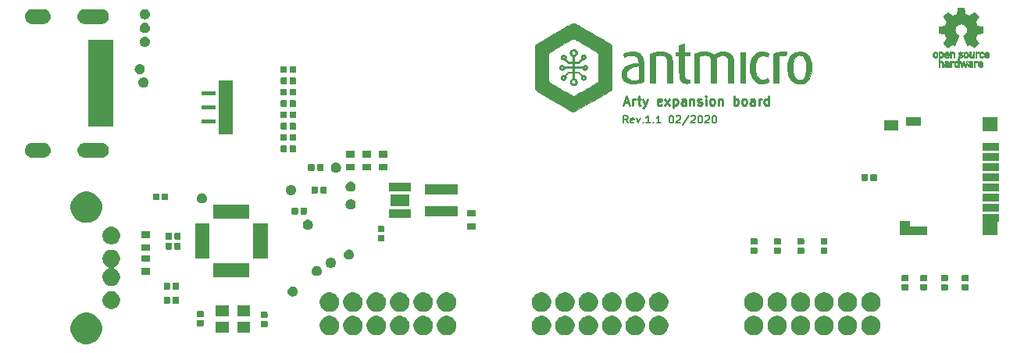
<source format=gbr>
G04 #@! TF.GenerationSoftware,KiCad,Pcbnew,5.1.5+dfsg1-2~bpo10+1*
G04 #@! TF.CreationDate,2020-02-17T17:21:56+01:00*
G04 #@! TF.ProjectId,arty-a7-expansion,61727479-2d61-4372-9d65-7870616e7369,rev?*
G04 #@! TF.SameCoordinates,Original*
G04 #@! TF.FileFunction,Soldermask,Top*
G04 #@! TF.FilePolarity,Negative*
%FSLAX46Y46*%
G04 Gerber Fmt 4.6, Leading zero omitted, Abs format (unit mm)*
G04 Created by KiCad (PCBNEW 5.1.5+dfsg1-2~bpo10+1) date 2020-02-17 17:21:56*
%MOMM*%
%LPD*%
G04 APERTURE LIST*
%ADD10C,0.250000*%
%ADD11C,0.200000*%
%ADD12C,0.002790*%
%ADD13C,0.010000*%
%ADD14C,0.100000*%
G04 APERTURE END LIST*
D10*
X159648166Y-96548166D02*
X160124357Y-96548166D01*
X159552928Y-96833880D02*
X159886261Y-95833880D01*
X160219595Y-96833880D01*
X160552928Y-96833880D02*
X160552928Y-96167214D01*
X160552928Y-96357690D02*
X160600547Y-96262452D01*
X160648166Y-96214833D01*
X160743404Y-96167214D01*
X160838642Y-96167214D01*
X161029119Y-96167214D02*
X161410071Y-96167214D01*
X161171976Y-95833880D02*
X161171976Y-96691023D01*
X161219595Y-96786261D01*
X161314833Y-96833880D01*
X161410071Y-96833880D01*
X161648166Y-96167214D02*
X161886261Y-96833880D01*
X162124357Y-96167214D02*
X161886261Y-96833880D01*
X161791023Y-97071976D01*
X161743404Y-97119595D01*
X161648166Y-97167214D01*
X163648166Y-96786261D02*
X163552928Y-96833880D01*
X163362452Y-96833880D01*
X163267214Y-96786261D01*
X163219595Y-96691023D01*
X163219595Y-96310071D01*
X163267214Y-96214833D01*
X163362452Y-96167214D01*
X163552928Y-96167214D01*
X163648166Y-96214833D01*
X163695785Y-96310071D01*
X163695785Y-96405309D01*
X163219595Y-96500547D01*
X164029119Y-96833880D02*
X164552928Y-96167214D01*
X164029119Y-96167214D02*
X164552928Y-96833880D01*
X164933880Y-96167214D02*
X164933880Y-97167214D01*
X164933880Y-96214833D02*
X165029119Y-96167214D01*
X165219595Y-96167214D01*
X165314833Y-96214833D01*
X165362452Y-96262452D01*
X165410071Y-96357690D01*
X165410071Y-96643404D01*
X165362452Y-96738642D01*
X165314833Y-96786261D01*
X165219595Y-96833880D01*
X165029119Y-96833880D01*
X164933880Y-96786261D01*
X166267214Y-96833880D02*
X166267214Y-96310071D01*
X166219595Y-96214833D01*
X166124357Y-96167214D01*
X165933880Y-96167214D01*
X165838642Y-96214833D01*
X166267214Y-96786261D02*
X166171976Y-96833880D01*
X165933880Y-96833880D01*
X165838642Y-96786261D01*
X165791023Y-96691023D01*
X165791023Y-96595785D01*
X165838642Y-96500547D01*
X165933880Y-96452928D01*
X166171976Y-96452928D01*
X166267214Y-96405309D01*
X166743404Y-96167214D02*
X166743404Y-96833880D01*
X166743404Y-96262452D02*
X166791023Y-96214833D01*
X166886261Y-96167214D01*
X167029119Y-96167214D01*
X167124357Y-96214833D01*
X167171976Y-96310071D01*
X167171976Y-96833880D01*
X167600547Y-96786261D02*
X167695785Y-96833880D01*
X167886261Y-96833880D01*
X167981500Y-96786261D01*
X168029119Y-96691023D01*
X168029119Y-96643404D01*
X167981500Y-96548166D01*
X167886261Y-96500547D01*
X167743404Y-96500547D01*
X167648166Y-96452928D01*
X167600547Y-96357690D01*
X167600547Y-96310071D01*
X167648166Y-96214833D01*
X167743404Y-96167214D01*
X167886261Y-96167214D01*
X167981500Y-96214833D01*
X168457690Y-96833880D02*
X168457690Y-96167214D01*
X168457690Y-95833880D02*
X168410071Y-95881500D01*
X168457690Y-95929119D01*
X168505309Y-95881500D01*
X168457690Y-95833880D01*
X168457690Y-95929119D01*
X169076738Y-96833880D02*
X168981500Y-96786261D01*
X168933880Y-96738642D01*
X168886261Y-96643404D01*
X168886261Y-96357690D01*
X168933880Y-96262452D01*
X168981500Y-96214833D01*
X169076738Y-96167214D01*
X169219595Y-96167214D01*
X169314833Y-96214833D01*
X169362452Y-96262452D01*
X169410071Y-96357690D01*
X169410071Y-96643404D01*
X169362452Y-96738642D01*
X169314833Y-96786261D01*
X169219595Y-96833880D01*
X169076738Y-96833880D01*
X169838642Y-96167214D02*
X169838642Y-96833880D01*
X169838642Y-96262452D02*
X169886261Y-96214833D01*
X169981500Y-96167214D01*
X170124357Y-96167214D01*
X170219595Y-96214833D01*
X170267214Y-96310071D01*
X170267214Y-96833880D01*
X171505309Y-96833880D02*
X171505309Y-95833880D01*
X171505309Y-96214833D02*
X171600547Y-96167214D01*
X171791023Y-96167214D01*
X171886261Y-96214833D01*
X171933880Y-96262452D01*
X171981500Y-96357690D01*
X171981500Y-96643404D01*
X171933880Y-96738642D01*
X171886261Y-96786261D01*
X171791023Y-96833880D01*
X171600547Y-96833880D01*
X171505309Y-96786261D01*
X172552928Y-96833880D02*
X172457690Y-96786261D01*
X172410071Y-96738642D01*
X172362452Y-96643404D01*
X172362452Y-96357690D01*
X172410071Y-96262452D01*
X172457690Y-96214833D01*
X172552928Y-96167214D01*
X172695785Y-96167214D01*
X172791023Y-96214833D01*
X172838642Y-96262452D01*
X172886261Y-96357690D01*
X172886261Y-96643404D01*
X172838642Y-96738642D01*
X172791023Y-96786261D01*
X172695785Y-96833880D01*
X172552928Y-96833880D01*
X173743404Y-96833880D02*
X173743404Y-96310071D01*
X173695785Y-96214833D01*
X173600547Y-96167214D01*
X173410071Y-96167214D01*
X173314833Y-96214833D01*
X173743404Y-96786261D02*
X173648166Y-96833880D01*
X173410071Y-96833880D01*
X173314833Y-96786261D01*
X173267214Y-96691023D01*
X173267214Y-96595785D01*
X173314833Y-96500547D01*
X173410071Y-96452928D01*
X173648166Y-96452928D01*
X173743404Y-96405309D01*
X174219595Y-96833880D02*
X174219595Y-96167214D01*
X174219595Y-96357690D02*
X174267214Y-96262452D01*
X174314833Y-96214833D01*
X174410071Y-96167214D01*
X174505309Y-96167214D01*
X175267214Y-96833880D02*
X175267214Y-95833880D01*
X175267214Y-96786261D02*
X175171976Y-96833880D01*
X174981500Y-96833880D01*
X174886261Y-96786261D01*
X174838642Y-96738642D01*
X174791023Y-96643404D01*
X174791023Y-96357690D01*
X174838642Y-96262452D01*
X174886261Y-96214833D01*
X174981500Y-96167214D01*
X175171976Y-96167214D01*
X175267214Y-96214833D01*
D11*
X160008119Y-98775404D02*
X159741452Y-98394452D01*
X159550976Y-98775404D02*
X159550976Y-97975404D01*
X159855738Y-97975404D01*
X159931928Y-98013500D01*
X159970023Y-98051595D01*
X160008119Y-98127785D01*
X160008119Y-98242071D01*
X159970023Y-98318261D01*
X159931928Y-98356357D01*
X159855738Y-98394452D01*
X159550976Y-98394452D01*
X160655738Y-98737309D02*
X160579547Y-98775404D01*
X160427166Y-98775404D01*
X160350976Y-98737309D01*
X160312880Y-98661119D01*
X160312880Y-98356357D01*
X160350976Y-98280166D01*
X160427166Y-98242071D01*
X160579547Y-98242071D01*
X160655738Y-98280166D01*
X160693833Y-98356357D01*
X160693833Y-98432547D01*
X160312880Y-98508738D01*
X160960500Y-98242071D02*
X161150976Y-98775404D01*
X161341452Y-98242071D01*
X161646214Y-98699214D02*
X161684309Y-98737309D01*
X161646214Y-98775404D01*
X161608119Y-98737309D01*
X161646214Y-98699214D01*
X161646214Y-98775404D01*
X162446214Y-98775404D02*
X161989071Y-98775404D01*
X162217642Y-98775404D02*
X162217642Y-97975404D01*
X162141452Y-98089690D01*
X162065261Y-98165880D01*
X161989071Y-98203976D01*
X162789071Y-98699214D02*
X162827166Y-98737309D01*
X162789071Y-98775404D01*
X162750976Y-98737309D01*
X162789071Y-98699214D01*
X162789071Y-98775404D01*
X163589071Y-98775404D02*
X163131928Y-98775404D01*
X163360500Y-98775404D02*
X163360500Y-97975404D01*
X163284309Y-98089690D01*
X163208119Y-98165880D01*
X163131928Y-98203976D01*
X164693833Y-97975404D02*
X164770023Y-97975404D01*
X164846214Y-98013500D01*
X164884309Y-98051595D01*
X164922404Y-98127785D01*
X164960500Y-98280166D01*
X164960500Y-98470642D01*
X164922404Y-98623023D01*
X164884309Y-98699214D01*
X164846214Y-98737309D01*
X164770023Y-98775404D01*
X164693833Y-98775404D01*
X164617642Y-98737309D01*
X164579547Y-98699214D01*
X164541452Y-98623023D01*
X164503357Y-98470642D01*
X164503357Y-98280166D01*
X164541452Y-98127785D01*
X164579547Y-98051595D01*
X164617642Y-98013500D01*
X164693833Y-97975404D01*
X165265261Y-98051595D02*
X165303357Y-98013500D01*
X165379547Y-97975404D01*
X165570023Y-97975404D01*
X165646214Y-98013500D01*
X165684309Y-98051595D01*
X165722404Y-98127785D01*
X165722404Y-98203976D01*
X165684309Y-98318261D01*
X165227166Y-98775404D01*
X165722404Y-98775404D01*
X166636690Y-97937309D02*
X165950976Y-98965880D01*
X166865261Y-98051595D02*
X166903357Y-98013500D01*
X166979547Y-97975404D01*
X167170023Y-97975404D01*
X167246214Y-98013500D01*
X167284309Y-98051595D01*
X167322404Y-98127785D01*
X167322404Y-98203976D01*
X167284309Y-98318261D01*
X166827166Y-98775404D01*
X167322404Y-98775404D01*
X167817642Y-97975404D02*
X167893833Y-97975404D01*
X167970023Y-98013500D01*
X168008119Y-98051595D01*
X168046214Y-98127785D01*
X168084309Y-98280166D01*
X168084309Y-98470642D01*
X168046214Y-98623023D01*
X168008119Y-98699214D01*
X167970023Y-98737309D01*
X167893833Y-98775404D01*
X167817642Y-98775404D01*
X167741452Y-98737309D01*
X167703357Y-98699214D01*
X167665261Y-98623023D01*
X167627166Y-98470642D01*
X167627166Y-98280166D01*
X167665261Y-98127785D01*
X167703357Y-98051595D01*
X167741452Y-98013500D01*
X167817642Y-97975404D01*
X168389071Y-98051595D02*
X168427166Y-98013500D01*
X168503357Y-97975404D01*
X168693833Y-97975404D01*
X168770023Y-98013500D01*
X168808119Y-98051595D01*
X168846214Y-98127785D01*
X168846214Y-98203976D01*
X168808119Y-98318261D01*
X168350976Y-98775404D01*
X168846214Y-98775404D01*
X169341452Y-97975404D02*
X169417642Y-97975404D01*
X169493833Y-98013500D01*
X169531928Y-98051595D01*
X169570023Y-98127785D01*
X169608119Y-98280166D01*
X169608119Y-98470642D01*
X169570023Y-98623023D01*
X169531928Y-98699214D01*
X169493833Y-98737309D01*
X169417642Y-98775404D01*
X169341452Y-98775404D01*
X169265261Y-98737309D01*
X169227166Y-98699214D01*
X169189071Y-98623023D01*
X169150976Y-98470642D01*
X169150976Y-98280166D01*
X169189071Y-98127785D01*
X169227166Y-98051595D01*
X169265261Y-98013500D01*
X169341452Y-97975404D01*
D12*
G36*
X154232072Y-90808576D02*
G01*
X154253270Y-90816934D01*
X154361749Y-90887342D01*
X154440862Y-90987636D01*
X154485170Y-91107183D01*
X154489233Y-91235352D01*
X154483474Y-91266833D01*
X154436565Y-91387846D01*
X154355440Y-91478574D01*
X154273613Y-91528477D01*
X154175740Y-91575696D01*
X154175740Y-92130864D01*
X154588014Y-92130864D01*
X154757783Y-91962228D01*
X154927553Y-91793591D01*
X154915010Y-91672065D01*
X154914865Y-91669512D01*
X155075309Y-91669512D01*
X155101722Y-91724566D01*
X155156743Y-91750221D01*
X155223279Y-91744756D01*
X155272476Y-91715792D01*
X155306227Y-91660433D01*
X155294381Y-91603722D01*
X155262352Y-91563936D01*
X155217412Y-91525812D01*
X155180177Y-91522005D01*
X155129558Y-91550896D01*
X155125876Y-91553464D01*
X155084112Y-91605806D01*
X155075309Y-91669512D01*
X154914865Y-91669512D01*
X154910564Y-91594201D01*
X154921000Y-91541385D01*
X154951807Y-91492366D01*
X154965818Y-91475252D01*
X155051656Y-91402669D01*
X155146094Y-91369504D01*
X155241156Y-91371398D01*
X155328867Y-91403993D01*
X155401251Y-91462934D01*
X155450334Y-91543860D01*
X155468140Y-91642415D01*
X155451486Y-91740621D01*
X155398254Y-91833633D01*
X155312832Y-91893517D01*
X155198953Y-91917836D01*
X155179657Y-91918266D01*
X155130327Y-91919979D01*
X155089334Y-91928812D01*
X155047502Y-91950310D01*
X154995655Y-91990016D01*
X154924616Y-92053474D01*
X154866840Y-92107242D01*
X154664858Y-92296218D01*
X154175740Y-92296218D01*
X154175740Y-92674170D01*
X155072163Y-92674170D01*
X155107162Y-92606489D01*
X155171092Y-92529466D01*
X155259279Y-92483360D01*
X155359010Y-92469669D01*
X155457571Y-92489895D01*
X155542252Y-92545536D01*
X155550455Y-92554195D01*
X155611515Y-92649841D01*
X155631827Y-92747406D01*
X155617072Y-92840086D01*
X155572933Y-92921077D01*
X155505094Y-92983573D01*
X155419237Y-93020770D01*
X155321044Y-93025864D01*
X155216198Y-92992049D01*
X155194870Y-92979981D01*
X155140202Y-92937218D01*
X155106349Y-92893288D01*
X155103532Y-92885581D01*
X155096976Y-92869697D01*
X155082579Y-92857951D01*
X155053997Y-92849720D01*
X155004891Y-92844385D01*
X154928918Y-92841323D01*
X154819735Y-92839912D01*
X154671002Y-92839531D01*
X154633614Y-92839524D01*
X154175740Y-92839524D01*
X154175740Y-93193854D01*
X154661034Y-93193854D01*
X155053285Y-93588153D01*
X155163724Y-93578665D01*
X155282120Y-93586916D01*
X155374140Y-93632895D01*
X155436834Y-93714779D01*
X155453139Y-93757512D01*
X155469129Y-93870493D01*
X155442007Y-93968090D01*
X155382807Y-94045536D01*
X155291302Y-94109541D01*
X155194082Y-94132765D01*
X155099612Y-94119490D01*
X155016360Y-94074001D01*
X154952793Y-94000581D01*
X154917377Y-93903512D01*
X154915826Y-93832593D01*
X155077870Y-93832593D01*
X155085561Y-93891359D01*
X155108162Y-93925421D01*
X155161916Y-93966858D01*
X155213735Y-93963443D01*
X155262352Y-93926136D01*
X155303359Y-93868502D01*
X155299509Y-93816900D01*
X155264300Y-93774356D01*
X155204559Y-93743578D01*
X155147092Y-93749296D01*
X155101621Y-93782103D01*
X155077870Y-93832593D01*
X154915826Y-93832593D01*
X154915310Y-93809035D01*
X154928526Y-93697447D01*
X154588014Y-93359208D01*
X154175740Y-93359208D01*
X154175740Y-93918961D01*
X154273134Y-93962879D01*
X154375367Y-94031987D01*
X154445872Y-94126535D01*
X154484384Y-94237001D01*
X154490640Y-94353867D01*
X154464376Y-94467613D01*
X154405330Y-94568718D01*
X154313237Y-94647662D01*
X154292411Y-94659152D01*
X154168719Y-94697862D01*
X154036978Y-94697868D01*
X153914650Y-94659223D01*
X153912303Y-94657995D01*
X153815445Y-94582955D01*
X153751793Y-94484232D01*
X153721013Y-94371413D01*
X153721844Y-94315899D01*
X153882827Y-94315899D01*
X153892414Y-94386165D01*
X153928480Y-94442977D01*
X153958790Y-94472435D01*
X154046174Y-94528137D01*
X154132213Y-94536711D01*
X154218880Y-94498158D01*
X154250958Y-94472435D01*
X154303821Y-94414013D01*
X154324886Y-94353095D01*
X154326921Y-94315899D01*
X154305661Y-94230071D01*
X154250301Y-94155709D01*
X154173470Y-94105575D01*
X154104874Y-94091490D01*
X154019950Y-94112976D01*
X153946370Y-94168925D01*
X153896764Y-94246574D01*
X153882827Y-94315899D01*
X153721844Y-94315899D01*
X153722769Y-94254086D01*
X153756726Y-94141838D01*
X153822548Y-94044256D01*
X153919900Y-93970929D01*
X153936614Y-93962879D01*
X154034008Y-93918961D01*
X154034008Y-93359208D01*
X153621734Y-93359208D01*
X153281222Y-93697447D01*
X153294438Y-93809035D01*
X153288501Y-93922334D01*
X153247454Y-94015506D01*
X153179762Y-94084267D01*
X153093894Y-94124334D01*
X152998315Y-94131424D01*
X152901492Y-94101252D01*
X152826941Y-94045536D01*
X152761263Y-93955034D01*
X152740306Y-93855740D01*
X152745134Y-93826646D01*
X152906160Y-93826646D01*
X152910669Y-93878652D01*
X152947396Y-93926136D01*
X153004907Y-93967110D01*
X153056469Y-93963247D01*
X153100078Y-93927088D01*
X153129667Y-93866326D01*
X153121885Y-93804658D01*
X153081006Y-93758261D01*
X153052383Y-93746531D01*
X152982704Y-93749939D01*
X152946444Y-93773454D01*
X152906160Y-93826646D01*
X152745134Y-93826646D01*
X152756609Y-93757512D01*
X152806650Y-93661676D01*
X152887208Y-93601009D01*
X152995330Y-93577335D01*
X153046024Y-93578665D01*
X153156463Y-93588153D01*
X153548714Y-93193854D01*
X154034008Y-93193854D01*
X154034008Y-92839524D01*
X153574971Y-92839524D01*
X153416942Y-92839726D01*
X153299761Y-92840770D01*
X153217032Y-92843317D01*
X153162359Y-92848024D01*
X153129346Y-92855549D01*
X153111597Y-92866553D01*
X153102716Y-92881693D01*
X153100422Y-92888398D01*
X153062321Y-92942795D01*
X152993838Y-92990408D01*
X152911747Y-93021562D01*
X152857640Y-93028412D01*
X152748573Y-93008662D01*
X152663340Y-92955135D01*
X152605702Y-92876820D01*
X152579418Y-92782705D01*
X152582233Y-92750539D01*
X152738065Y-92750539D01*
X152744906Y-92784638D01*
X152768770Y-92814288D01*
X152830607Y-92856975D01*
X152893726Y-92853989D01*
X152933898Y-92826026D01*
X152967897Y-92765128D01*
X152960653Y-92725625D01*
X155242250Y-92725625D01*
X155251195Y-92791878D01*
X155275850Y-92826026D01*
X155336402Y-92860013D01*
X155399771Y-92848036D01*
X155440978Y-92814288D01*
X155469751Y-92775131D01*
X155468399Y-92739529D01*
X155449755Y-92702083D01*
X155399765Y-92647575D01*
X155339664Y-92632173D01*
X155281487Y-92658615D01*
X155277107Y-92662789D01*
X155242250Y-92725625D01*
X152960653Y-92725625D01*
X152956268Y-92701715D01*
X152925532Y-92663949D01*
X152864761Y-92632318D01*
X152807266Y-92646822D01*
X152760015Y-92702250D01*
X152738065Y-92750539D01*
X152582233Y-92750539D01*
X152588250Y-92681780D01*
X152635955Y-92583034D01*
X152659293Y-92554195D01*
X152743656Y-92492343D01*
X152842097Y-92468548D01*
X152942639Y-92481456D01*
X153033303Y-92529714D01*
X153097407Y-92603686D01*
X153139043Y-92674170D01*
X154034008Y-92674170D01*
X154034008Y-92296218D01*
X153544890Y-92296218D01*
X153342908Y-92107242D01*
X153255716Y-92026478D01*
X153193429Y-91972774D01*
X153146732Y-91940617D01*
X153106312Y-91924493D01*
X153062856Y-91918886D01*
X153023725Y-91918266D01*
X152907601Y-91901329D01*
X152822640Y-91849432D01*
X152766521Y-91760946D01*
X152755891Y-91730163D01*
X152745615Y-91644926D01*
X152900152Y-91644926D01*
X152920469Y-91698824D01*
X152970301Y-91736435D01*
X153032962Y-91751368D01*
X153091772Y-91737230D01*
X153108026Y-91724566D01*
X153134531Y-91668820D01*
X153125351Y-91605133D01*
X153083872Y-91553464D01*
X153038627Y-91526077D01*
X153013006Y-91516692D01*
X152978768Y-91534400D01*
X152938156Y-91575295D01*
X152907314Y-91621032D01*
X152900152Y-91644926D01*
X152745615Y-91644926D01*
X152742526Y-91619299D01*
X152767119Y-91523349D01*
X152821612Y-91446521D01*
X152897948Y-91393024D01*
X152988069Y-91367066D01*
X153083916Y-91372855D01*
X153177433Y-91414601D01*
X153243930Y-91475252D01*
X153281906Y-91527270D01*
X153297869Y-91576718D01*
X153297305Y-91644850D01*
X153294738Y-91672065D01*
X153282195Y-91793591D01*
X153451964Y-91962228D01*
X153621734Y-92130864D01*
X154034008Y-92130864D01*
X154034008Y-91573028D01*
X153940087Y-91531590D01*
X153830138Y-91460446D01*
X153755749Y-91358691D01*
X153726953Y-91280587D01*
X153715809Y-91169573D01*
X153877364Y-91169573D01*
X153886256Y-91223751D01*
X153903282Y-91263627D01*
X153963782Y-91345103D01*
X154044211Y-91389430D01*
X154134124Y-91393931D01*
X154223073Y-91355927D01*
X154233373Y-91348236D01*
X154303065Y-91273028D01*
X154326735Y-91191360D01*
X154308001Y-91105264D01*
X154250712Y-91016824D01*
X154175087Y-90966230D01*
X154090845Y-90953319D01*
X154007705Y-90977924D01*
X153935383Y-91039879D01*
X153893427Y-91112340D01*
X153877364Y-91169573D01*
X153715809Y-91169573D01*
X153714216Y-91153713D01*
X153741262Y-91036538D01*
X153801200Y-90935131D01*
X153887139Y-90855562D01*
X153992192Y-90803900D01*
X154109466Y-90786214D01*
X154232072Y-90808576D01*
G37*
X154232072Y-90808576D02*
X154253270Y-90816934D01*
X154361749Y-90887342D01*
X154440862Y-90987636D01*
X154485170Y-91107183D01*
X154489233Y-91235352D01*
X154483474Y-91266833D01*
X154436565Y-91387846D01*
X154355440Y-91478574D01*
X154273613Y-91528477D01*
X154175740Y-91575696D01*
X154175740Y-92130864D01*
X154588014Y-92130864D01*
X154757783Y-91962228D01*
X154927553Y-91793591D01*
X154915010Y-91672065D01*
X154914865Y-91669512D01*
X155075309Y-91669512D01*
X155101722Y-91724566D01*
X155156743Y-91750221D01*
X155223279Y-91744756D01*
X155272476Y-91715792D01*
X155306227Y-91660433D01*
X155294381Y-91603722D01*
X155262352Y-91563936D01*
X155217412Y-91525812D01*
X155180177Y-91522005D01*
X155129558Y-91550896D01*
X155125876Y-91553464D01*
X155084112Y-91605806D01*
X155075309Y-91669512D01*
X154914865Y-91669512D01*
X154910564Y-91594201D01*
X154921000Y-91541385D01*
X154951807Y-91492366D01*
X154965818Y-91475252D01*
X155051656Y-91402669D01*
X155146094Y-91369504D01*
X155241156Y-91371398D01*
X155328867Y-91403993D01*
X155401251Y-91462934D01*
X155450334Y-91543860D01*
X155468140Y-91642415D01*
X155451486Y-91740621D01*
X155398254Y-91833633D01*
X155312832Y-91893517D01*
X155198953Y-91917836D01*
X155179657Y-91918266D01*
X155130327Y-91919979D01*
X155089334Y-91928812D01*
X155047502Y-91950310D01*
X154995655Y-91990016D01*
X154924616Y-92053474D01*
X154866840Y-92107242D01*
X154664858Y-92296218D01*
X154175740Y-92296218D01*
X154175740Y-92674170D01*
X155072163Y-92674170D01*
X155107162Y-92606489D01*
X155171092Y-92529466D01*
X155259279Y-92483360D01*
X155359010Y-92469669D01*
X155457571Y-92489895D01*
X155542252Y-92545536D01*
X155550455Y-92554195D01*
X155611515Y-92649841D01*
X155631827Y-92747406D01*
X155617072Y-92840086D01*
X155572933Y-92921077D01*
X155505094Y-92983573D01*
X155419237Y-93020770D01*
X155321044Y-93025864D01*
X155216198Y-92992049D01*
X155194870Y-92979981D01*
X155140202Y-92937218D01*
X155106349Y-92893288D01*
X155103532Y-92885581D01*
X155096976Y-92869697D01*
X155082579Y-92857951D01*
X155053997Y-92849720D01*
X155004891Y-92844385D01*
X154928918Y-92841323D01*
X154819735Y-92839912D01*
X154671002Y-92839531D01*
X154633614Y-92839524D01*
X154175740Y-92839524D01*
X154175740Y-93193854D01*
X154661034Y-93193854D01*
X155053285Y-93588153D01*
X155163724Y-93578665D01*
X155282120Y-93586916D01*
X155374140Y-93632895D01*
X155436834Y-93714779D01*
X155453139Y-93757512D01*
X155469129Y-93870493D01*
X155442007Y-93968090D01*
X155382807Y-94045536D01*
X155291302Y-94109541D01*
X155194082Y-94132765D01*
X155099612Y-94119490D01*
X155016360Y-94074001D01*
X154952793Y-94000581D01*
X154917377Y-93903512D01*
X154915826Y-93832593D01*
X155077870Y-93832593D01*
X155085561Y-93891359D01*
X155108162Y-93925421D01*
X155161916Y-93966858D01*
X155213735Y-93963443D01*
X155262352Y-93926136D01*
X155303359Y-93868502D01*
X155299509Y-93816900D01*
X155264300Y-93774356D01*
X155204559Y-93743578D01*
X155147092Y-93749296D01*
X155101621Y-93782103D01*
X155077870Y-93832593D01*
X154915826Y-93832593D01*
X154915310Y-93809035D01*
X154928526Y-93697447D01*
X154588014Y-93359208D01*
X154175740Y-93359208D01*
X154175740Y-93918961D01*
X154273134Y-93962879D01*
X154375367Y-94031987D01*
X154445872Y-94126535D01*
X154484384Y-94237001D01*
X154490640Y-94353867D01*
X154464376Y-94467613D01*
X154405330Y-94568718D01*
X154313237Y-94647662D01*
X154292411Y-94659152D01*
X154168719Y-94697862D01*
X154036978Y-94697868D01*
X153914650Y-94659223D01*
X153912303Y-94657995D01*
X153815445Y-94582955D01*
X153751793Y-94484232D01*
X153721013Y-94371413D01*
X153721844Y-94315899D01*
X153882827Y-94315899D01*
X153892414Y-94386165D01*
X153928480Y-94442977D01*
X153958790Y-94472435D01*
X154046174Y-94528137D01*
X154132213Y-94536711D01*
X154218880Y-94498158D01*
X154250958Y-94472435D01*
X154303821Y-94414013D01*
X154324886Y-94353095D01*
X154326921Y-94315899D01*
X154305661Y-94230071D01*
X154250301Y-94155709D01*
X154173470Y-94105575D01*
X154104874Y-94091490D01*
X154019950Y-94112976D01*
X153946370Y-94168925D01*
X153896764Y-94246574D01*
X153882827Y-94315899D01*
X153721844Y-94315899D01*
X153722769Y-94254086D01*
X153756726Y-94141838D01*
X153822548Y-94044256D01*
X153919900Y-93970929D01*
X153936614Y-93962879D01*
X154034008Y-93918961D01*
X154034008Y-93359208D01*
X153621734Y-93359208D01*
X153281222Y-93697447D01*
X153294438Y-93809035D01*
X153288501Y-93922334D01*
X153247454Y-94015506D01*
X153179762Y-94084267D01*
X153093894Y-94124334D01*
X152998315Y-94131424D01*
X152901492Y-94101252D01*
X152826941Y-94045536D01*
X152761263Y-93955034D01*
X152740306Y-93855740D01*
X152745134Y-93826646D01*
X152906160Y-93826646D01*
X152910669Y-93878652D01*
X152947396Y-93926136D01*
X153004907Y-93967110D01*
X153056469Y-93963247D01*
X153100078Y-93927088D01*
X153129667Y-93866326D01*
X153121885Y-93804658D01*
X153081006Y-93758261D01*
X153052383Y-93746531D01*
X152982704Y-93749939D01*
X152946444Y-93773454D01*
X152906160Y-93826646D01*
X152745134Y-93826646D01*
X152756609Y-93757512D01*
X152806650Y-93661676D01*
X152887208Y-93601009D01*
X152995330Y-93577335D01*
X153046024Y-93578665D01*
X153156463Y-93588153D01*
X153548714Y-93193854D01*
X154034008Y-93193854D01*
X154034008Y-92839524D01*
X153574971Y-92839524D01*
X153416942Y-92839726D01*
X153299761Y-92840770D01*
X153217032Y-92843317D01*
X153162359Y-92848024D01*
X153129346Y-92855549D01*
X153111597Y-92866553D01*
X153102716Y-92881693D01*
X153100422Y-92888398D01*
X153062321Y-92942795D01*
X152993838Y-92990408D01*
X152911747Y-93021562D01*
X152857640Y-93028412D01*
X152748573Y-93008662D01*
X152663340Y-92955135D01*
X152605702Y-92876820D01*
X152579418Y-92782705D01*
X152582233Y-92750539D01*
X152738065Y-92750539D01*
X152744906Y-92784638D01*
X152768770Y-92814288D01*
X152830607Y-92856975D01*
X152893726Y-92853989D01*
X152933898Y-92826026D01*
X152967897Y-92765128D01*
X152960653Y-92725625D01*
X155242250Y-92725625D01*
X155251195Y-92791878D01*
X155275850Y-92826026D01*
X155336402Y-92860013D01*
X155399771Y-92848036D01*
X155440978Y-92814288D01*
X155469751Y-92775131D01*
X155468399Y-92739529D01*
X155449755Y-92702083D01*
X155399765Y-92647575D01*
X155339664Y-92632173D01*
X155281487Y-92658615D01*
X155277107Y-92662789D01*
X155242250Y-92725625D01*
X152960653Y-92725625D01*
X152956268Y-92701715D01*
X152925532Y-92663949D01*
X152864761Y-92632318D01*
X152807266Y-92646822D01*
X152760015Y-92702250D01*
X152738065Y-92750539D01*
X152582233Y-92750539D01*
X152588250Y-92681780D01*
X152635955Y-92583034D01*
X152659293Y-92554195D01*
X152743656Y-92492343D01*
X152842097Y-92468548D01*
X152942639Y-92481456D01*
X153033303Y-92529714D01*
X153097407Y-92603686D01*
X153139043Y-92674170D01*
X154034008Y-92674170D01*
X154034008Y-92296218D01*
X153544890Y-92296218D01*
X153342908Y-92107242D01*
X153255716Y-92026478D01*
X153193429Y-91972774D01*
X153146732Y-91940617D01*
X153106312Y-91924493D01*
X153062856Y-91918886D01*
X153023725Y-91918266D01*
X152907601Y-91901329D01*
X152822640Y-91849432D01*
X152766521Y-91760946D01*
X152755891Y-91730163D01*
X152745615Y-91644926D01*
X152900152Y-91644926D01*
X152920469Y-91698824D01*
X152970301Y-91736435D01*
X153032962Y-91751368D01*
X153091772Y-91737230D01*
X153108026Y-91724566D01*
X153134531Y-91668820D01*
X153125351Y-91605133D01*
X153083872Y-91553464D01*
X153038627Y-91526077D01*
X153013006Y-91516692D01*
X152978768Y-91534400D01*
X152938156Y-91575295D01*
X152907314Y-91621032D01*
X152900152Y-91644926D01*
X152745615Y-91644926D01*
X152742526Y-91619299D01*
X152767119Y-91523349D01*
X152821612Y-91446521D01*
X152897948Y-91393024D01*
X152988069Y-91367066D01*
X153083916Y-91372855D01*
X153177433Y-91414601D01*
X153243930Y-91475252D01*
X153281906Y-91527270D01*
X153297869Y-91576718D01*
X153297305Y-91644850D01*
X153294738Y-91672065D01*
X153282195Y-91793591D01*
X153451964Y-91962228D01*
X153621734Y-92130864D01*
X154034008Y-92130864D01*
X154034008Y-91573028D01*
X153940087Y-91531590D01*
X153830138Y-91460446D01*
X153755749Y-91358691D01*
X153726953Y-91280587D01*
X153715809Y-91169573D01*
X153877364Y-91169573D01*
X153886256Y-91223751D01*
X153903282Y-91263627D01*
X153963782Y-91345103D01*
X154044211Y-91389430D01*
X154134124Y-91393931D01*
X154223073Y-91355927D01*
X154233373Y-91348236D01*
X154303065Y-91273028D01*
X154326735Y-91191360D01*
X154308001Y-91105264D01*
X154250712Y-91016824D01*
X154175087Y-90966230D01*
X154090845Y-90953319D01*
X154007705Y-90977924D01*
X153935383Y-91039879D01*
X153893427Y-91112340D01*
X153877364Y-91169573D01*
X153715809Y-91169573D01*
X153714216Y-91153713D01*
X153741262Y-91036538D01*
X153801200Y-90935131D01*
X153887139Y-90855562D01*
X153992192Y-90803900D01*
X154109466Y-90786214D01*
X154232072Y-90808576D01*
G36*
X160780377Y-91060249D02*
G01*
X160929924Y-91088245D01*
X161099663Y-91140285D01*
X161236625Y-91204868D01*
X161355006Y-91289481D01*
X161413211Y-91343167D01*
X161499050Y-91450368D01*
X161576120Y-91587618D01*
X161635844Y-91737725D01*
X161663425Y-91844821D01*
X161668899Y-91897998D01*
X161673814Y-91994485D01*
X161678096Y-92130349D01*
X161681670Y-92301658D01*
X161684462Y-92504480D01*
X161686398Y-92734882D01*
X161687404Y-92988932D01*
X161687536Y-93125107D01*
X161687536Y-94278255D01*
X161576824Y-94327228D01*
X161378592Y-94398446D01*
X161148954Y-94453470D01*
X160901476Y-94490579D01*
X160649725Y-94508050D01*
X160407268Y-94504164D01*
X160279383Y-94491857D01*
X160028817Y-94441934D01*
X159814647Y-94362578D01*
X159637304Y-94254257D01*
X159497220Y-94117443D01*
X159394826Y-93952605D01*
X159330553Y-93760213D01*
X159304831Y-93540739D01*
X159306076Y-93430559D01*
X159309086Y-93409731D01*
X159850305Y-93409731D01*
X159854699Y-93605157D01*
X159897167Y-93774059D01*
X159976803Y-93915031D01*
X160092696Y-94026664D01*
X160243940Y-94107552D01*
X160316292Y-94131597D01*
X160408722Y-94147401D01*
X160532503Y-94154595D01*
X160672643Y-94153744D01*
X160814148Y-94145410D01*
X160942025Y-94130159D01*
X161041281Y-94108554D01*
X161055647Y-94103784D01*
X161167852Y-94063427D01*
X161167852Y-92576282D01*
X161032026Y-92592670D01*
X160945341Y-92606307D01*
X160833116Y-92628308D01*
X160715397Y-92654648D01*
X160678384Y-92663701D01*
X160436222Y-92738151D01*
X160237372Y-92829629D01*
X160080695Y-92939162D01*
X159965051Y-93067776D01*
X159889302Y-93216497D01*
X159852306Y-93386353D01*
X159850305Y-93409731D01*
X159309086Y-93409731D01*
X159336832Y-93217754D01*
X159408149Y-93028568D01*
X159520920Y-92860961D01*
X159585275Y-92792186D01*
X159727474Y-92679199D01*
X159910301Y-92575210D01*
X160127618Y-92482492D01*
X160373292Y-92403320D01*
X160641185Y-92339965D01*
X160925163Y-92294701D01*
X160929406Y-92294185D01*
X161174298Y-92264504D01*
X161160140Y-92063888D01*
X161132744Y-91874695D01*
X161078400Y-91722882D01*
X160994655Y-91605427D01*
X160879053Y-91519311D01*
X160729138Y-91461512D01*
X160657382Y-91445336D01*
X160462047Y-91428324D01*
X160244932Y-91444596D01*
X160016199Y-91492625D01*
X159786009Y-91570887D01*
X159765744Y-91579286D01*
X159693099Y-91608105D01*
X159639879Y-91625919D01*
X159618730Y-91628984D01*
X159606683Y-91604047D01*
X159584013Y-91548443D01*
X159555955Y-91476009D01*
X159527740Y-91400582D01*
X159504602Y-91336000D01*
X159491776Y-91296098D01*
X159490690Y-91290444D01*
X159510467Y-91275025D01*
X159561808Y-91247760D01*
X159619514Y-91220900D01*
X159831566Y-91144188D01*
X160066693Y-91088450D01*
X160311880Y-91055002D01*
X160554113Y-91045163D01*
X160780377Y-91060249D01*
G37*
X160780377Y-91060249D02*
X160929924Y-91088245D01*
X161099663Y-91140285D01*
X161236625Y-91204868D01*
X161355006Y-91289481D01*
X161413211Y-91343167D01*
X161499050Y-91450368D01*
X161576120Y-91587618D01*
X161635844Y-91737725D01*
X161663425Y-91844821D01*
X161668899Y-91897998D01*
X161673814Y-91994485D01*
X161678096Y-92130349D01*
X161681670Y-92301658D01*
X161684462Y-92504480D01*
X161686398Y-92734882D01*
X161687404Y-92988932D01*
X161687536Y-93125107D01*
X161687536Y-94278255D01*
X161576824Y-94327228D01*
X161378592Y-94398446D01*
X161148954Y-94453470D01*
X160901476Y-94490579D01*
X160649725Y-94508050D01*
X160407268Y-94504164D01*
X160279383Y-94491857D01*
X160028817Y-94441934D01*
X159814647Y-94362578D01*
X159637304Y-94254257D01*
X159497220Y-94117443D01*
X159394826Y-93952605D01*
X159330553Y-93760213D01*
X159304831Y-93540739D01*
X159306076Y-93430559D01*
X159309086Y-93409731D01*
X159850305Y-93409731D01*
X159854699Y-93605157D01*
X159897167Y-93774059D01*
X159976803Y-93915031D01*
X160092696Y-94026664D01*
X160243940Y-94107552D01*
X160316292Y-94131597D01*
X160408722Y-94147401D01*
X160532503Y-94154595D01*
X160672643Y-94153744D01*
X160814148Y-94145410D01*
X160942025Y-94130159D01*
X161041281Y-94108554D01*
X161055647Y-94103784D01*
X161167852Y-94063427D01*
X161167852Y-92576282D01*
X161032026Y-92592670D01*
X160945341Y-92606307D01*
X160833116Y-92628308D01*
X160715397Y-92654648D01*
X160678384Y-92663701D01*
X160436222Y-92738151D01*
X160237372Y-92829629D01*
X160080695Y-92939162D01*
X159965051Y-93067776D01*
X159889302Y-93216497D01*
X159852306Y-93386353D01*
X159850305Y-93409731D01*
X159309086Y-93409731D01*
X159336832Y-93217754D01*
X159408149Y-93028568D01*
X159520920Y-92860961D01*
X159585275Y-92792186D01*
X159727474Y-92679199D01*
X159910301Y-92575210D01*
X160127618Y-92482492D01*
X160373292Y-92403320D01*
X160641185Y-92339965D01*
X160925163Y-92294701D01*
X160929406Y-92294185D01*
X161174298Y-92264504D01*
X161160140Y-92063888D01*
X161132744Y-91874695D01*
X161078400Y-91722882D01*
X160994655Y-91605427D01*
X160879053Y-91519311D01*
X160729138Y-91461512D01*
X160657382Y-91445336D01*
X160462047Y-91428324D01*
X160244932Y-91444596D01*
X160016199Y-91492625D01*
X159786009Y-91570887D01*
X159765744Y-91579286D01*
X159693099Y-91608105D01*
X159639879Y-91625919D01*
X159618730Y-91628984D01*
X159606683Y-91604047D01*
X159584013Y-91548443D01*
X159555955Y-91476009D01*
X159527740Y-91400582D01*
X159504602Y-91336000D01*
X159491776Y-91296098D01*
X159490690Y-91290444D01*
X159510467Y-91275025D01*
X159561808Y-91247760D01*
X159619514Y-91220900D01*
X159831566Y-91144188D01*
X160066693Y-91088450D01*
X160311880Y-91055002D01*
X160554113Y-91045163D01*
X160780377Y-91060249D01*
G36*
X163693893Y-91057250D02*
G01*
X163819596Y-91060537D01*
X163916235Y-91066963D01*
X163992883Y-91077236D01*
X164058615Y-91092061D01*
X164084160Y-91099508D01*
X164298342Y-91181490D01*
X164471371Y-91283317D01*
X164605751Y-91406777D01*
X164694121Y-91534912D01*
X164722337Y-91587961D01*
X164746326Y-91638035D01*
X164766432Y-91689320D01*
X164782996Y-91746006D01*
X164796362Y-91812283D01*
X164806872Y-91892338D01*
X164814869Y-91990360D01*
X164820696Y-92110538D01*
X164824694Y-92257060D01*
X164827208Y-92434116D01*
X164828578Y-92645895D01*
X164829149Y-92896584D01*
X164829262Y-93187006D01*
X164829262Y-94445820D01*
X164262334Y-94445820D01*
X164262334Y-93198141D01*
X164262214Y-92904459D01*
X164261610Y-92654058D01*
X164260154Y-92442980D01*
X164257478Y-92267261D01*
X164253214Y-92122942D01*
X164246994Y-92006061D01*
X164238451Y-91912656D01*
X164227217Y-91838767D01*
X164212923Y-91780433D01*
X164195203Y-91733691D01*
X164173688Y-91694582D01*
X164148011Y-91659143D01*
X164117804Y-91623415D01*
X164115919Y-91621266D01*
X164018213Y-91533097D01*
X163899068Y-91471198D01*
X163748458Y-91430849D01*
X163692132Y-91421740D01*
X163533760Y-91411567D01*
X163358481Y-91420180D01*
X163188173Y-91445591D01*
X163064045Y-91478782D01*
X162974935Y-91509630D01*
X162968851Y-92977725D01*
X162962766Y-94445820D01*
X162396196Y-94445820D01*
X162396196Y-91262816D01*
X162614699Y-91191138D01*
X162765061Y-91143615D01*
X162892834Y-91108631D01*
X163010681Y-91084321D01*
X163131262Y-91068824D01*
X163267239Y-91060274D01*
X163431272Y-91056808D01*
X163530052Y-91056397D01*
X163693893Y-91057250D01*
G37*
X163693893Y-91057250D02*
X163819596Y-91060537D01*
X163916235Y-91066963D01*
X163992883Y-91077236D01*
X164058615Y-91092061D01*
X164084160Y-91099508D01*
X164298342Y-91181490D01*
X164471371Y-91283317D01*
X164605751Y-91406777D01*
X164694121Y-91534912D01*
X164722337Y-91587961D01*
X164746326Y-91638035D01*
X164766432Y-91689320D01*
X164782996Y-91746006D01*
X164796362Y-91812283D01*
X164806872Y-91892338D01*
X164814869Y-91990360D01*
X164820696Y-92110538D01*
X164824694Y-92257060D01*
X164827208Y-92434116D01*
X164828578Y-92645895D01*
X164829149Y-92896584D01*
X164829262Y-93187006D01*
X164829262Y-94445820D01*
X164262334Y-94445820D01*
X164262334Y-93198141D01*
X164262214Y-92904459D01*
X164261610Y-92654058D01*
X164260154Y-92442980D01*
X164257478Y-92267261D01*
X164253214Y-92122942D01*
X164246994Y-92006061D01*
X164238451Y-91912656D01*
X164227217Y-91838767D01*
X164212923Y-91780433D01*
X164195203Y-91733691D01*
X164173688Y-91694582D01*
X164148011Y-91659143D01*
X164117804Y-91623415D01*
X164115919Y-91621266D01*
X164018213Y-91533097D01*
X163899068Y-91471198D01*
X163748458Y-91430849D01*
X163692132Y-91421740D01*
X163533760Y-91411567D01*
X163358481Y-91420180D01*
X163188173Y-91445591D01*
X163064045Y-91478782D01*
X162974935Y-91509630D01*
X162968851Y-92977725D01*
X162962766Y-94445820D01*
X162396196Y-94445820D01*
X162396196Y-91262816D01*
X162614699Y-91191138D01*
X162765061Y-91143615D01*
X162892834Y-91108631D01*
X163010681Y-91084321D01*
X163131262Y-91068824D01*
X163267239Y-91060274D01*
X163431272Y-91056808D01*
X163530052Y-91056397D01*
X163693893Y-91057250D01*
G36*
X166117382Y-90192666D02*
G01*
X166121695Y-90255174D01*
X166125144Y-90350603D01*
X166127482Y-90471790D01*
X166128458Y-90611574D01*
X166128472Y-90630867D01*
X166128472Y-91091496D01*
X166695400Y-91091496D01*
X166695400Y-91469448D01*
X166128472Y-91469448D01*
X166128472Y-93776973D01*
X166182210Y-93878594D01*
X166251309Y-93975396D01*
X166340169Y-94035307D01*
X166455856Y-94061892D01*
X166547812Y-94063035D01*
X166695499Y-94056057D01*
X166695449Y-94237733D01*
X166691272Y-94349716D01*
X166678960Y-94417604D01*
X166665873Y-94437939D01*
X166630761Y-94446487D01*
X166560144Y-94454503D01*
X166465757Y-94460858D01*
X166400125Y-94463480D01*
X166270581Y-94464664D01*
X166172885Y-94458249D01*
X166092033Y-94442675D01*
X166038825Y-94425992D01*
X165895044Y-94358148D01*
X165780596Y-94263860D01*
X165685908Y-94134474D01*
X165656032Y-94080014D01*
X165573355Y-93919172D01*
X165566640Y-92694310D01*
X165559926Y-91469448D01*
X165183592Y-91469448D01*
X165183592Y-91091496D01*
X165561544Y-91091496D01*
X165561544Y-90337217D01*
X165828992Y-90253728D01*
X165934664Y-90221139D01*
X166023464Y-90194503D01*
X166085928Y-90176609D01*
X166112456Y-90170238D01*
X166117382Y-90192666D01*
G37*
X166117382Y-90192666D02*
X166121695Y-90255174D01*
X166125144Y-90350603D01*
X166127482Y-90471790D01*
X166128458Y-90611574D01*
X166128472Y-90630867D01*
X166128472Y-91091496D01*
X166695400Y-91091496D01*
X166695400Y-91469448D01*
X166128472Y-91469448D01*
X166128472Y-93776973D01*
X166182210Y-93878594D01*
X166251309Y-93975396D01*
X166340169Y-94035307D01*
X166455856Y-94061892D01*
X166547812Y-94063035D01*
X166695499Y-94056057D01*
X166695449Y-94237733D01*
X166691272Y-94349716D01*
X166678960Y-94417604D01*
X166665873Y-94437939D01*
X166630761Y-94446487D01*
X166560144Y-94454503D01*
X166465757Y-94460858D01*
X166400125Y-94463480D01*
X166270581Y-94464664D01*
X166172885Y-94458249D01*
X166092033Y-94442675D01*
X166038825Y-94425992D01*
X165895044Y-94358148D01*
X165780596Y-94263860D01*
X165685908Y-94134474D01*
X165656032Y-94080014D01*
X165573355Y-93919172D01*
X165566640Y-92694310D01*
X165559926Y-91469448D01*
X165183592Y-91469448D01*
X165183592Y-91091496D01*
X165561544Y-91091496D01*
X165561544Y-90337217D01*
X165828992Y-90253728D01*
X165934664Y-90221139D01*
X166023464Y-90194503D01*
X166085928Y-90176609D01*
X166112456Y-90170238D01*
X166117382Y-90192666D01*
G36*
X177171204Y-91047957D02*
G01*
X177213646Y-91053925D01*
X177230126Y-91063782D01*
X177230812Y-91067055D01*
X177224117Y-91101742D01*
X177206245Y-91169191D01*
X177180510Y-91257197D01*
X177168772Y-91295375D01*
X177137074Y-91391968D01*
X177112887Y-91450324D01*
X177091994Y-91477972D01*
X177070176Y-91482440D01*
X177064759Y-91481037D01*
X176917902Y-91449707D01*
X176753904Y-91439388D01*
X176591346Y-91449810D01*
X176448813Y-91480705D01*
X176421759Y-91490312D01*
X176356798Y-91515523D01*
X176356798Y-94445820D01*
X175789870Y-94445820D01*
X175789870Y-91261643D01*
X175961129Y-91200276D01*
X176109954Y-91150278D01*
X176246089Y-91113113D01*
X176382502Y-91086568D01*
X176532159Y-91068434D01*
X176708026Y-91056499D01*
X176835144Y-91051271D01*
X176987248Y-91046841D01*
X177097503Y-91045666D01*
X177171204Y-91047957D01*
G37*
X177171204Y-91047957D02*
X177213646Y-91053925D01*
X177230126Y-91063782D01*
X177230812Y-91067055D01*
X177224117Y-91101742D01*
X177206245Y-91169191D01*
X177180510Y-91257197D01*
X177168772Y-91295375D01*
X177137074Y-91391968D01*
X177112887Y-91450324D01*
X177091994Y-91477972D01*
X177070176Y-91482440D01*
X177064759Y-91481037D01*
X176917902Y-91449707D01*
X176753904Y-91439388D01*
X176591346Y-91449810D01*
X176448813Y-91480705D01*
X176421759Y-91490312D01*
X176356798Y-91515523D01*
X176356798Y-94445820D01*
X175789870Y-94445820D01*
X175789870Y-91261643D01*
X175961129Y-91200276D01*
X176109954Y-91150278D01*
X176246089Y-91113113D01*
X176382502Y-91086568D01*
X176532159Y-91068434D01*
X176708026Y-91056499D01*
X176835144Y-91051271D01*
X176987248Y-91046841D01*
X177097503Y-91045666D01*
X177171204Y-91047957D01*
G36*
X174644713Y-91048517D02*
G01*
X174800259Y-91063588D01*
X174886781Y-91079866D01*
X174975952Y-91105539D01*
X175071706Y-91140406D01*
X175161651Y-91179062D01*
X175233398Y-91216099D01*
X175274554Y-91246111D01*
X175277846Y-91250495D01*
X175275301Y-91279867D01*
X175258286Y-91337578D01*
X175232135Y-91410055D01*
X175202183Y-91483727D01*
X175173765Y-91545023D01*
X175152216Y-91580371D01*
X175146665Y-91584209D01*
X175117510Y-91575700D01*
X175059467Y-91552418D01*
X175000699Y-91526456D01*
X174820084Y-91463726D01*
X174641205Y-91439347D01*
X174472362Y-91453577D01*
X174324373Y-91505363D01*
X174200699Y-91593847D01*
X174087369Y-91723639D01*
X173987944Y-91889291D01*
X173905986Y-92085356D01*
X173871230Y-92198339D01*
X173843800Y-92337569D01*
X173826172Y-92509010D01*
X173818346Y-92698659D01*
X173820322Y-92892512D01*
X173832098Y-93076565D01*
X173853674Y-93236814D01*
X173871294Y-93315604D01*
X173951411Y-93550281D01*
X174052274Y-93742813D01*
X174174173Y-93893640D01*
X174317400Y-94003204D01*
X174328513Y-94009496D01*
X174400819Y-94046192D01*
X174464463Y-94067299D01*
X174537790Y-94076849D01*
X174639141Y-94078870D01*
X174644203Y-94078851D01*
X174750544Y-94074178D01*
X174843884Y-94058314D01*
X174938559Y-94026943D01*
X175048907Y-93975747D01*
X175131448Y-93932176D01*
X175141741Y-93938795D01*
X175159571Y-93969783D01*
X175187159Y-94030006D01*
X175226722Y-94124333D01*
X175280478Y-94257632D01*
X175285534Y-94270317D01*
X175272245Y-94295730D01*
X175224174Y-94331381D01*
X175151150Y-94371960D01*
X175063003Y-94412157D01*
X174969562Y-94446662D01*
X174945194Y-94454169D01*
X174818114Y-94481214D01*
X174665046Y-94498553D01*
X174506305Y-94505006D01*
X174362204Y-94499388D01*
X174301684Y-94491631D01*
X174213182Y-94469174D01*
X174106650Y-94431853D01*
X174006409Y-94388329D01*
X173810339Y-94266324D01*
X173641069Y-94106033D01*
X173499336Y-93908577D01*
X173385879Y-93675076D01*
X173301437Y-93406652D01*
X173273322Y-93275949D01*
X173252815Y-93121254D01*
X173242023Y-92937978D01*
X173240553Y-92739402D01*
X173248008Y-92538811D01*
X173263995Y-92349489D01*
X173288118Y-92184717D01*
X173308421Y-92095449D01*
X173400218Y-91833969D01*
X173521406Y-91606105D01*
X173670472Y-91413561D01*
X173845908Y-91258045D01*
X174046202Y-91141262D01*
X174205578Y-91081938D01*
X174329869Y-91057744D01*
X174482082Y-91046586D01*
X174644713Y-91048517D01*
G37*
X174644713Y-91048517D02*
X174800259Y-91063588D01*
X174886781Y-91079866D01*
X174975952Y-91105539D01*
X175071706Y-91140406D01*
X175161651Y-91179062D01*
X175233398Y-91216099D01*
X175274554Y-91246111D01*
X175277846Y-91250495D01*
X175275301Y-91279867D01*
X175258286Y-91337578D01*
X175232135Y-91410055D01*
X175202183Y-91483727D01*
X175173765Y-91545023D01*
X175152216Y-91580371D01*
X175146665Y-91584209D01*
X175117510Y-91575700D01*
X175059467Y-91552418D01*
X175000699Y-91526456D01*
X174820084Y-91463726D01*
X174641205Y-91439347D01*
X174472362Y-91453577D01*
X174324373Y-91505363D01*
X174200699Y-91593847D01*
X174087369Y-91723639D01*
X173987944Y-91889291D01*
X173905986Y-92085356D01*
X173871230Y-92198339D01*
X173843800Y-92337569D01*
X173826172Y-92509010D01*
X173818346Y-92698659D01*
X173820322Y-92892512D01*
X173832098Y-93076565D01*
X173853674Y-93236814D01*
X173871294Y-93315604D01*
X173951411Y-93550281D01*
X174052274Y-93742813D01*
X174174173Y-93893640D01*
X174317400Y-94003204D01*
X174328513Y-94009496D01*
X174400819Y-94046192D01*
X174464463Y-94067299D01*
X174537790Y-94076849D01*
X174639141Y-94078870D01*
X174644203Y-94078851D01*
X174750544Y-94074178D01*
X174843884Y-94058314D01*
X174938559Y-94026943D01*
X175048907Y-93975747D01*
X175131448Y-93932176D01*
X175141741Y-93938795D01*
X175159571Y-93969783D01*
X175187159Y-94030006D01*
X175226722Y-94124333D01*
X175280478Y-94257632D01*
X175285534Y-94270317D01*
X175272245Y-94295730D01*
X175224174Y-94331381D01*
X175151150Y-94371960D01*
X175063003Y-94412157D01*
X174969562Y-94446662D01*
X174945194Y-94454169D01*
X174818114Y-94481214D01*
X174665046Y-94498553D01*
X174506305Y-94505006D01*
X174362204Y-94499388D01*
X174301684Y-94491631D01*
X174213182Y-94469174D01*
X174106650Y-94431853D01*
X174006409Y-94388329D01*
X173810339Y-94266324D01*
X173641069Y-94106033D01*
X173499336Y-93908577D01*
X173385879Y-93675076D01*
X173301437Y-93406652D01*
X173273322Y-93275949D01*
X173252815Y-93121254D01*
X173242023Y-92937978D01*
X173240553Y-92739402D01*
X173248008Y-92538811D01*
X173263995Y-92349489D01*
X173288118Y-92184717D01*
X173308421Y-92095449D01*
X173400218Y-91833969D01*
X173521406Y-91606105D01*
X173670472Y-91413561D01*
X173845908Y-91258045D01*
X174046202Y-91141262D01*
X174205578Y-91081938D01*
X174329869Y-91057744D01*
X174482082Y-91046586D01*
X174644713Y-91048517D01*
G36*
X154195538Y-87979731D02*
G01*
X154293271Y-88002134D01*
X154294905Y-88002808D01*
X154325645Y-88018848D01*
X154393667Y-88056477D01*
X154495362Y-88113621D01*
X154627123Y-88188207D01*
X154785339Y-88278157D01*
X154966404Y-88381399D01*
X155166709Y-88495857D01*
X155382645Y-88619458D01*
X155610604Y-88750125D01*
X155846977Y-88885785D01*
X156088157Y-89024362D01*
X156330535Y-89163783D01*
X156570503Y-89301971D01*
X156804452Y-89436854D01*
X157028773Y-89566356D01*
X157239859Y-89688402D01*
X157434101Y-89800918D01*
X157607891Y-89901830D01*
X157757620Y-89989061D01*
X157879681Y-90060538D01*
X157970464Y-90114186D01*
X158026361Y-90147931D01*
X158032749Y-90151926D01*
X158132947Y-90234208D01*
X158209914Y-90332609D01*
X158274157Y-90441891D01*
X158280528Y-92693541D01*
X158281483Y-93124367D01*
X158281799Y-93513100D01*
X158281478Y-93859152D01*
X158280525Y-94161938D01*
X158278945Y-94420870D01*
X158276741Y-94635362D01*
X158273919Y-94804829D01*
X158270483Y-94928683D01*
X158266436Y-95006338D01*
X158262881Y-95034384D01*
X158253236Y-95069947D01*
X158242955Y-95102383D01*
X158229584Y-95133325D01*
X158210671Y-95164406D01*
X158183764Y-95197260D01*
X158146409Y-95233521D01*
X158096154Y-95274822D01*
X158030547Y-95322797D01*
X157947134Y-95379080D01*
X157843463Y-95445303D01*
X157717082Y-95523101D01*
X157565537Y-95614108D01*
X157386376Y-95719956D01*
X157177146Y-95842279D01*
X156935395Y-95982711D01*
X156658670Y-96142885D01*
X156344519Y-96324436D01*
X156204703Y-96405214D01*
X154305661Y-97502405D01*
X154128496Y-97511509D01*
X153951331Y-97520612D01*
X153254482Y-97119845D01*
X152827765Y-96874469D01*
X152440058Y-96651529D01*
X152089461Y-96449827D01*
X151774075Y-96268165D01*
X151492001Y-96105347D01*
X151241341Y-95960175D01*
X151020195Y-95831451D01*
X150826664Y-95717979D01*
X150658849Y-95618561D01*
X150514852Y-95532000D01*
X150392773Y-95457099D01*
X150290713Y-95392659D01*
X150206772Y-95337485D01*
X150139053Y-95290378D01*
X150085656Y-95250141D01*
X150044682Y-95215577D01*
X150014232Y-95185489D01*
X149992407Y-95158678D01*
X149977308Y-95133949D01*
X149967036Y-95110104D01*
X149959692Y-95085945D01*
X149953377Y-95060275D01*
X149946881Y-95034435D01*
X149942357Y-94992987D01*
X149938442Y-94904869D01*
X149935139Y-94770652D01*
X149932453Y-94590907D01*
X149930388Y-94366205D01*
X149928949Y-94097115D01*
X149928139Y-93784210D01*
X149927964Y-93428059D01*
X149928427Y-93029233D01*
X149929098Y-92745036D01*
X151388344Y-92745036D01*
X151388376Y-93052081D01*
X151388647Y-93315492D01*
X151389424Y-93538878D01*
X151390973Y-93725849D01*
X151393559Y-93880014D01*
X151397448Y-94004983D01*
X151402905Y-94104365D01*
X151410196Y-94181771D01*
X151419588Y-94240809D01*
X151431345Y-94285090D01*
X151445733Y-94318223D01*
X151463018Y-94343817D01*
X151483465Y-94365482D01*
X151507341Y-94386828D01*
X151509315Y-94388550D01*
X151540964Y-94410118D01*
X151609059Y-94452277D01*
X151709152Y-94512467D01*
X151836795Y-94588126D01*
X151987537Y-94676694D01*
X152156930Y-94775610D01*
X152340526Y-94882314D01*
X152533875Y-94994246D01*
X152732528Y-95108844D01*
X152932036Y-95223548D01*
X153127951Y-95335797D01*
X153315822Y-95443031D01*
X153491203Y-95542689D01*
X153649643Y-95632210D01*
X153786693Y-95709035D01*
X153897905Y-95770601D01*
X153978830Y-95814350D01*
X154025019Y-95837719D01*
X154032261Y-95840643D01*
X154090831Y-95856611D01*
X154131771Y-95857556D01*
X154180293Y-95841973D01*
X154209069Y-95830108D01*
X154248418Y-95810398D01*
X154323289Y-95769786D01*
X154429205Y-95710862D01*
X154561690Y-95636214D01*
X154716266Y-95548433D01*
X154888456Y-95450108D01*
X155073784Y-95343828D01*
X155267773Y-95232182D01*
X155465947Y-95117759D01*
X155663827Y-95003150D01*
X155856938Y-94890942D01*
X156040803Y-94783726D01*
X156210944Y-94684091D01*
X156362885Y-94594626D01*
X156492149Y-94517921D01*
X156594259Y-94456564D01*
X156664739Y-94413145D01*
X156699111Y-94390254D01*
X156700433Y-94389156D01*
X156724586Y-94367431D01*
X156745290Y-94345719D01*
X156762810Y-94320407D01*
X156777411Y-94287882D01*
X156789360Y-94244531D01*
X156798922Y-94186741D01*
X156806364Y-94110898D01*
X156811950Y-94013390D01*
X156815948Y-93890603D01*
X156818622Y-93738924D01*
X156820239Y-93554741D01*
X156821064Y-93334438D01*
X156821364Y-93074404D01*
X156821404Y-92771026D01*
X156821404Y-92745036D01*
X156821400Y-92436638D01*
X156821179Y-92171897D01*
X156820427Y-91947226D01*
X156818830Y-91759039D01*
X156816075Y-91603749D01*
X156811847Y-91477768D01*
X156805832Y-91377511D01*
X156797717Y-91299390D01*
X156787188Y-91239818D01*
X156773931Y-91195210D01*
X156757632Y-91161977D01*
X156737977Y-91136533D01*
X156714653Y-91115292D01*
X156687344Y-91094667D01*
X156676273Y-91086550D01*
X156641588Y-91064233D01*
X156569842Y-91020696D01*
X156464952Y-90958236D01*
X156330833Y-90879147D01*
X156171401Y-90785725D01*
X155990571Y-90680266D01*
X155792259Y-90565066D01*
X155580381Y-90442420D01*
X155401760Y-90339343D01*
X155146533Y-90192449D01*
X154928823Y-90067645D01*
X154745354Y-89963188D01*
X154592851Y-89877337D01*
X154468039Y-89808348D01*
X154367643Y-89754479D01*
X154288387Y-89713985D01*
X154226997Y-89685125D01*
X154180197Y-89666156D01*
X154144712Y-89655335D01*
X154117267Y-89650918D01*
X154107404Y-89650554D01*
X154082712Y-89652786D01*
X154051383Y-89660625D01*
X154010201Y-89675791D01*
X153955950Y-89700000D01*
X153885414Y-89734969D01*
X153795378Y-89782418D01*
X153682626Y-89844061D01*
X153543942Y-89921618D01*
X153376110Y-90016806D01*
X153175913Y-90131342D01*
X152940138Y-90266943D01*
X152775085Y-90362115D01*
X152552945Y-90490497D01*
X152342193Y-90612697D01*
X152146537Y-90726538D01*
X151969682Y-90829846D01*
X151815333Y-90920445D01*
X151687198Y-90996161D01*
X151588982Y-91054817D01*
X151524390Y-91094240D01*
X151497288Y-91112113D01*
X151475536Y-91131639D01*
X151456891Y-91152299D01*
X151441114Y-91177681D01*
X151427964Y-91211374D01*
X151417203Y-91256965D01*
X151408591Y-91318042D01*
X151401889Y-91398193D01*
X151396858Y-91501006D01*
X151393257Y-91630069D01*
X151390849Y-91788971D01*
X151389392Y-91981298D01*
X151388649Y-92210639D01*
X151388380Y-92480582D01*
X151388344Y-92745036D01*
X149929098Y-92745036D01*
X149929220Y-92693541D01*
X149930239Y-92310789D01*
X149931119Y-91972397D01*
X149932042Y-91675483D01*
X149933190Y-91417164D01*
X149934745Y-91194556D01*
X149936889Y-91004778D01*
X149939804Y-90844947D01*
X149943673Y-90712179D01*
X149948676Y-90603592D01*
X149954996Y-90516303D01*
X149962814Y-90447431D01*
X149972314Y-90394090D01*
X149983676Y-90353401D01*
X149997082Y-90322478D01*
X150012715Y-90298440D01*
X150030757Y-90278404D01*
X150051388Y-90259487D01*
X150074792Y-90238807D01*
X150084723Y-90229629D01*
X150114829Y-90208602D01*
X150182902Y-90165807D01*
X150285946Y-90103015D01*
X150420964Y-90021995D01*
X150584959Y-89924514D01*
X150774934Y-89812343D01*
X150987893Y-89687250D01*
X151220837Y-89551004D01*
X151470772Y-89405374D01*
X151734700Y-89252128D01*
X152009623Y-89093037D01*
X152038961Y-89076091D01*
X152359449Y-88891041D01*
X152641690Y-88728209D01*
X152888336Y-88586159D01*
X153102036Y-88463458D01*
X153285442Y-88358672D01*
X153441205Y-88270367D01*
X153571974Y-88197107D01*
X153680402Y-88137459D01*
X153769139Y-88089989D01*
X153840835Y-88053262D01*
X153898141Y-88025843D01*
X153943708Y-88006300D01*
X153980188Y-87993197D01*
X154010229Y-87985100D01*
X154036484Y-87980574D01*
X154061604Y-87978187D01*
X154068969Y-87977695D01*
X154195538Y-87979731D01*
G37*
X154195538Y-87979731D02*
X154293271Y-88002134D01*
X154294905Y-88002808D01*
X154325645Y-88018848D01*
X154393667Y-88056477D01*
X154495362Y-88113621D01*
X154627123Y-88188207D01*
X154785339Y-88278157D01*
X154966404Y-88381399D01*
X155166709Y-88495857D01*
X155382645Y-88619458D01*
X155610604Y-88750125D01*
X155846977Y-88885785D01*
X156088157Y-89024362D01*
X156330535Y-89163783D01*
X156570503Y-89301971D01*
X156804452Y-89436854D01*
X157028773Y-89566356D01*
X157239859Y-89688402D01*
X157434101Y-89800918D01*
X157607891Y-89901830D01*
X157757620Y-89989061D01*
X157879681Y-90060538D01*
X157970464Y-90114186D01*
X158026361Y-90147931D01*
X158032749Y-90151926D01*
X158132947Y-90234208D01*
X158209914Y-90332609D01*
X158274157Y-90441891D01*
X158280528Y-92693541D01*
X158281483Y-93124367D01*
X158281799Y-93513100D01*
X158281478Y-93859152D01*
X158280525Y-94161938D01*
X158278945Y-94420870D01*
X158276741Y-94635362D01*
X158273919Y-94804829D01*
X158270483Y-94928683D01*
X158266436Y-95006338D01*
X158262881Y-95034384D01*
X158253236Y-95069947D01*
X158242955Y-95102383D01*
X158229584Y-95133325D01*
X158210671Y-95164406D01*
X158183764Y-95197260D01*
X158146409Y-95233521D01*
X158096154Y-95274822D01*
X158030547Y-95322797D01*
X157947134Y-95379080D01*
X157843463Y-95445303D01*
X157717082Y-95523101D01*
X157565537Y-95614108D01*
X157386376Y-95719956D01*
X157177146Y-95842279D01*
X156935395Y-95982711D01*
X156658670Y-96142885D01*
X156344519Y-96324436D01*
X156204703Y-96405214D01*
X154305661Y-97502405D01*
X154128496Y-97511509D01*
X153951331Y-97520612D01*
X153254482Y-97119845D01*
X152827765Y-96874469D01*
X152440058Y-96651529D01*
X152089461Y-96449827D01*
X151774075Y-96268165D01*
X151492001Y-96105347D01*
X151241341Y-95960175D01*
X151020195Y-95831451D01*
X150826664Y-95717979D01*
X150658849Y-95618561D01*
X150514852Y-95532000D01*
X150392773Y-95457099D01*
X150290713Y-95392659D01*
X150206772Y-95337485D01*
X150139053Y-95290378D01*
X150085656Y-95250141D01*
X150044682Y-95215577D01*
X150014232Y-95185489D01*
X149992407Y-95158678D01*
X149977308Y-95133949D01*
X149967036Y-95110104D01*
X149959692Y-95085945D01*
X149953377Y-95060275D01*
X149946881Y-95034435D01*
X149942357Y-94992987D01*
X149938442Y-94904869D01*
X149935139Y-94770652D01*
X149932453Y-94590907D01*
X149930388Y-94366205D01*
X149928949Y-94097115D01*
X149928139Y-93784210D01*
X149927964Y-93428059D01*
X149928427Y-93029233D01*
X149929098Y-92745036D01*
X151388344Y-92745036D01*
X151388376Y-93052081D01*
X151388647Y-93315492D01*
X151389424Y-93538878D01*
X151390973Y-93725849D01*
X151393559Y-93880014D01*
X151397448Y-94004983D01*
X151402905Y-94104365D01*
X151410196Y-94181771D01*
X151419588Y-94240809D01*
X151431345Y-94285090D01*
X151445733Y-94318223D01*
X151463018Y-94343817D01*
X151483465Y-94365482D01*
X151507341Y-94386828D01*
X151509315Y-94388550D01*
X151540964Y-94410118D01*
X151609059Y-94452277D01*
X151709152Y-94512467D01*
X151836795Y-94588126D01*
X151987537Y-94676694D01*
X152156930Y-94775610D01*
X152340526Y-94882314D01*
X152533875Y-94994246D01*
X152732528Y-95108844D01*
X152932036Y-95223548D01*
X153127951Y-95335797D01*
X153315822Y-95443031D01*
X153491203Y-95542689D01*
X153649643Y-95632210D01*
X153786693Y-95709035D01*
X153897905Y-95770601D01*
X153978830Y-95814350D01*
X154025019Y-95837719D01*
X154032261Y-95840643D01*
X154090831Y-95856611D01*
X154131771Y-95857556D01*
X154180293Y-95841973D01*
X154209069Y-95830108D01*
X154248418Y-95810398D01*
X154323289Y-95769786D01*
X154429205Y-95710862D01*
X154561690Y-95636214D01*
X154716266Y-95548433D01*
X154888456Y-95450108D01*
X155073784Y-95343828D01*
X155267773Y-95232182D01*
X155465947Y-95117759D01*
X155663827Y-95003150D01*
X155856938Y-94890942D01*
X156040803Y-94783726D01*
X156210944Y-94684091D01*
X156362885Y-94594626D01*
X156492149Y-94517921D01*
X156594259Y-94456564D01*
X156664739Y-94413145D01*
X156699111Y-94390254D01*
X156700433Y-94389156D01*
X156724586Y-94367431D01*
X156745290Y-94345719D01*
X156762810Y-94320407D01*
X156777411Y-94287882D01*
X156789360Y-94244531D01*
X156798922Y-94186741D01*
X156806364Y-94110898D01*
X156811950Y-94013390D01*
X156815948Y-93890603D01*
X156818622Y-93738924D01*
X156820239Y-93554741D01*
X156821064Y-93334438D01*
X156821364Y-93074404D01*
X156821404Y-92771026D01*
X156821404Y-92745036D01*
X156821400Y-92436638D01*
X156821179Y-92171897D01*
X156820427Y-91947226D01*
X156818830Y-91759039D01*
X156816075Y-91603749D01*
X156811847Y-91477768D01*
X156805832Y-91377511D01*
X156797717Y-91299390D01*
X156787188Y-91239818D01*
X156773931Y-91195210D01*
X156757632Y-91161977D01*
X156737977Y-91136533D01*
X156714653Y-91115292D01*
X156687344Y-91094667D01*
X156676273Y-91086550D01*
X156641588Y-91064233D01*
X156569842Y-91020696D01*
X156464952Y-90958236D01*
X156330833Y-90879147D01*
X156171401Y-90785725D01*
X155990571Y-90680266D01*
X155792259Y-90565066D01*
X155580381Y-90442420D01*
X155401760Y-90339343D01*
X155146533Y-90192449D01*
X154928823Y-90067645D01*
X154745354Y-89963188D01*
X154592851Y-89877337D01*
X154468039Y-89808348D01*
X154367643Y-89754479D01*
X154288387Y-89713985D01*
X154226997Y-89685125D01*
X154180197Y-89666156D01*
X154144712Y-89655335D01*
X154117267Y-89650918D01*
X154107404Y-89650554D01*
X154082712Y-89652786D01*
X154051383Y-89660625D01*
X154010201Y-89675791D01*
X153955950Y-89700000D01*
X153885414Y-89734969D01*
X153795378Y-89782418D01*
X153682626Y-89844061D01*
X153543942Y-89921618D01*
X153376110Y-90016806D01*
X153175913Y-90131342D01*
X152940138Y-90266943D01*
X152775085Y-90362115D01*
X152552945Y-90490497D01*
X152342193Y-90612697D01*
X152146537Y-90726538D01*
X151969682Y-90829846D01*
X151815333Y-90920445D01*
X151687198Y-90996161D01*
X151588982Y-91054817D01*
X151524390Y-91094240D01*
X151497288Y-91112113D01*
X151475536Y-91131639D01*
X151456891Y-91152299D01*
X151441114Y-91177681D01*
X151427964Y-91211374D01*
X151417203Y-91256965D01*
X151408591Y-91318042D01*
X151401889Y-91398193D01*
X151396858Y-91501006D01*
X151393257Y-91630069D01*
X151390849Y-91788971D01*
X151389392Y-91981298D01*
X151388649Y-92210639D01*
X151388380Y-92480582D01*
X151388344Y-92745036D01*
X149929098Y-92745036D01*
X149929220Y-92693541D01*
X149930239Y-92310789D01*
X149931119Y-91972397D01*
X149932042Y-91675483D01*
X149933190Y-91417164D01*
X149934745Y-91194556D01*
X149936889Y-91004778D01*
X149939804Y-90844947D01*
X149943673Y-90712179D01*
X149948676Y-90603592D01*
X149954996Y-90516303D01*
X149962814Y-90447431D01*
X149972314Y-90394090D01*
X149983676Y-90353401D01*
X149997082Y-90322478D01*
X150012715Y-90298440D01*
X150030757Y-90278404D01*
X150051388Y-90259487D01*
X150074792Y-90238807D01*
X150084723Y-90229629D01*
X150114829Y-90208602D01*
X150182902Y-90165807D01*
X150285946Y-90103015D01*
X150420964Y-90021995D01*
X150584959Y-89924514D01*
X150774934Y-89812343D01*
X150987893Y-89687250D01*
X151220837Y-89551004D01*
X151470772Y-89405374D01*
X151734700Y-89252128D01*
X152009623Y-89093037D01*
X152038961Y-89076091D01*
X152359449Y-88891041D01*
X152641690Y-88728209D01*
X152888336Y-88586159D01*
X153102036Y-88463458D01*
X153285442Y-88358672D01*
X153441205Y-88270367D01*
X153571974Y-88197107D01*
X153680402Y-88137459D01*
X153769139Y-88089989D01*
X153840835Y-88053262D01*
X153898141Y-88025843D01*
X153943708Y-88006300D01*
X153980188Y-87993197D01*
X154010229Y-87985100D01*
X154036484Y-87980574D01*
X154061604Y-87978187D01*
X154068969Y-87977695D01*
X154195538Y-87979731D01*
G36*
X178841500Y-91060402D02*
G01*
X179052657Y-91108481D01*
X179239582Y-91191198D01*
X179408441Y-91310913D01*
X179486579Y-91383919D01*
X179636200Y-91566853D01*
X179754727Y-91782042D01*
X179842692Y-92030850D01*
X179900628Y-92314643D01*
X179920893Y-92498455D01*
X179932346Y-92828820D01*
X179913017Y-93137736D01*
X179863908Y-93422287D01*
X179786024Y-93679553D01*
X179680366Y-93906617D01*
X179547938Y-94100561D01*
X179389743Y-94258467D01*
X179291574Y-94329241D01*
X179136754Y-94406112D01*
X178952499Y-94463401D01*
X178753461Y-94498506D01*
X178554292Y-94508827D01*
X178372857Y-94492344D01*
X178139820Y-94428496D01*
X177933282Y-94325939D01*
X177754119Y-94185654D01*
X177603205Y-94008624D01*
X177481414Y-93795828D01*
X177389621Y-93548249D01*
X177339591Y-93332636D01*
X177297544Y-93012703D01*
X177288722Y-92755735D01*
X177853413Y-92755735D01*
X177863708Y-93019412D01*
X177895260Y-93273026D01*
X177948094Y-93506116D01*
X178019745Y-93702805D01*
X178112208Y-93857837D01*
X178229369Y-93979076D01*
X178365307Y-94064098D01*
X178514098Y-94110477D01*
X178669822Y-94115788D01*
X178826555Y-94077608D01*
X178878662Y-94054468D01*
X179011342Y-93967195D01*
X179121357Y-93847674D01*
X179209820Y-93693507D01*
X179277844Y-93502298D01*
X179326541Y-93271646D01*
X179354753Y-93028500D01*
X179366999Y-92732109D01*
X179354926Y-92456071D01*
X179319484Y-92204513D01*
X179261619Y-91981565D01*
X179182281Y-91791358D01*
X179082417Y-91638021D01*
X179020395Y-91572101D01*
X178885495Y-91476614D01*
X178739180Y-91423269D01*
X178587988Y-91410507D01*
X178438453Y-91436769D01*
X178297112Y-91500496D01*
X178170502Y-91600129D01*
X178065158Y-91734110D01*
X178024293Y-91809683D01*
X177949814Y-92008972D01*
X177896491Y-92240052D01*
X177864349Y-92492461D01*
X177853413Y-92755735D01*
X177288722Y-92755735D01*
X177286866Y-92701669D01*
X177306606Y-92404471D01*
X177355815Y-92126047D01*
X177433543Y-91871333D01*
X177538840Y-91645267D01*
X177670756Y-91452787D01*
X177709802Y-91408307D01*
X177879670Y-91256953D01*
X178071607Y-91146498D01*
X178286988Y-91076382D01*
X178527187Y-91046043D01*
X178599946Y-91044601D01*
X178841500Y-91060402D01*
G37*
X178841500Y-91060402D02*
X179052657Y-91108481D01*
X179239582Y-91191198D01*
X179408441Y-91310913D01*
X179486579Y-91383919D01*
X179636200Y-91566853D01*
X179754727Y-91782042D01*
X179842692Y-92030850D01*
X179900628Y-92314643D01*
X179920893Y-92498455D01*
X179932346Y-92828820D01*
X179913017Y-93137736D01*
X179863908Y-93422287D01*
X179786024Y-93679553D01*
X179680366Y-93906617D01*
X179547938Y-94100561D01*
X179389743Y-94258467D01*
X179291574Y-94329241D01*
X179136754Y-94406112D01*
X178952499Y-94463401D01*
X178753461Y-94498506D01*
X178554292Y-94508827D01*
X178372857Y-94492344D01*
X178139820Y-94428496D01*
X177933282Y-94325939D01*
X177754119Y-94185654D01*
X177603205Y-94008624D01*
X177481414Y-93795828D01*
X177389621Y-93548249D01*
X177339591Y-93332636D01*
X177297544Y-93012703D01*
X177288722Y-92755735D01*
X177853413Y-92755735D01*
X177863708Y-93019412D01*
X177895260Y-93273026D01*
X177948094Y-93506116D01*
X178019745Y-93702805D01*
X178112208Y-93857837D01*
X178229369Y-93979076D01*
X178365307Y-94064098D01*
X178514098Y-94110477D01*
X178669822Y-94115788D01*
X178826555Y-94077608D01*
X178878662Y-94054468D01*
X179011342Y-93967195D01*
X179121357Y-93847674D01*
X179209820Y-93693507D01*
X179277844Y-93502298D01*
X179326541Y-93271646D01*
X179354753Y-93028500D01*
X179366999Y-92732109D01*
X179354926Y-92456071D01*
X179319484Y-92204513D01*
X179261619Y-91981565D01*
X179182281Y-91791358D01*
X179082417Y-91638021D01*
X179020395Y-91572101D01*
X178885495Y-91476614D01*
X178739180Y-91423269D01*
X178587988Y-91410507D01*
X178438453Y-91436769D01*
X178297112Y-91500496D01*
X178170502Y-91600129D01*
X178065158Y-91734110D01*
X178024293Y-91809683D01*
X177949814Y-92008972D01*
X177896491Y-92240052D01*
X177864349Y-92492461D01*
X177853413Y-92755735D01*
X177288722Y-92755735D01*
X177286866Y-92701669D01*
X177306606Y-92404471D01*
X177355815Y-92126047D01*
X177433543Y-91871333D01*
X177538840Y-91645267D01*
X177670756Y-91452787D01*
X177709802Y-91408307D01*
X177879670Y-91256953D01*
X178071607Y-91146498D01*
X178286988Y-91076382D01*
X178527187Y-91046043D01*
X178599946Y-91044601D01*
X178841500Y-91060402D01*
G36*
X170559563Y-91061900D02*
G01*
X170790071Y-91112118D01*
X170988393Y-91195229D01*
X171153648Y-91310794D01*
X171284951Y-91458380D01*
X171347993Y-91563936D01*
X171372961Y-91614835D01*
X171394176Y-91664050D01*
X171411942Y-91715761D01*
X171426564Y-91774147D01*
X171438348Y-91843387D01*
X171447599Y-91927660D01*
X171454621Y-92031145D01*
X171459719Y-92158022D01*
X171463199Y-92312469D01*
X171465366Y-92498667D01*
X171466525Y-92720793D01*
X171466980Y-92983028D01*
X171467044Y-93195017D01*
X171467044Y-94445820D01*
X170901643Y-94445820D01*
X170894974Y-93140704D01*
X170888305Y-91835589D01*
X170819368Y-91711166D01*
X170725609Y-91587454D01*
X170603634Y-91495825D01*
X170460413Y-91436835D01*
X170302916Y-91411041D01*
X170138113Y-91418999D01*
X169972975Y-91461266D01*
X169814470Y-91538397D01*
X169701299Y-91621922D01*
X169600906Y-91709349D01*
X169600906Y-94445820D01*
X169033978Y-94445820D01*
X169033978Y-93167067D01*
X169033564Y-92846221D01*
X169032301Y-92571070D01*
X169030160Y-92340073D01*
X169027109Y-92151689D01*
X169023119Y-92004376D01*
X169018159Y-91896592D01*
X169012199Y-91826796D01*
X169007015Y-91798320D01*
X168943668Y-91664645D01*
X168843425Y-91557681D01*
X168709219Y-91478731D01*
X168543983Y-91429093D01*
X168350650Y-91410071D01*
X168154787Y-91420232D01*
X168047975Y-91433216D01*
X167971331Y-91445530D01*
X167907983Y-91460877D01*
X167841055Y-91482959D01*
X167799729Y-91498150D01*
X167734768Y-91522423D01*
X167734768Y-94445820D01*
X167191462Y-94445820D01*
X167191462Y-91259068D01*
X167416496Y-91186983D01*
X167669932Y-91115372D01*
X167906692Y-91070663D01*
X168146838Y-91050056D01*
X168396184Y-91050248D01*
X168596272Y-91062043D01*
X168760229Y-91084465D01*
X168898558Y-91120579D01*
X169021762Y-91173453D01*
X169140344Y-91246150D01*
X169189130Y-91281690D01*
X169344272Y-91399116D01*
X169443061Y-91318963D01*
X169634324Y-91192577D01*
X169849085Y-91105338D01*
X170089247Y-91056638D01*
X170297755Y-91045011D01*
X170559563Y-91061900D01*
G37*
X170559563Y-91061900D02*
X170790071Y-91112118D01*
X170988393Y-91195229D01*
X171153648Y-91310794D01*
X171284951Y-91458380D01*
X171347993Y-91563936D01*
X171372961Y-91614835D01*
X171394176Y-91664050D01*
X171411942Y-91715761D01*
X171426564Y-91774147D01*
X171438348Y-91843387D01*
X171447599Y-91927660D01*
X171454621Y-92031145D01*
X171459719Y-92158022D01*
X171463199Y-92312469D01*
X171465366Y-92498667D01*
X171466525Y-92720793D01*
X171466980Y-92983028D01*
X171467044Y-93195017D01*
X171467044Y-94445820D01*
X170901643Y-94445820D01*
X170894974Y-93140704D01*
X170888305Y-91835589D01*
X170819368Y-91711166D01*
X170725609Y-91587454D01*
X170603634Y-91495825D01*
X170460413Y-91436835D01*
X170302916Y-91411041D01*
X170138113Y-91418999D01*
X169972975Y-91461266D01*
X169814470Y-91538397D01*
X169701299Y-91621922D01*
X169600906Y-91709349D01*
X169600906Y-94445820D01*
X169033978Y-94445820D01*
X169033978Y-93167067D01*
X169033564Y-92846221D01*
X169032301Y-92571070D01*
X169030160Y-92340073D01*
X169027109Y-92151689D01*
X169023119Y-92004376D01*
X169018159Y-91896592D01*
X169012199Y-91826796D01*
X169007015Y-91798320D01*
X168943668Y-91664645D01*
X168843425Y-91557681D01*
X168709219Y-91478731D01*
X168543983Y-91429093D01*
X168350650Y-91410071D01*
X168154787Y-91420232D01*
X168047975Y-91433216D01*
X167971331Y-91445530D01*
X167907983Y-91460877D01*
X167841055Y-91482959D01*
X167799729Y-91498150D01*
X167734768Y-91522423D01*
X167734768Y-94445820D01*
X167191462Y-94445820D01*
X167191462Y-91259068D01*
X167416496Y-91186983D01*
X167669932Y-91115372D01*
X167906692Y-91070663D01*
X168146838Y-91050056D01*
X168396184Y-91050248D01*
X168596272Y-91062043D01*
X168760229Y-91084465D01*
X168898558Y-91120579D01*
X169021762Y-91173453D01*
X169140344Y-91246150D01*
X169189130Y-91281690D01*
X169344272Y-91399116D01*
X169443061Y-91318963D01*
X169634324Y-91192577D01*
X169849085Y-91105338D01*
X170089247Y-91056638D01*
X170297755Y-91045011D01*
X170559563Y-91061900D01*
G36*
X172742632Y-94445820D02*
G01*
X172175704Y-94445820D01*
X172175704Y-91091496D01*
X172742632Y-91091496D01*
X172742632Y-94445820D01*
G37*
X172742632Y-94445820D02*
X172175704Y-94445820D01*
X172175704Y-91091496D01*
X172742632Y-91091496D01*
X172742632Y-94445820D01*
D13*
G36*
X198427576Y-91065921D02*
G01*
X198476530Y-91079182D01*
X198521992Y-91101783D01*
X198564715Y-91134023D01*
X198571411Y-91140156D01*
X198602981Y-91169796D01*
X198577581Y-91192911D01*
X198560163Y-91208520D01*
X198541819Y-91224590D01*
X198530603Y-91234189D01*
X198509025Y-91252353D01*
X198488132Y-91233477D01*
X198456699Y-91210158D01*
X198423418Y-91196109D01*
X198386012Y-91190447D01*
X198376555Y-91190238D01*
X198338228Y-91192993D01*
X198306414Y-91201811D01*
X198279020Y-91217363D01*
X198270658Y-91224030D01*
X198247380Y-91250557D01*
X198230159Y-91284877D01*
X198219166Y-91326500D01*
X198214571Y-91374937D01*
X198214436Y-91384766D01*
X198217707Y-91435582D01*
X198227619Y-91479096D01*
X198244013Y-91515125D01*
X198266726Y-91543486D01*
X198295600Y-91563995D01*
X198330472Y-91576471D01*
X198371183Y-91580729D01*
X198385987Y-91580293D01*
X198420899Y-91575546D01*
X198450244Y-91564946D01*
X198477640Y-91546983D01*
X198488905Y-91537361D01*
X198497755Y-91529493D01*
X198504885Y-91524785D01*
X198511863Y-91523852D01*
X198520258Y-91527310D01*
X198531639Y-91535773D01*
X198547573Y-91549856D01*
X198567421Y-91568136D01*
X198602981Y-91600947D01*
X198587741Y-91617130D01*
X198560700Y-91641390D01*
X198527536Y-91664400D01*
X198492209Y-91683682D01*
X198462142Y-91695704D01*
X198439033Y-91702217D01*
X198417831Y-91706030D01*
X198394273Y-91707710D01*
X198370308Y-91707894D01*
X198345096Y-91707002D01*
X198320687Y-91704989D01*
X198300811Y-91702208D01*
X198293649Y-91700617D01*
X198244406Y-91682166D01*
X198201103Y-91655693D01*
X198164299Y-91621660D01*
X198134555Y-91580532D01*
X198123722Y-91560040D01*
X198111319Y-91532465D01*
X198102297Y-91507933D01*
X198096150Y-91483836D01*
X198092372Y-91457571D01*
X198090458Y-91426531D01*
X198089902Y-91388112D01*
X198089901Y-91385769D01*
X198090393Y-91346932D01*
X198092213Y-91315606D01*
X198095870Y-91289174D01*
X198101876Y-91265019D01*
X198110743Y-91240524D01*
X198122981Y-91213073D01*
X198124103Y-91210709D01*
X198150458Y-91166370D01*
X198183545Y-91129494D01*
X198222939Y-91100336D01*
X198268213Y-91079149D01*
X198318942Y-91066186D01*
X198374381Y-91061701D01*
X198427576Y-91065921D01*
G37*
X198427576Y-91065921D02*
X198476530Y-91079182D01*
X198521992Y-91101783D01*
X198564715Y-91134023D01*
X198571411Y-91140156D01*
X198602981Y-91169796D01*
X198577581Y-91192911D01*
X198560163Y-91208520D01*
X198541819Y-91224590D01*
X198530603Y-91234189D01*
X198509025Y-91252353D01*
X198488132Y-91233477D01*
X198456699Y-91210158D01*
X198423418Y-91196109D01*
X198386012Y-91190447D01*
X198376555Y-91190238D01*
X198338228Y-91192993D01*
X198306414Y-91201811D01*
X198279020Y-91217363D01*
X198270658Y-91224030D01*
X198247380Y-91250557D01*
X198230159Y-91284877D01*
X198219166Y-91326500D01*
X198214571Y-91374937D01*
X198214436Y-91384766D01*
X198217707Y-91435582D01*
X198227619Y-91479096D01*
X198244013Y-91515125D01*
X198266726Y-91543486D01*
X198295600Y-91563995D01*
X198330472Y-91576471D01*
X198371183Y-91580729D01*
X198385987Y-91580293D01*
X198420899Y-91575546D01*
X198450244Y-91564946D01*
X198477640Y-91546983D01*
X198488905Y-91537361D01*
X198497755Y-91529493D01*
X198504885Y-91524785D01*
X198511863Y-91523852D01*
X198520258Y-91527310D01*
X198531639Y-91535773D01*
X198547573Y-91549856D01*
X198567421Y-91568136D01*
X198602981Y-91600947D01*
X198587741Y-91617130D01*
X198560700Y-91641390D01*
X198527536Y-91664400D01*
X198492209Y-91683682D01*
X198462142Y-91695704D01*
X198439033Y-91702217D01*
X198417831Y-91706030D01*
X198394273Y-91707710D01*
X198370308Y-91707894D01*
X198345096Y-91707002D01*
X198320687Y-91704989D01*
X198300811Y-91702208D01*
X198293649Y-91700617D01*
X198244406Y-91682166D01*
X198201103Y-91655693D01*
X198164299Y-91621660D01*
X198134555Y-91580532D01*
X198123722Y-91560040D01*
X198111319Y-91532465D01*
X198102297Y-91507933D01*
X198096150Y-91483836D01*
X198092372Y-91457571D01*
X198090458Y-91426531D01*
X198089902Y-91388112D01*
X198089901Y-91385769D01*
X198090393Y-91346932D01*
X198092213Y-91315606D01*
X198095870Y-91289174D01*
X198101876Y-91265019D01*
X198110743Y-91240524D01*
X198122981Y-91213073D01*
X198124103Y-91210709D01*
X198150458Y-91166370D01*
X198183545Y-91129494D01*
X198222939Y-91100336D01*
X198268213Y-91079149D01*
X198318942Y-91066186D01*
X198374381Y-91061701D01*
X198427576Y-91065921D01*
G36*
X196175185Y-86308324D02*
G01*
X196229744Y-86308386D01*
X196275688Y-86308515D01*
X196313793Y-86308734D01*
X196344831Y-86309063D01*
X196369575Y-86309524D01*
X196388798Y-86310138D01*
X196403275Y-86310928D01*
X196413778Y-86311915D01*
X196421080Y-86313120D01*
X196425954Y-86314565D01*
X196429175Y-86316271D01*
X196430371Y-86317198D01*
X196432772Y-86320266D01*
X196435384Y-86325929D01*
X196438360Y-86334907D01*
X196441853Y-86347924D01*
X196446017Y-86365699D01*
X196451005Y-86388954D01*
X196456970Y-86418411D01*
X196464066Y-86454790D01*
X196472446Y-86498813D01*
X196482262Y-86551202D01*
X196493669Y-86612676D01*
X196497035Y-86630889D01*
X196507179Y-86685481D01*
X196516934Y-86737323D01*
X196526121Y-86785512D01*
X196534562Y-86829146D01*
X196542080Y-86867323D01*
X196548498Y-86899142D01*
X196553638Y-86923701D01*
X196557321Y-86940098D01*
X196559371Y-86947432D01*
X196559410Y-86947512D01*
X196568053Y-86958862D01*
X196575600Y-86964741D01*
X196587409Y-86970416D01*
X196606776Y-86978953D01*
X196632516Y-86989881D01*
X196663441Y-87002730D01*
X196698366Y-87017030D01*
X196736105Y-87032308D01*
X196775472Y-87048095D01*
X196815280Y-87063919D01*
X196854344Y-87079310D01*
X196891478Y-87093796D01*
X196925496Y-87106908D01*
X196955211Y-87118173D01*
X196979438Y-87127121D01*
X196996990Y-87133282D01*
X197006681Y-87136184D01*
X197007862Y-87136349D01*
X197022966Y-87133089D01*
X197043115Y-87122997D01*
X197059340Y-87112591D01*
X197073616Y-87102844D01*
X197095103Y-87088145D01*
X197122633Y-87069295D01*
X197155041Y-87047091D01*
X197191162Y-87022334D01*
X197229829Y-86995823D01*
X197269877Y-86968358D01*
X197310140Y-86940738D01*
X197349453Y-86913764D01*
X197386649Y-86888233D01*
X197420564Y-86864947D01*
X197450030Y-86844704D01*
X197473884Y-86828305D01*
X197488740Y-86818077D01*
X197510121Y-86803949D01*
X197529475Y-86792273D01*
X197544809Y-86784176D01*
X197554131Y-86780786D01*
X197554714Y-86780749D01*
X197559289Y-86782711D01*
X197567664Y-86788845D01*
X197580229Y-86799522D01*
X197597374Y-86815111D01*
X197619490Y-86835982D01*
X197646967Y-86862506D01*
X197680193Y-86895053D01*
X197719561Y-86933993D01*
X197765460Y-86979696D01*
X197786305Y-87000524D01*
X197832735Y-87047019D01*
X197872410Y-87086910D01*
X197905818Y-87120715D01*
X197933446Y-87148953D01*
X197955785Y-87172144D01*
X197973322Y-87190807D01*
X197986545Y-87205461D01*
X197995943Y-87216624D01*
X198002005Y-87224817D01*
X198005219Y-87230558D01*
X198006081Y-87234101D01*
X198004024Y-87240283D01*
X197997709Y-87252212D01*
X197986922Y-87270220D01*
X197971445Y-87294640D01*
X197951064Y-87325801D01*
X197925562Y-87364037D01*
X197894724Y-87409678D01*
X197858334Y-87463055D01*
X197833173Y-87499767D01*
X197802038Y-87545283D01*
X197772610Y-87588623D01*
X197745401Y-87629010D01*
X197720922Y-87665670D01*
X197699686Y-87697827D01*
X197682205Y-87724707D01*
X197668990Y-87745534D01*
X197660554Y-87759533D01*
X197657423Y-87765847D01*
X197658744Y-87773803D01*
X197663792Y-87789866D01*
X197672082Y-87812898D01*
X197683128Y-87841760D01*
X197696445Y-87875314D01*
X197711547Y-87912423D01*
X197727948Y-87951947D01*
X197745163Y-87992748D01*
X197762707Y-88033689D01*
X197780093Y-88073630D01*
X197796837Y-88111433D01*
X197812453Y-88145961D01*
X197826454Y-88176074D01*
X197838356Y-88200636D01*
X197847674Y-88218506D01*
X197853920Y-88228547D01*
X197855471Y-88230130D01*
X197862377Y-88232356D01*
X197878365Y-88236209D01*
X197902517Y-88241504D01*
X197933919Y-88248056D01*
X197971653Y-88255679D01*
X198014803Y-88264188D01*
X198062454Y-88273397D01*
X198113690Y-88283122D01*
X198161112Y-88291977D01*
X198214760Y-88302001D01*
X198265641Y-88311670D01*
X198312838Y-88320799D01*
X198355433Y-88329201D01*
X198392509Y-88336694D01*
X198423148Y-88343090D01*
X198446433Y-88348206D01*
X198461447Y-88351856D01*
X198467091Y-88353709D01*
X198478521Y-88360863D01*
X198478521Y-88675343D01*
X198478527Y-88740984D01*
X198478508Y-88797208D01*
X198478402Y-88844757D01*
X198478150Y-88884375D01*
X198477690Y-88916805D01*
X198476963Y-88942788D01*
X198475908Y-88963069D01*
X198474466Y-88978389D01*
X198472575Y-88989492D01*
X198470176Y-88997120D01*
X198467208Y-89002017D01*
X198463611Y-89004924D01*
X198459324Y-89006585D01*
X198454288Y-89007743D01*
X198451495Y-89008360D01*
X198444526Y-89009750D01*
X198428518Y-89012806D01*
X198404422Y-89017349D01*
X198373189Y-89023203D01*
X198335773Y-89030190D01*
X198293124Y-89038131D01*
X198246195Y-89046848D01*
X198195936Y-89056164D01*
X198166101Y-89061686D01*
X198114170Y-89071369D01*
X198064880Y-89080707D01*
X198019204Y-89089508D01*
X197978116Y-89097575D01*
X197942591Y-89104715D01*
X197913602Y-89110732D01*
X197892123Y-89115432D01*
X197879130Y-89118621D01*
X197875946Y-89119663D01*
X197872197Y-89121737D01*
X197868471Y-89124939D01*
X197864410Y-89130060D01*
X197859656Y-89137889D01*
X197853851Y-89149216D01*
X197846638Y-89164831D01*
X197837658Y-89185524D01*
X197826555Y-89212084D01*
X197812971Y-89245301D01*
X197796547Y-89285966D01*
X197776927Y-89334867D01*
X197765118Y-89364373D01*
X197741803Y-89422908D01*
X197722238Y-89472588D01*
X197706237Y-89513924D01*
X197693612Y-89547426D01*
X197684174Y-89573607D01*
X197677737Y-89592975D01*
X197674112Y-89606042D01*
X197673111Y-89613319D01*
X197673241Y-89614260D01*
X197676629Y-89620645D01*
X197685272Y-89634598D01*
X197698642Y-89655328D01*
X197716216Y-89682046D01*
X197737468Y-89713962D01*
X197761874Y-89750288D01*
X197788908Y-89790233D01*
X197818044Y-89833008D01*
X197841218Y-89866846D01*
X197879393Y-89922613D01*
X197911955Y-89970527D01*
X197939182Y-90011016D01*
X197961351Y-90044507D01*
X197978738Y-90071427D01*
X197991620Y-90092203D01*
X198000274Y-90107263D01*
X198004977Y-90117034D01*
X198006081Y-90121297D01*
X198005163Y-90125266D01*
X198002073Y-90130962D01*
X197996302Y-90138927D01*
X197987346Y-90149705D01*
X197974695Y-90163836D01*
X197957845Y-90181864D01*
X197936288Y-90204331D01*
X197909516Y-90231780D01*
X197877024Y-90264753D01*
X197838305Y-90303792D01*
X197793991Y-90348297D01*
X197747020Y-90395339D01*
X197706628Y-90435618D01*
X197672284Y-90469628D01*
X197643457Y-90497864D01*
X197619615Y-90520821D01*
X197600227Y-90538993D01*
X197584763Y-90552874D01*
X197572690Y-90562958D01*
X197563479Y-90569741D01*
X197556596Y-90573717D01*
X197551512Y-90575380D01*
X197549903Y-90575509D01*
X197544989Y-90572712D01*
X197532466Y-90564661D01*
X197513091Y-90551866D01*
X197487619Y-90534837D01*
X197456810Y-90514083D01*
X197421420Y-90490114D01*
X197382205Y-90463440D01*
X197339924Y-90434571D01*
X197304650Y-90410409D01*
X197249572Y-90372775D01*
X197200535Y-90339575D01*
X197157865Y-90311020D01*
X197121888Y-90287323D01*
X197092930Y-90268696D01*
X197071315Y-90255351D01*
X197057370Y-90247502D01*
X197051737Y-90245309D01*
X197043986Y-90247625D01*
X197028685Y-90254134D01*
X197007212Y-90264179D01*
X196980944Y-90277102D01*
X196951258Y-90292243D01*
X196928093Y-90304387D01*
X196892701Y-90323037D01*
X196865110Y-90337251D01*
X196844234Y-90347508D01*
X196828982Y-90354289D01*
X196818266Y-90358073D01*
X196810997Y-90359340D01*
X196806086Y-90358570D01*
X196805587Y-90358355D01*
X196803030Y-90355712D01*
X196799051Y-90349250D01*
X196793462Y-90338529D01*
X196786074Y-90323111D01*
X196776697Y-90302556D01*
X196765142Y-90276424D01*
X196751219Y-90244276D01*
X196734740Y-90205673D01*
X196715516Y-90160174D01*
X196693357Y-90107342D01*
X196668074Y-90046736D01*
X196639477Y-89977917D01*
X196607379Y-89900445D01*
X196581779Y-89838544D01*
X196547663Y-89755939D01*
X196517274Y-89682220D01*
X196490420Y-89616900D01*
X196466909Y-89559491D01*
X196446546Y-89509507D01*
X196429141Y-89466460D01*
X196414500Y-89429862D01*
X196402431Y-89399228D01*
X196392742Y-89374068D01*
X196385240Y-89353897D01*
X196379732Y-89338226D01*
X196376026Y-89326568D01*
X196373930Y-89318437D01*
X196373250Y-89313344D01*
X196373499Y-89311368D01*
X196380324Y-89302020D01*
X196394331Y-89289716D01*
X196413644Y-89276096D01*
X196414525Y-89275531D01*
X196465845Y-89241510D01*
X196509478Y-89209657D01*
X196547215Y-89178474D01*
X196580845Y-89146459D01*
X196612156Y-89112113D01*
X196618796Y-89104233D01*
X196667766Y-89037544D01*
X196707837Y-88965985D01*
X196738864Y-88889837D01*
X196754301Y-88837273D01*
X196763210Y-88791382D01*
X196768929Y-88739389D01*
X196771325Y-88684883D01*
X196770264Y-88631451D01*
X196765610Y-88582680D01*
X196764189Y-88573518D01*
X196745956Y-88494301D01*
X196718689Y-88418910D01*
X196682949Y-88347998D01*
X196639296Y-88282220D01*
X196588293Y-88222232D01*
X196530499Y-88168686D01*
X196466475Y-88122238D01*
X196396783Y-88083543D01*
X196321982Y-88053254D01*
X196316962Y-88051594D01*
X196242866Y-88032500D01*
X196165551Y-88022110D01*
X196086949Y-88020423D01*
X196008991Y-88027442D01*
X195933608Y-88043166D01*
X195906188Y-88051375D01*
X195831212Y-88081075D01*
X195760962Y-88119396D01*
X195696117Y-88165659D01*
X195637357Y-88219186D01*
X195585361Y-88279297D01*
X195540809Y-88345314D01*
X195504382Y-88416557D01*
X195482166Y-88474947D01*
X195463072Y-88549043D01*
X195452682Y-88626358D01*
X195450995Y-88704960D01*
X195458014Y-88782918D01*
X195473738Y-88858301D01*
X195481947Y-88885721D01*
X195494098Y-88918667D01*
X195509828Y-88955087D01*
X195527473Y-88991508D01*
X195545367Y-89024462D01*
X195559008Y-89046387D01*
X195602299Y-89102691D01*
X195654635Y-89157652D01*
X195714904Y-89210262D01*
X195781998Y-89259513D01*
X195822839Y-89285680D01*
X195838833Y-89297495D01*
X195848476Y-89308989D01*
X195849951Y-89312637D01*
X195848566Y-89319371D01*
X195843514Y-89334687D01*
X195835098Y-89357846D01*
X195823626Y-89388110D01*
X195809402Y-89424741D01*
X195792733Y-89467000D01*
X195773925Y-89514149D01*
X195753282Y-89565449D01*
X195731111Y-89620163D01*
X195707718Y-89677551D01*
X195683408Y-89736876D01*
X195658487Y-89797398D01*
X195633260Y-89858381D01*
X195608034Y-89919084D01*
X195583113Y-89978771D01*
X195558805Y-90036701D01*
X195535414Y-90092139D01*
X195513246Y-90144343D01*
X195492607Y-90192577D01*
X195473803Y-90236103D01*
X195457139Y-90274180D01*
X195442921Y-90306072D01*
X195431454Y-90331040D01*
X195423046Y-90348346D01*
X195418000Y-90357250D01*
X195417010Y-90358287D01*
X195412306Y-90359247D01*
X195405294Y-90358190D01*
X195394892Y-90354637D01*
X195380016Y-90348112D01*
X195359583Y-90338137D01*
X195332510Y-90324232D01*
X195297713Y-90305922D01*
X195294719Y-90304335D01*
X195263409Y-90287989D01*
X195234498Y-90273381D01*
X195209366Y-90261168D01*
X195189393Y-90252010D01*
X195175959Y-90246564D01*
X195171070Y-90245311D01*
X195163004Y-90248248D01*
X195147413Y-90256782D01*
X195124960Y-90270499D01*
X195096310Y-90288985D01*
X195062129Y-90311824D01*
X195039361Y-90327364D01*
X194973956Y-90372299D01*
X194916443Y-90411770D01*
X194866355Y-90446092D01*
X194823226Y-90475579D01*
X194786591Y-90500545D01*
X194755983Y-90521305D01*
X194730936Y-90538173D01*
X194710985Y-90551464D01*
X194695664Y-90561491D01*
X194684506Y-90568570D01*
X194677046Y-90573014D01*
X194672818Y-90575138D01*
X194671680Y-90575431D01*
X194662675Y-90572838D01*
X194658361Y-90570539D01*
X194653485Y-90566166D01*
X194642081Y-90555237D01*
X194624796Y-90538391D01*
X194602276Y-90516266D01*
X194575167Y-90489500D01*
X194544116Y-90458731D01*
X194509769Y-90424598D01*
X194472773Y-90387739D01*
X194433774Y-90348792D01*
X194433571Y-90348588D01*
X194385932Y-90300861D01*
X194345157Y-90259790D01*
X194310832Y-90224938D01*
X194282547Y-90195870D01*
X194259887Y-90172150D01*
X194242440Y-90153342D01*
X194229794Y-90139012D01*
X194221536Y-90128722D01*
X194217254Y-90122038D01*
X194216401Y-90119236D01*
X194219312Y-90112208D01*
X194227905Y-90097231D01*
X194241966Y-90074633D01*
X194261282Y-90044740D01*
X194285638Y-90007879D01*
X194314822Y-89964377D01*
X194348620Y-89914561D01*
X194381263Y-89866846D01*
X194411644Y-89822452D01*
X194440321Y-89780288D01*
X194466767Y-89741146D01*
X194490458Y-89705814D01*
X194510870Y-89675081D01*
X194527476Y-89649738D01*
X194539752Y-89630574D01*
X194547172Y-89618378D01*
X194549240Y-89614260D01*
X194548841Y-89608294D01*
X194545863Y-89596660D01*
X194540116Y-89578846D01*
X194531414Y-89554342D01*
X194519568Y-89522637D01*
X194504390Y-89483219D01*
X194485694Y-89435579D01*
X194463290Y-89379204D01*
X194457456Y-89364607D01*
X194435658Y-89310231D01*
X194417224Y-89264556D01*
X194401818Y-89226823D01*
X194389102Y-89196272D01*
X194378740Y-89172142D01*
X194370395Y-89153674D01*
X194363728Y-89140108D01*
X194358404Y-89130684D01*
X194354086Y-89124642D01*
X194350435Y-89121222D01*
X194349169Y-89120459D01*
X194345142Y-89118858D01*
X194338170Y-89116815D01*
X194327672Y-89114216D01*
X194313064Y-89110947D01*
X194293766Y-89106895D01*
X194269194Y-89101945D01*
X194238767Y-89095983D01*
X194201902Y-89088896D01*
X194158018Y-89080570D01*
X194106533Y-89070890D01*
X194046864Y-89059744D01*
X193978429Y-89047016D01*
X193900646Y-89032594D01*
X193891281Y-89030859D01*
X193851888Y-89023568D01*
X193821286Y-89017871D01*
X193798281Y-89013484D01*
X193781680Y-89010124D01*
X193770288Y-89007508D01*
X193762912Y-89005353D01*
X193758357Y-89003375D01*
X193755429Y-89001290D01*
X193752936Y-88998817D01*
X193751936Y-88997798D01*
X193750289Y-88995286D01*
X193748882Y-88990801D01*
X193747697Y-88983595D01*
X193746715Y-88972923D01*
X193745917Y-88958038D01*
X193745286Y-88938195D01*
X193744803Y-88912646D01*
X193744450Y-88880645D01*
X193744207Y-88841447D01*
X193744057Y-88794305D01*
X193743981Y-88738473D01*
X193743961Y-88675343D01*
X193743961Y-88360863D01*
X193755391Y-88353727D01*
X193762362Y-88351527D01*
X193778413Y-88347705D01*
X193802625Y-88342445D01*
X193834080Y-88335932D01*
X193871860Y-88328351D01*
X193915045Y-88319886D01*
X193962718Y-88310721D01*
X194013959Y-88301042D01*
X194060874Y-88292319D01*
X194115529Y-88282141D01*
X194167082Y-88272363D01*
X194214649Y-88263165D01*
X194257343Y-88254727D01*
X194294281Y-88247227D01*
X194324576Y-88240844D01*
X194347344Y-88235759D01*
X194361699Y-88232149D01*
X194366516Y-88230454D01*
X194371209Y-88224049D01*
X194379214Y-88209355D01*
X194390043Y-88187510D01*
X194403208Y-88159648D01*
X194418220Y-88126903D01*
X194434592Y-88090412D01*
X194451835Y-88051309D01*
X194469462Y-88010730D01*
X194486984Y-87969809D01*
X194503913Y-87929682D01*
X194519761Y-87891485D01*
X194534041Y-87856351D01*
X194546263Y-87825417D01*
X194555941Y-87799817D01*
X194562585Y-87780687D01*
X194565708Y-87769161D01*
X194565850Y-87766851D01*
X194562669Y-87760367D01*
X194554208Y-87746302D01*
X194540973Y-87725427D01*
X194523473Y-87698510D01*
X194502216Y-87666321D01*
X194477711Y-87629629D01*
X194450464Y-87589204D01*
X194420985Y-87545814D01*
X194390115Y-87500717D01*
X194350085Y-87442286D01*
X194315743Y-87391798D01*
X194286877Y-87348922D01*
X194263272Y-87313332D01*
X194244715Y-87284699D01*
X194230992Y-87262696D01*
X194221889Y-87246993D01*
X194217193Y-87237264D01*
X194216401Y-87234082D01*
X194217444Y-87230126D01*
X194220901Y-87224180D01*
X194227258Y-87215727D01*
X194237004Y-87204248D01*
X194250626Y-87189225D01*
X194268613Y-87170138D01*
X194291453Y-87146469D01*
X194319632Y-87117700D01*
X194353640Y-87083313D01*
X194393964Y-87042789D01*
X194436176Y-87000524D01*
X194484798Y-86952006D01*
X194526733Y-86910397D01*
X194562376Y-86875324D01*
X194592120Y-86846410D01*
X194616362Y-86823283D01*
X194635497Y-86805565D01*
X194649919Y-86792884D01*
X194660023Y-86784864D01*
X194666204Y-86781130D01*
X194667806Y-86780748D01*
X194674472Y-86783625D01*
X194688997Y-86792059D01*
X194710932Y-86805756D01*
X194739829Y-86824422D01*
X194775240Y-86847765D01*
X194816717Y-86875489D01*
X194863812Y-86907301D01*
X194916077Y-86942908D01*
X194938915Y-86958548D01*
X194993714Y-86996073D01*
X195040784Y-87028166D01*
X195080725Y-87055214D01*
X195114137Y-87077602D01*
X195141620Y-87095718D01*
X195163775Y-87109948D01*
X195181200Y-87120678D01*
X195194497Y-87128295D01*
X195204264Y-87133184D01*
X195211104Y-87135733D01*
X195215030Y-87136348D01*
X195223915Y-87134400D01*
X195241385Y-87128745D01*
X195266682Y-87119670D01*
X195299047Y-87107460D01*
X195337724Y-87092401D01*
X195381952Y-87074780D01*
X195430505Y-87055075D01*
X195482475Y-87033797D01*
X195525844Y-87015991D01*
X195561420Y-87001293D01*
X195590009Y-86989336D01*
X195612417Y-86979756D01*
X195629451Y-86972187D01*
X195641918Y-86966264D01*
X195650625Y-86961622D01*
X195656379Y-86957895D01*
X195659985Y-86954719D01*
X195662252Y-86951728D01*
X195663443Y-86949606D01*
X195665168Y-86943151D01*
X195668550Y-86927588D01*
X195673416Y-86903804D01*
X195679593Y-86872683D01*
X195686909Y-86835113D01*
X195695191Y-86791979D01*
X195704268Y-86744167D01*
X195713966Y-86692563D01*
X195724113Y-86638054D01*
X195724970Y-86633429D01*
X195736931Y-86569019D01*
X195747255Y-86513896D01*
X195756094Y-86467345D01*
X195763601Y-86428652D01*
X195769927Y-86397101D01*
X195775225Y-86371977D01*
X195779645Y-86352567D01*
X195783341Y-86338155D01*
X195786463Y-86328027D01*
X195789165Y-86321467D01*
X195791597Y-86317762D01*
X195792180Y-86317199D01*
X195794862Y-86315358D01*
X195798825Y-86313789D01*
X195804840Y-86312471D01*
X195813683Y-86311381D01*
X195826125Y-86310498D01*
X195842939Y-86309801D01*
X195864899Y-86309268D01*
X195892778Y-86308878D01*
X195927349Y-86308609D01*
X195969385Y-86308439D01*
X196019660Y-86308347D01*
X196078945Y-86308312D01*
X196111240Y-86308309D01*
X196175185Y-86308324D01*
G37*
X196175185Y-86308324D02*
X196229744Y-86308386D01*
X196275688Y-86308515D01*
X196313793Y-86308734D01*
X196344831Y-86309063D01*
X196369575Y-86309524D01*
X196388798Y-86310138D01*
X196403275Y-86310928D01*
X196413778Y-86311915D01*
X196421080Y-86313120D01*
X196425954Y-86314565D01*
X196429175Y-86316271D01*
X196430371Y-86317198D01*
X196432772Y-86320266D01*
X196435384Y-86325929D01*
X196438360Y-86334907D01*
X196441853Y-86347924D01*
X196446017Y-86365699D01*
X196451005Y-86388954D01*
X196456970Y-86418411D01*
X196464066Y-86454790D01*
X196472446Y-86498813D01*
X196482262Y-86551202D01*
X196493669Y-86612676D01*
X196497035Y-86630889D01*
X196507179Y-86685481D01*
X196516934Y-86737323D01*
X196526121Y-86785512D01*
X196534562Y-86829146D01*
X196542080Y-86867323D01*
X196548498Y-86899142D01*
X196553638Y-86923701D01*
X196557321Y-86940098D01*
X196559371Y-86947432D01*
X196559410Y-86947512D01*
X196568053Y-86958862D01*
X196575600Y-86964741D01*
X196587409Y-86970416D01*
X196606776Y-86978953D01*
X196632516Y-86989881D01*
X196663441Y-87002730D01*
X196698366Y-87017030D01*
X196736105Y-87032308D01*
X196775472Y-87048095D01*
X196815280Y-87063919D01*
X196854344Y-87079310D01*
X196891478Y-87093796D01*
X196925496Y-87106908D01*
X196955211Y-87118173D01*
X196979438Y-87127121D01*
X196996990Y-87133282D01*
X197006681Y-87136184D01*
X197007862Y-87136349D01*
X197022966Y-87133089D01*
X197043115Y-87122997D01*
X197059340Y-87112591D01*
X197073616Y-87102844D01*
X197095103Y-87088145D01*
X197122633Y-87069295D01*
X197155041Y-87047091D01*
X197191162Y-87022334D01*
X197229829Y-86995823D01*
X197269877Y-86968358D01*
X197310140Y-86940738D01*
X197349453Y-86913764D01*
X197386649Y-86888233D01*
X197420564Y-86864947D01*
X197450030Y-86844704D01*
X197473884Y-86828305D01*
X197488740Y-86818077D01*
X197510121Y-86803949D01*
X197529475Y-86792273D01*
X197544809Y-86784176D01*
X197554131Y-86780786D01*
X197554714Y-86780749D01*
X197559289Y-86782711D01*
X197567664Y-86788845D01*
X197580229Y-86799522D01*
X197597374Y-86815111D01*
X197619490Y-86835982D01*
X197646967Y-86862506D01*
X197680193Y-86895053D01*
X197719561Y-86933993D01*
X197765460Y-86979696D01*
X197786305Y-87000524D01*
X197832735Y-87047019D01*
X197872410Y-87086910D01*
X197905818Y-87120715D01*
X197933446Y-87148953D01*
X197955785Y-87172144D01*
X197973322Y-87190807D01*
X197986545Y-87205461D01*
X197995943Y-87216624D01*
X198002005Y-87224817D01*
X198005219Y-87230558D01*
X198006081Y-87234101D01*
X198004024Y-87240283D01*
X197997709Y-87252212D01*
X197986922Y-87270220D01*
X197971445Y-87294640D01*
X197951064Y-87325801D01*
X197925562Y-87364037D01*
X197894724Y-87409678D01*
X197858334Y-87463055D01*
X197833173Y-87499767D01*
X197802038Y-87545283D01*
X197772610Y-87588623D01*
X197745401Y-87629010D01*
X197720922Y-87665670D01*
X197699686Y-87697827D01*
X197682205Y-87724707D01*
X197668990Y-87745534D01*
X197660554Y-87759533D01*
X197657423Y-87765847D01*
X197658744Y-87773803D01*
X197663792Y-87789866D01*
X197672082Y-87812898D01*
X197683128Y-87841760D01*
X197696445Y-87875314D01*
X197711547Y-87912423D01*
X197727948Y-87951947D01*
X197745163Y-87992748D01*
X197762707Y-88033689D01*
X197780093Y-88073630D01*
X197796837Y-88111433D01*
X197812453Y-88145961D01*
X197826454Y-88176074D01*
X197838356Y-88200636D01*
X197847674Y-88218506D01*
X197853920Y-88228547D01*
X197855471Y-88230130D01*
X197862377Y-88232356D01*
X197878365Y-88236209D01*
X197902517Y-88241504D01*
X197933919Y-88248056D01*
X197971653Y-88255679D01*
X198014803Y-88264188D01*
X198062454Y-88273397D01*
X198113690Y-88283122D01*
X198161112Y-88291977D01*
X198214760Y-88302001D01*
X198265641Y-88311670D01*
X198312838Y-88320799D01*
X198355433Y-88329201D01*
X198392509Y-88336694D01*
X198423148Y-88343090D01*
X198446433Y-88348206D01*
X198461447Y-88351856D01*
X198467091Y-88353709D01*
X198478521Y-88360863D01*
X198478521Y-88675343D01*
X198478527Y-88740984D01*
X198478508Y-88797208D01*
X198478402Y-88844757D01*
X198478150Y-88884375D01*
X198477690Y-88916805D01*
X198476963Y-88942788D01*
X198475908Y-88963069D01*
X198474466Y-88978389D01*
X198472575Y-88989492D01*
X198470176Y-88997120D01*
X198467208Y-89002017D01*
X198463611Y-89004924D01*
X198459324Y-89006585D01*
X198454288Y-89007743D01*
X198451495Y-89008360D01*
X198444526Y-89009750D01*
X198428518Y-89012806D01*
X198404422Y-89017349D01*
X198373189Y-89023203D01*
X198335773Y-89030190D01*
X198293124Y-89038131D01*
X198246195Y-89046848D01*
X198195936Y-89056164D01*
X198166101Y-89061686D01*
X198114170Y-89071369D01*
X198064880Y-89080707D01*
X198019204Y-89089508D01*
X197978116Y-89097575D01*
X197942591Y-89104715D01*
X197913602Y-89110732D01*
X197892123Y-89115432D01*
X197879130Y-89118621D01*
X197875946Y-89119663D01*
X197872197Y-89121737D01*
X197868471Y-89124939D01*
X197864410Y-89130060D01*
X197859656Y-89137889D01*
X197853851Y-89149216D01*
X197846638Y-89164831D01*
X197837658Y-89185524D01*
X197826555Y-89212084D01*
X197812971Y-89245301D01*
X197796547Y-89285966D01*
X197776927Y-89334867D01*
X197765118Y-89364373D01*
X197741803Y-89422908D01*
X197722238Y-89472588D01*
X197706237Y-89513924D01*
X197693612Y-89547426D01*
X197684174Y-89573607D01*
X197677737Y-89592975D01*
X197674112Y-89606042D01*
X197673111Y-89613319D01*
X197673241Y-89614260D01*
X197676629Y-89620645D01*
X197685272Y-89634598D01*
X197698642Y-89655328D01*
X197716216Y-89682046D01*
X197737468Y-89713962D01*
X197761874Y-89750288D01*
X197788908Y-89790233D01*
X197818044Y-89833008D01*
X197841218Y-89866846D01*
X197879393Y-89922613D01*
X197911955Y-89970527D01*
X197939182Y-90011016D01*
X197961351Y-90044507D01*
X197978738Y-90071427D01*
X197991620Y-90092203D01*
X198000274Y-90107263D01*
X198004977Y-90117034D01*
X198006081Y-90121297D01*
X198005163Y-90125266D01*
X198002073Y-90130962D01*
X197996302Y-90138927D01*
X197987346Y-90149705D01*
X197974695Y-90163836D01*
X197957845Y-90181864D01*
X197936288Y-90204331D01*
X197909516Y-90231780D01*
X197877024Y-90264753D01*
X197838305Y-90303792D01*
X197793991Y-90348297D01*
X197747020Y-90395339D01*
X197706628Y-90435618D01*
X197672284Y-90469628D01*
X197643457Y-90497864D01*
X197619615Y-90520821D01*
X197600227Y-90538993D01*
X197584763Y-90552874D01*
X197572690Y-90562958D01*
X197563479Y-90569741D01*
X197556596Y-90573717D01*
X197551512Y-90575380D01*
X197549903Y-90575509D01*
X197544989Y-90572712D01*
X197532466Y-90564661D01*
X197513091Y-90551866D01*
X197487619Y-90534837D01*
X197456810Y-90514083D01*
X197421420Y-90490114D01*
X197382205Y-90463440D01*
X197339924Y-90434571D01*
X197304650Y-90410409D01*
X197249572Y-90372775D01*
X197200535Y-90339575D01*
X197157865Y-90311020D01*
X197121888Y-90287323D01*
X197092930Y-90268696D01*
X197071315Y-90255351D01*
X197057370Y-90247502D01*
X197051737Y-90245309D01*
X197043986Y-90247625D01*
X197028685Y-90254134D01*
X197007212Y-90264179D01*
X196980944Y-90277102D01*
X196951258Y-90292243D01*
X196928093Y-90304387D01*
X196892701Y-90323037D01*
X196865110Y-90337251D01*
X196844234Y-90347508D01*
X196828982Y-90354289D01*
X196818266Y-90358073D01*
X196810997Y-90359340D01*
X196806086Y-90358570D01*
X196805587Y-90358355D01*
X196803030Y-90355712D01*
X196799051Y-90349250D01*
X196793462Y-90338529D01*
X196786074Y-90323111D01*
X196776697Y-90302556D01*
X196765142Y-90276424D01*
X196751219Y-90244276D01*
X196734740Y-90205673D01*
X196715516Y-90160174D01*
X196693357Y-90107342D01*
X196668074Y-90046736D01*
X196639477Y-89977917D01*
X196607379Y-89900445D01*
X196581779Y-89838544D01*
X196547663Y-89755939D01*
X196517274Y-89682220D01*
X196490420Y-89616900D01*
X196466909Y-89559491D01*
X196446546Y-89509507D01*
X196429141Y-89466460D01*
X196414500Y-89429862D01*
X196402431Y-89399228D01*
X196392742Y-89374068D01*
X196385240Y-89353897D01*
X196379732Y-89338226D01*
X196376026Y-89326568D01*
X196373930Y-89318437D01*
X196373250Y-89313344D01*
X196373499Y-89311368D01*
X196380324Y-89302020D01*
X196394331Y-89289716D01*
X196413644Y-89276096D01*
X196414525Y-89275531D01*
X196465845Y-89241510D01*
X196509478Y-89209657D01*
X196547215Y-89178474D01*
X196580845Y-89146459D01*
X196612156Y-89112113D01*
X196618796Y-89104233D01*
X196667766Y-89037544D01*
X196707837Y-88965985D01*
X196738864Y-88889837D01*
X196754301Y-88837273D01*
X196763210Y-88791382D01*
X196768929Y-88739389D01*
X196771325Y-88684883D01*
X196770264Y-88631451D01*
X196765610Y-88582680D01*
X196764189Y-88573518D01*
X196745956Y-88494301D01*
X196718689Y-88418910D01*
X196682949Y-88347998D01*
X196639296Y-88282220D01*
X196588293Y-88222232D01*
X196530499Y-88168686D01*
X196466475Y-88122238D01*
X196396783Y-88083543D01*
X196321982Y-88053254D01*
X196316962Y-88051594D01*
X196242866Y-88032500D01*
X196165551Y-88022110D01*
X196086949Y-88020423D01*
X196008991Y-88027442D01*
X195933608Y-88043166D01*
X195906188Y-88051375D01*
X195831212Y-88081075D01*
X195760962Y-88119396D01*
X195696117Y-88165659D01*
X195637357Y-88219186D01*
X195585361Y-88279297D01*
X195540809Y-88345314D01*
X195504382Y-88416557D01*
X195482166Y-88474947D01*
X195463072Y-88549043D01*
X195452682Y-88626358D01*
X195450995Y-88704960D01*
X195458014Y-88782918D01*
X195473738Y-88858301D01*
X195481947Y-88885721D01*
X195494098Y-88918667D01*
X195509828Y-88955087D01*
X195527473Y-88991508D01*
X195545367Y-89024462D01*
X195559008Y-89046387D01*
X195602299Y-89102691D01*
X195654635Y-89157652D01*
X195714904Y-89210262D01*
X195781998Y-89259513D01*
X195822839Y-89285680D01*
X195838833Y-89297495D01*
X195848476Y-89308989D01*
X195849951Y-89312637D01*
X195848566Y-89319371D01*
X195843514Y-89334687D01*
X195835098Y-89357846D01*
X195823626Y-89388110D01*
X195809402Y-89424741D01*
X195792733Y-89467000D01*
X195773925Y-89514149D01*
X195753282Y-89565449D01*
X195731111Y-89620163D01*
X195707718Y-89677551D01*
X195683408Y-89736876D01*
X195658487Y-89797398D01*
X195633260Y-89858381D01*
X195608034Y-89919084D01*
X195583113Y-89978771D01*
X195558805Y-90036701D01*
X195535414Y-90092139D01*
X195513246Y-90144343D01*
X195492607Y-90192577D01*
X195473803Y-90236103D01*
X195457139Y-90274180D01*
X195442921Y-90306072D01*
X195431454Y-90331040D01*
X195423046Y-90348346D01*
X195418000Y-90357250D01*
X195417010Y-90358287D01*
X195412306Y-90359247D01*
X195405294Y-90358190D01*
X195394892Y-90354637D01*
X195380016Y-90348112D01*
X195359583Y-90338137D01*
X195332510Y-90324232D01*
X195297713Y-90305922D01*
X195294719Y-90304335D01*
X195263409Y-90287989D01*
X195234498Y-90273381D01*
X195209366Y-90261168D01*
X195189393Y-90252010D01*
X195175959Y-90246564D01*
X195171070Y-90245311D01*
X195163004Y-90248248D01*
X195147413Y-90256782D01*
X195124960Y-90270499D01*
X195096310Y-90288985D01*
X195062129Y-90311824D01*
X195039361Y-90327364D01*
X194973956Y-90372299D01*
X194916443Y-90411770D01*
X194866355Y-90446092D01*
X194823226Y-90475579D01*
X194786591Y-90500545D01*
X194755983Y-90521305D01*
X194730936Y-90538173D01*
X194710985Y-90551464D01*
X194695664Y-90561491D01*
X194684506Y-90568570D01*
X194677046Y-90573014D01*
X194672818Y-90575138D01*
X194671680Y-90575431D01*
X194662675Y-90572838D01*
X194658361Y-90570539D01*
X194653485Y-90566166D01*
X194642081Y-90555237D01*
X194624796Y-90538391D01*
X194602276Y-90516266D01*
X194575167Y-90489500D01*
X194544116Y-90458731D01*
X194509769Y-90424598D01*
X194472773Y-90387739D01*
X194433774Y-90348792D01*
X194433571Y-90348588D01*
X194385932Y-90300861D01*
X194345157Y-90259790D01*
X194310832Y-90224938D01*
X194282547Y-90195870D01*
X194259887Y-90172150D01*
X194242440Y-90153342D01*
X194229794Y-90139012D01*
X194221536Y-90128722D01*
X194217254Y-90122038D01*
X194216401Y-90119236D01*
X194219312Y-90112208D01*
X194227905Y-90097231D01*
X194241966Y-90074633D01*
X194261282Y-90044740D01*
X194285638Y-90007879D01*
X194314822Y-89964377D01*
X194348620Y-89914561D01*
X194381263Y-89866846D01*
X194411644Y-89822452D01*
X194440321Y-89780288D01*
X194466767Y-89741146D01*
X194490458Y-89705814D01*
X194510870Y-89675081D01*
X194527476Y-89649738D01*
X194539752Y-89630574D01*
X194547172Y-89618378D01*
X194549240Y-89614260D01*
X194548841Y-89608294D01*
X194545863Y-89596660D01*
X194540116Y-89578846D01*
X194531414Y-89554342D01*
X194519568Y-89522637D01*
X194504390Y-89483219D01*
X194485694Y-89435579D01*
X194463290Y-89379204D01*
X194457456Y-89364607D01*
X194435658Y-89310231D01*
X194417224Y-89264556D01*
X194401818Y-89226823D01*
X194389102Y-89196272D01*
X194378740Y-89172142D01*
X194370395Y-89153674D01*
X194363728Y-89140108D01*
X194358404Y-89130684D01*
X194354086Y-89124642D01*
X194350435Y-89121222D01*
X194349169Y-89120459D01*
X194345142Y-89118858D01*
X194338170Y-89116815D01*
X194327672Y-89114216D01*
X194313064Y-89110947D01*
X194293766Y-89106895D01*
X194269194Y-89101945D01*
X194238767Y-89095983D01*
X194201902Y-89088896D01*
X194158018Y-89080570D01*
X194106533Y-89070890D01*
X194046864Y-89059744D01*
X193978429Y-89047016D01*
X193900646Y-89032594D01*
X193891281Y-89030859D01*
X193851888Y-89023568D01*
X193821286Y-89017871D01*
X193798281Y-89013484D01*
X193781680Y-89010124D01*
X193770288Y-89007508D01*
X193762912Y-89005353D01*
X193758357Y-89003375D01*
X193755429Y-89001290D01*
X193752936Y-88998817D01*
X193751936Y-88997798D01*
X193750289Y-88995286D01*
X193748882Y-88990801D01*
X193747697Y-88983595D01*
X193746715Y-88972923D01*
X193745917Y-88958038D01*
X193745286Y-88938195D01*
X193744803Y-88912646D01*
X193744450Y-88880645D01*
X193744207Y-88841447D01*
X193744057Y-88794305D01*
X193743981Y-88738473D01*
X193743961Y-88675343D01*
X193743961Y-88360863D01*
X193755391Y-88353727D01*
X193762362Y-88351527D01*
X193778413Y-88347705D01*
X193802625Y-88342445D01*
X193834080Y-88335932D01*
X193871860Y-88328351D01*
X193915045Y-88319886D01*
X193962718Y-88310721D01*
X194013959Y-88301042D01*
X194060874Y-88292319D01*
X194115529Y-88282141D01*
X194167082Y-88272363D01*
X194214649Y-88263165D01*
X194257343Y-88254727D01*
X194294281Y-88247227D01*
X194324576Y-88240844D01*
X194347344Y-88235759D01*
X194361699Y-88232149D01*
X194366516Y-88230454D01*
X194371209Y-88224049D01*
X194379214Y-88209355D01*
X194390043Y-88187510D01*
X194403208Y-88159648D01*
X194418220Y-88126903D01*
X194434592Y-88090412D01*
X194451835Y-88051309D01*
X194469462Y-88010730D01*
X194486984Y-87969809D01*
X194503913Y-87929682D01*
X194519761Y-87891485D01*
X194534041Y-87856351D01*
X194546263Y-87825417D01*
X194555941Y-87799817D01*
X194562585Y-87780687D01*
X194565708Y-87769161D01*
X194565850Y-87766851D01*
X194562669Y-87760367D01*
X194554208Y-87746302D01*
X194540973Y-87725427D01*
X194523473Y-87698510D01*
X194502216Y-87666321D01*
X194477711Y-87629629D01*
X194450464Y-87589204D01*
X194420985Y-87545814D01*
X194390115Y-87500717D01*
X194350085Y-87442286D01*
X194315743Y-87391798D01*
X194286877Y-87348922D01*
X194263272Y-87313332D01*
X194244715Y-87284699D01*
X194230992Y-87262696D01*
X194221889Y-87246993D01*
X194217193Y-87237264D01*
X194216401Y-87234082D01*
X194217444Y-87230126D01*
X194220901Y-87224180D01*
X194227258Y-87215727D01*
X194237004Y-87204248D01*
X194250626Y-87189225D01*
X194268613Y-87170138D01*
X194291453Y-87146469D01*
X194319632Y-87117700D01*
X194353640Y-87083313D01*
X194393964Y-87042789D01*
X194436176Y-87000524D01*
X194484798Y-86952006D01*
X194526733Y-86910397D01*
X194562376Y-86875324D01*
X194592120Y-86846410D01*
X194616362Y-86823283D01*
X194635497Y-86805565D01*
X194649919Y-86792884D01*
X194660023Y-86784864D01*
X194666204Y-86781130D01*
X194667806Y-86780748D01*
X194674472Y-86783625D01*
X194688997Y-86792059D01*
X194710932Y-86805756D01*
X194739829Y-86824422D01*
X194775240Y-86847765D01*
X194816717Y-86875489D01*
X194863812Y-86907301D01*
X194916077Y-86942908D01*
X194938915Y-86958548D01*
X194993714Y-86996073D01*
X195040784Y-87028166D01*
X195080725Y-87055214D01*
X195114137Y-87077602D01*
X195141620Y-87095718D01*
X195163775Y-87109948D01*
X195181200Y-87120678D01*
X195194497Y-87128295D01*
X195204264Y-87133184D01*
X195211104Y-87135733D01*
X195215030Y-87136348D01*
X195223915Y-87134400D01*
X195241385Y-87128745D01*
X195266682Y-87119670D01*
X195299047Y-87107460D01*
X195337724Y-87092401D01*
X195381952Y-87074780D01*
X195430505Y-87055075D01*
X195482475Y-87033797D01*
X195525844Y-87015991D01*
X195561420Y-87001293D01*
X195590009Y-86989336D01*
X195612417Y-86979756D01*
X195629451Y-86972187D01*
X195641918Y-86966264D01*
X195650625Y-86961622D01*
X195656379Y-86957895D01*
X195659985Y-86954719D01*
X195662252Y-86951728D01*
X195663443Y-86949606D01*
X195665168Y-86943151D01*
X195668550Y-86927588D01*
X195673416Y-86903804D01*
X195679593Y-86872683D01*
X195686909Y-86835113D01*
X195695191Y-86791979D01*
X195704268Y-86744167D01*
X195713966Y-86692563D01*
X195724113Y-86638054D01*
X195724970Y-86633429D01*
X195736931Y-86569019D01*
X195747255Y-86513896D01*
X195756094Y-86467345D01*
X195763601Y-86428652D01*
X195769927Y-86397101D01*
X195775225Y-86371977D01*
X195779645Y-86352567D01*
X195783341Y-86338155D01*
X195786463Y-86328027D01*
X195789165Y-86321467D01*
X195791597Y-86317762D01*
X195792180Y-86317199D01*
X195794862Y-86315358D01*
X195798825Y-86313789D01*
X195804840Y-86312471D01*
X195813683Y-86311381D01*
X195826125Y-86310498D01*
X195842939Y-86309801D01*
X195864899Y-86309268D01*
X195892778Y-86308878D01*
X195927349Y-86308609D01*
X195969385Y-86308439D01*
X196019660Y-86308347D01*
X196078945Y-86308312D01*
X196111240Y-86308309D01*
X196175185Y-86308324D01*
G36*
X198000519Y-91063518D02*
G01*
X198018553Y-91067846D01*
X198039107Y-91074887D01*
X198059653Y-91083500D01*
X198077663Y-91092541D01*
X198090610Y-91100869D01*
X198095761Y-91106571D01*
X198093642Y-91112878D01*
X198085903Y-91125150D01*
X198073678Y-91141762D01*
X198058100Y-91161086D01*
X198056294Y-91163232D01*
X198040368Y-91182104D01*
X198026960Y-91198035D01*
X198017358Y-91209495D01*
X198012846Y-91214953D01*
X198012691Y-91215155D01*
X198007761Y-91214187D01*
X197996504Y-91209532D01*
X197984428Y-91203725D01*
X197952116Y-91192287D01*
X197919315Y-91189448D01*
X197887667Y-91194572D01*
X197858813Y-91207028D01*
X197834397Y-91226180D01*
X197816059Y-91251395D01*
X197807843Y-91271877D01*
X197806678Y-91281025D01*
X197805627Y-91299316D01*
X197804714Y-91325735D01*
X197803960Y-91359266D01*
X197803388Y-91398892D01*
X197803021Y-91443600D01*
X197802881Y-91492371D01*
X197802881Y-91703269D01*
X197670801Y-91703269D01*
X197670801Y-91068269D01*
X197802881Y-91068269D01*
X197802881Y-91134798D01*
X197821931Y-91116060D01*
X197851012Y-91093837D01*
X197886577Y-91076760D01*
X197925928Y-91065624D01*
X197966366Y-91061222D01*
X198000519Y-91063518D01*
G37*
X198000519Y-91063518D02*
X198018553Y-91067846D01*
X198039107Y-91074887D01*
X198059653Y-91083500D01*
X198077663Y-91092541D01*
X198090610Y-91100869D01*
X198095761Y-91106571D01*
X198093642Y-91112878D01*
X198085903Y-91125150D01*
X198073678Y-91141762D01*
X198058100Y-91161086D01*
X198056294Y-91163232D01*
X198040368Y-91182104D01*
X198026960Y-91198035D01*
X198017358Y-91209495D01*
X198012846Y-91214953D01*
X198012691Y-91215155D01*
X198007761Y-91214187D01*
X197996504Y-91209532D01*
X197984428Y-91203725D01*
X197952116Y-91192287D01*
X197919315Y-91189448D01*
X197887667Y-91194572D01*
X197858813Y-91207028D01*
X197834397Y-91226180D01*
X197816059Y-91251395D01*
X197807843Y-91271877D01*
X197806678Y-91281025D01*
X197805627Y-91299316D01*
X197804714Y-91325735D01*
X197803960Y-91359266D01*
X197803388Y-91398892D01*
X197803021Y-91443600D01*
X197802881Y-91492371D01*
X197802881Y-91703269D01*
X197670801Y-91703269D01*
X197670801Y-91068269D01*
X197802881Y-91068269D01*
X197802881Y-91134798D01*
X197821931Y-91116060D01*
X197851012Y-91093837D01*
X197886577Y-91076760D01*
X197925928Y-91065624D01*
X197966366Y-91061222D01*
X198000519Y-91063518D01*
G36*
X195274504Y-91069334D02*
G01*
X195314967Y-91085389D01*
X195351099Y-91109108D01*
X195381751Y-91139693D01*
X195405775Y-91176347D01*
X195422023Y-91218274D01*
X195424804Y-91229809D01*
X195426432Y-91243134D01*
X195427795Y-91266402D01*
X195428888Y-91299396D01*
X195429707Y-91341902D01*
X195430246Y-91393705D01*
X195430500Y-91454590D01*
X195430521Y-91479999D01*
X195430521Y-91703269D01*
X195303944Y-91703269D01*
X195302462Y-91493347D01*
X195300981Y-91283425D01*
X195285663Y-91253486D01*
X195267142Y-91225708D01*
X195243881Y-91206431D01*
X195214832Y-91194997D01*
X195186481Y-91191040D01*
X195164912Y-91190960D01*
X195144789Y-91192798D01*
X195133140Y-91195335D01*
X195110925Y-91206767D01*
X195089094Y-91224990D01*
X195070824Y-91247027D01*
X195062677Y-91261309D01*
X195060051Y-91267363D01*
X195057885Y-91273828D01*
X195056126Y-91281721D01*
X195054721Y-91292060D01*
X195053616Y-91305862D01*
X195052758Y-91324144D01*
X195052093Y-91347925D01*
X195051568Y-91378222D01*
X195051130Y-91416052D01*
X195050725Y-91462433D01*
X195050484Y-91493719D01*
X195048907Y-91703269D01*
X194922521Y-91703269D01*
X194922521Y-91068269D01*
X195049521Y-91068269D01*
X195049521Y-91134425D01*
X195078346Y-91110947D01*
X195110286Y-91088321D01*
X195142242Y-91073407D01*
X195178043Y-91064499D01*
X195185175Y-91063405D01*
X195230857Y-91061740D01*
X195274504Y-91069334D01*
G37*
X195274504Y-91069334D02*
X195314967Y-91085389D01*
X195351099Y-91109108D01*
X195381751Y-91139693D01*
X195405775Y-91176347D01*
X195422023Y-91218274D01*
X195424804Y-91229809D01*
X195426432Y-91243134D01*
X195427795Y-91266402D01*
X195428888Y-91299396D01*
X195429707Y-91341902D01*
X195430246Y-91393705D01*
X195430500Y-91454590D01*
X195430521Y-91479999D01*
X195430521Y-91703269D01*
X195303944Y-91703269D01*
X195302462Y-91493347D01*
X195300981Y-91283425D01*
X195285663Y-91253486D01*
X195267142Y-91225708D01*
X195243881Y-91206431D01*
X195214832Y-91194997D01*
X195186481Y-91191040D01*
X195164912Y-91190960D01*
X195144789Y-91192798D01*
X195133140Y-91195335D01*
X195110925Y-91206767D01*
X195089094Y-91224990D01*
X195070824Y-91247027D01*
X195062677Y-91261309D01*
X195060051Y-91267363D01*
X195057885Y-91273828D01*
X195056126Y-91281721D01*
X195054721Y-91292060D01*
X195053616Y-91305862D01*
X195052758Y-91324144D01*
X195052093Y-91347925D01*
X195051568Y-91378222D01*
X195051130Y-91416052D01*
X195050725Y-91462433D01*
X195050484Y-91493719D01*
X195048907Y-91703269D01*
X194922521Y-91703269D01*
X194922521Y-91068269D01*
X195049521Y-91068269D01*
X195049521Y-91134425D01*
X195078346Y-91110947D01*
X195110286Y-91088321D01*
X195142242Y-91073407D01*
X195178043Y-91064499D01*
X195185175Y-91063405D01*
X195230857Y-91061740D01*
X195274504Y-91069334D01*
G36*
X198946514Y-91066277D02*
G01*
X198994413Y-91079562D01*
X199037884Y-91101121D01*
X199076037Y-91130246D01*
X199107979Y-91166229D01*
X199132817Y-91208364D01*
X199149662Y-91255941D01*
X199151934Y-91265769D01*
X199154867Y-91285184D01*
X199157202Y-91311483D01*
X199158705Y-91341395D01*
X199159152Y-91366719D01*
X199159241Y-91434029D01*
X198761692Y-91434029D01*
X198765202Y-91460491D01*
X198774660Y-91500321D01*
X198791349Y-91533072D01*
X198814964Y-91558481D01*
X198845202Y-91576284D01*
X198881759Y-91586219D01*
X198912861Y-91588349D01*
X198956415Y-91584157D01*
X198994366Y-91571822D01*
X199027560Y-91551058D01*
X199031508Y-91547777D01*
X199040314Y-91540059D01*
X199046946Y-91535198D01*
X199053100Y-91533780D01*
X199060471Y-91536390D01*
X199070756Y-91543611D01*
X199085650Y-91556028D01*
X199105901Y-91573414D01*
X199121719Y-91586902D01*
X199134444Y-91597691D01*
X199142228Y-91604218D01*
X199143694Y-91605396D01*
X199141543Y-91609484D01*
X199133781Y-91618742D01*
X199122047Y-91631225D01*
X199121152Y-91632137D01*
X199092001Y-91656438D01*
X199056319Y-91677880D01*
X199017698Y-91694467D01*
X198998487Y-91700296D01*
X198972402Y-91704851D01*
X198939991Y-91707312D01*
X198904868Y-91707679D01*
X198870649Y-91705951D01*
X198840950Y-91702129D01*
X198832262Y-91700289D01*
X198786277Y-91684158D01*
X198745514Y-91659504D01*
X198710366Y-91626742D01*
X198681228Y-91586288D01*
X198658491Y-91538559D01*
X198647687Y-91505149D01*
X198643282Y-91481819D01*
X198640256Y-91451070D01*
X198638606Y-91415549D01*
X198638330Y-91377901D01*
X198639428Y-91340774D01*
X198640404Y-91327349D01*
X198761847Y-91327349D01*
X199033371Y-91327349D01*
X199030017Y-91308299D01*
X199019253Y-91267118D01*
X199002824Y-91234242D01*
X198980534Y-91209414D01*
X198952185Y-91192375D01*
X198937760Y-91187284D01*
X198900112Y-91180939D01*
X198865154Y-91183967D01*
X198833830Y-91195732D01*
X198807088Y-91215598D01*
X198785873Y-91242928D01*
X198771131Y-91277087D01*
X198765384Y-91303219D01*
X198761847Y-91327349D01*
X198640404Y-91327349D01*
X198641897Y-91306813D01*
X198645736Y-91278666D01*
X198647828Y-91268929D01*
X198665382Y-91216396D01*
X198689738Y-91170870D01*
X198720429Y-91132740D01*
X198756992Y-91102394D01*
X198798960Y-91080224D01*
X198845869Y-91066617D01*
X198895081Y-91061974D01*
X198946514Y-91066277D01*
G37*
X198946514Y-91066277D02*
X198994413Y-91079562D01*
X199037884Y-91101121D01*
X199076037Y-91130246D01*
X199107979Y-91166229D01*
X199132817Y-91208364D01*
X199149662Y-91255941D01*
X199151934Y-91265769D01*
X199154867Y-91285184D01*
X199157202Y-91311483D01*
X199158705Y-91341395D01*
X199159152Y-91366719D01*
X199159241Y-91434029D01*
X198761692Y-91434029D01*
X198765202Y-91460491D01*
X198774660Y-91500321D01*
X198791349Y-91533072D01*
X198814964Y-91558481D01*
X198845202Y-91576284D01*
X198881759Y-91586219D01*
X198912861Y-91588349D01*
X198956415Y-91584157D01*
X198994366Y-91571822D01*
X199027560Y-91551058D01*
X199031508Y-91547777D01*
X199040314Y-91540059D01*
X199046946Y-91535198D01*
X199053100Y-91533780D01*
X199060471Y-91536390D01*
X199070756Y-91543611D01*
X199085650Y-91556028D01*
X199105901Y-91573414D01*
X199121719Y-91586902D01*
X199134444Y-91597691D01*
X199142228Y-91604218D01*
X199143694Y-91605396D01*
X199141543Y-91609484D01*
X199133781Y-91618742D01*
X199122047Y-91631225D01*
X199121152Y-91632137D01*
X199092001Y-91656438D01*
X199056319Y-91677880D01*
X199017698Y-91694467D01*
X198998487Y-91700296D01*
X198972402Y-91704851D01*
X198939991Y-91707312D01*
X198904868Y-91707679D01*
X198870649Y-91705951D01*
X198840950Y-91702129D01*
X198832262Y-91700289D01*
X198786277Y-91684158D01*
X198745514Y-91659504D01*
X198710366Y-91626742D01*
X198681228Y-91586288D01*
X198658491Y-91538559D01*
X198647687Y-91505149D01*
X198643282Y-91481819D01*
X198640256Y-91451070D01*
X198638606Y-91415549D01*
X198638330Y-91377901D01*
X198639428Y-91340774D01*
X198640404Y-91327349D01*
X198761847Y-91327349D01*
X199033371Y-91327349D01*
X199030017Y-91308299D01*
X199019253Y-91267118D01*
X199002824Y-91234242D01*
X198980534Y-91209414D01*
X198952185Y-91192375D01*
X198937760Y-91187284D01*
X198900112Y-91180939D01*
X198865154Y-91183967D01*
X198833830Y-91195732D01*
X198807088Y-91215598D01*
X198785873Y-91242928D01*
X198771131Y-91277087D01*
X198765384Y-91303219D01*
X198761847Y-91327349D01*
X198640404Y-91327349D01*
X198641897Y-91306813D01*
X198645736Y-91278666D01*
X198647828Y-91268929D01*
X198665382Y-91216396D01*
X198689738Y-91170870D01*
X198720429Y-91132740D01*
X198756992Y-91102394D01*
X198798960Y-91080224D01*
X198845869Y-91066617D01*
X198895081Y-91061974D01*
X198946514Y-91066277D01*
G36*
X197153699Y-91278190D02*
G01*
X197155181Y-91488112D01*
X197170498Y-91518051D01*
X197188840Y-91545665D01*
X197211816Y-91564848D01*
X197240572Y-91576318D01*
X197270411Y-91580538D01*
X197304681Y-91579555D01*
X197332763Y-91571808D01*
X197356660Y-91556547D01*
X197370016Y-91543253D01*
X197377884Y-91534158D01*
X197384413Y-91525694D01*
X197389738Y-91516847D01*
X197393992Y-91506601D01*
X197397310Y-91493939D01*
X197399825Y-91477847D01*
X197401671Y-91457308D01*
X197402983Y-91431307D01*
X197403894Y-91398829D01*
X197404538Y-91358858D01*
X197405050Y-91310378D01*
X197405362Y-91275279D01*
X197407167Y-91068269D01*
X197533641Y-91068269D01*
X197533641Y-91703269D01*
X197406641Y-91703269D01*
X197406641Y-91670249D01*
X197406249Y-91653431D01*
X197405223Y-91641538D01*
X197403849Y-91637229D01*
X197398951Y-91640494D01*
X197389436Y-91648857D01*
X197382259Y-91655721D01*
X197367513Y-91667726D01*
X197347923Y-91680485D01*
X197330441Y-91689878D01*
X197313262Y-91697448D01*
X197298093Y-91702277D01*
X197281438Y-91705082D01*
X197259799Y-91706578D01*
X197246621Y-91707042D01*
X197219098Y-91707308D01*
X197198539Y-91705999D01*
X197181824Y-91702787D01*
X197170242Y-91699048D01*
X197147453Y-91690009D01*
X197130246Y-91681225D01*
X197114772Y-91670289D01*
X197097180Y-91654791D01*
X197092518Y-91650412D01*
X197063559Y-91616317D01*
X197042241Y-91576776D01*
X197031357Y-91541728D01*
X197029729Y-91528403D01*
X197028366Y-91505135D01*
X197027273Y-91472141D01*
X197026454Y-91429635D01*
X197025915Y-91377832D01*
X197025661Y-91316947D01*
X197025641Y-91291538D01*
X197025641Y-91068269D01*
X197152217Y-91068269D01*
X197153699Y-91278190D01*
G37*
X197153699Y-91278190D02*
X197155181Y-91488112D01*
X197170498Y-91518051D01*
X197188840Y-91545665D01*
X197211816Y-91564848D01*
X197240572Y-91576318D01*
X197270411Y-91580538D01*
X197304681Y-91579555D01*
X197332763Y-91571808D01*
X197356660Y-91556547D01*
X197370016Y-91543253D01*
X197377884Y-91534158D01*
X197384413Y-91525694D01*
X197389738Y-91516847D01*
X197393992Y-91506601D01*
X197397310Y-91493939D01*
X197399825Y-91477847D01*
X197401671Y-91457308D01*
X197402983Y-91431307D01*
X197403894Y-91398829D01*
X197404538Y-91358858D01*
X197405050Y-91310378D01*
X197405362Y-91275279D01*
X197407167Y-91068269D01*
X197533641Y-91068269D01*
X197533641Y-91703269D01*
X197406641Y-91703269D01*
X197406641Y-91670249D01*
X197406249Y-91653431D01*
X197405223Y-91641538D01*
X197403849Y-91637229D01*
X197398951Y-91640494D01*
X197389436Y-91648857D01*
X197382259Y-91655721D01*
X197367513Y-91667726D01*
X197347923Y-91680485D01*
X197330441Y-91689878D01*
X197313262Y-91697448D01*
X197298093Y-91702277D01*
X197281438Y-91705082D01*
X197259799Y-91706578D01*
X197246621Y-91707042D01*
X197219098Y-91707308D01*
X197198539Y-91705999D01*
X197181824Y-91702787D01*
X197170242Y-91699048D01*
X197147453Y-91690009D01*
X197130246Y-91681225D01*
X197114772Y-91670289D01*
X197097180Y-91654791D01*
X197092518Y-91650412D01*
X197063559Y-91616317D01*
X197042241Y-91576776D01*
X197031357Y-91541728D01*
X197029729Y-91528403D01*
X197028366Y-91505135D01*
X197027273Y-91472141D01*
X197026454Y-91429635D01*
X197025915Y-91377832D01*
X197025661Y-91316947D01*
X197025641Y-91291538D01*
X197025641Y-91068269D01*
X197152217Y-91068269D01*
X197153699Y-91278190D01*
G36*
X196716393Y-91067299D02*
G01*
X196763071Y-91082933D01*
X196805573Y-91106896D01*
X196839616Y-91135759D01*
X196861947Y-91161094D01*
X196879630Y-91187352D01*
X196893108Y-91216034D01*
X196902827Y-91248642D01*
X196909233Y-91286678D01*
X196912769Y-91331641D01*
X196913880Y-91385035D01*
X196913881Y-91386430D01*
X196912830Y-91438616D01*
X196909547Y-91482176D01*
X196903828Y-91518437D01*
X196895474Y-91548728D01*
X196885940Y-91571189D01*
X196859708Y-91612389D01*
X196826271Y-91647807D01*
X196787147Y-91676144D01*
X196743858Y-91696099D01*
X196737577Y-91698141D01*
X196711175Y-91703828D01*
X196678793Y-91707152D01*
X196644173Y-91708046D01*
X196611057Y-91706442D01*
X196583188Y-91702273D01*
X196578153Y-91701010D01*
X196540217Y-91686410D01*
X196503205Y-91664706D01*
X196471229Y-91638402D01*
X196465357Y-91632332D01*
X196444173Y-91607392D01*
X196427431Y-91582536D01*
X196414668Y-91556161D01*
X196405420Y-91526665D01*
X196399224Y-91492447D01*
X196395617Y-91451905D01*
X196394135Y-91403436D01*
X196394033Y-91385769D01*
X196520932Y-91385769D01*
X196521556Y-91426924D01*
X196523718Y-91459651D01*
X196527853Y-91485618D01*
X196534397Y-91506497D01*
X196543786Y-91523958D01*
X196556455Y-91539672D01*
X196562707Y-91546005D01*
X196582490Y-91562730D01*
X196602246Y-91573270D01*
X196625273Y-91578872D01*
X196654801Y-91580780D01*
X196680326Y-91579513D01*
X196701696Y-91574146D01*
X196713221Y-91569271D01*
X196736315Y-91556148D01*
X196753341Y-91540306D01*
X196767262Y-91518670D01*
X196772662Y-91507625D01*
X196776764Y-91498090D01*
X196779777Y-91488725D01*
X196781868Y-91477794D01*
X196783203Y-91463559D01*
X196783949Y-91444284D01*
X196784273Y-91418229D01*
X196784341Y-91385769D01*
X196784263Y-91351702D01*
X196783921Y-91326057D01*
X196783148Y-91307097D01*
X196781776Y-91293085D01*
X196779640Y-91282283D01*
X196776572Y-91272953D01*
X196772662Y-91263912D01*
X196759154Y-91239075D01*
X196743735Y-91221269D01*
X196723441Y-91207420D01*
X196713221Y-91202266D01*
X196680641Y-91191889D01*
X196646525Y-91189777D01*
X196613182Y-91195539D01*
X196582922Y-91208787D01*
X196558837Y-91228273D01*
X196545616Y-91244712D01*
X196535704Y-91262595D01*
X196528690Y-91283626D01*
X196524164Y-91309511D01*
X196521716Y-91341956D01*
X196520935Y-91382664D01*
X196520932Y-91385769D01*
X196394033Y-91385769D01*
X196394940Y-91333057D01*
X196398066Y-91288837D01*
X196403836Y-91251600D01*
X196412675Y-91219837D01*
X196425008Y-91192040D01*
X196441259Y-91166701D01*
X196461852Y-91142311D01*
X196462877Y-91141223D01*
X196496620Y-91110188D01*
X196532011Y-91087600D01*
X196571531Y-91072190D01*
X196616250Y-91062892D01*
X196666974Y-91060463D01*
X196716393Y-91067299D01*
G37*
X196716393Y-91067299D02*
X196763071Y-91082933D01*
X196805573Y-91106896D01*
X196839616Y-91135759D01*
X196861947Y-91161094D01*
X196879630Y-91187352D01*
X196893108Y-91216034D01*
X196902827Y-91248642D01*
X196909233Y-91286678D01*
X196912769Y-91331641D01*
X196913880Y-91385035D01*
X196913881Y-91386430D01*
X196912830Y-91438616D01*
X196909547Y-91482176D01*
X196903828Y-91518437D01*
X196895474Y-91548728D01*
X196885940Y-91571189D01*
X196859708Y-91612389D01*
X196826271Y-91647807D01*
X196787147Y-91676144D01*
X196743858Y-91696099D01*
X196737577Y-91698141D01*
X196711175Y-91703828D01*
X196678793Y-91707152D01*
X196644173Y-91708046D01*
X196611057Y-91706442D01*
X196583188Y-91702273D01*
X196578153Y-91701010D01*
X196540217Y-91686410D01*
X196503205Y-91664706D01*
X196471229Y-91638402D01*
X196465357Y-91632332D01*
X196444173Y-91607392D01*
X196427431Y-91582536D01*
X196414668Y-91556161D01*
X196405420Y-91526665D01*
X196399224Y-91492447D01*
X196395617Y-91451905D01*
X196394135Y-91403436D01*
X196394033Y-91385769D01*
X196520932Y-91385769D01*
X196521556Y-91426924D01*
X196523718Y-91459651D01*
X196527853Y-91485618D01*
X196534397Y-91506497D01*
X196543786Y-91523958D01*
X196556455Y-91539672D01*
X196562707Y-91546005D01*
X196582490Y-91562730D01*
X196602246Y-91573270D01*
X196625273Y-91578872D01*
X196654801Y-91580780D01*
X196680326Y-91579513D01*
X196701696Y-91574146D01*
X196713221Y-91569271D01*
X196736315Y-91556148D01*
X196753341Y-91540306D01*
X196767262Y-91518670D01*
X196772662Y-91507625D01*
X196776764Y-91498090D01*
X196779777Y-91488725D01*
X196781868Y-91477794D01*
X196783203Y-91463559D01*
X196783949Y-91444284D01*
X196784273Y-91418229D01*
X196784341Y-91385769D01*
X196784263Y-91351702D01*
X196783921Y-91326057D01*
X196783148Y-91307097D01*
X196781776Y-91293085D01*
X196779640Y-91282283D01*
X196776572Y-91272953D01*
X196772662Y-91263912D01*
X196759154Y-91239075D01*
X196743735Y-91221269D01*
X196723441Y-91207420D01*
X196713221Y-91202266D01*
X196680641Y-91191889D01*
X196646525Y-91189777D01*
X196613182Y-91195539D01*
X196582922Y-91208787D01*
X196558837Y-91228273D01*
X196545616Y-91244712D01*
X196535704Y-91262595D01*
X196528690Y-91283626D01*
X196524164Y-91309511D01*
X196521716Y-91341956D01*
X196520935Y-91382664D01*
X196520932Y-91385769D01*
X196394033Y-91385769D01*
X196394940Y-91333057D01*
X196398066Y-91288837D01*
X196403836Y-91251600D01*
X196412675Y-91219837D01*
X196425008Y-91192040D01*
X196441259Y-91166701D01*
X196461852Y-91142311D01*
X196462877Y-91141223D01*
X196496620Y-91110188D01*
X196532011Y-91087600D01*
X196571531Y-91072190D01*
X196616250Y-91062892D01*
X196666974Y-91060463D01*
X196716393Y-91067299D01*
G36*
X196115676Y-91064999D02*
G01*
X196165739Y-91075225D01*
X196213527Y-91091592D01*
X196257353Y-91114047D01*
X196266089Y-91119659D01*
X196304458Y-91145322D01*
X196289562Y-91163945D01*
X196278140Y-91177669D01*
X196263267Y-91194813D01*
X196250103Y-91209521D01*
X196225541Y-91236474D01*
X196182109Y-91213962D01*
X196143863Y-91197347D01*
X196105184Y-91186403D01*
X196067559Y-91181115D01*
X196032478Y-91181468D01*
X196001428Y-91187449D01*
X195975897Y-91199043D01*
X195957450Y-91216130D01*
X195949867Y-91233683D01*
X195947415Y-91253781D01*
X195948169Y-91270068D01*
X195952306Y-91281004D01*
X195961715Y-91291288D01*
X195962905Y-91292361D01*
X195972738Y-91300059D01*
X195983912Y-91306063D01*
X195998048Y-91310741D01*
X196016765Y-91314467D01*
X196041686Y-91317612D01*
X196074430Y-91320546D01*
X196091652Y-91321861D01*
X196138651Y-91326392D01*
X196177000Y-91332589D01*
X196208127Y-91340816D01*
X196233457Y-91351439D01*
X196251765Y-91362822D01*
X196277506Y-91387757D01*
X196297679Y-91419667D01*
X196311478Y-91456556D01*
X196318100Y-91496425D01*
X196317884Y-91526944D01*
X196309672Y-91569142D01*
X196292676Y-91606453D01*
X196267172Y-91638591D01*
X196233436Y-91665265D01*
X196191744Y-91686187D01*
X196153986Y-91698300D01*
X196116483Y-91705032D01*
X196073464Y-91708138D01*
X196028906Y-91707624D01*
X195986781Y-91703498D01*
X195958841Y-91697951D01*
X195935215Y-91690630D01*
X195908115Y-91680411D01*
X195882936Y-91669349D01*
X195880101Y-91667964D01*
X195860768Y-91657503D01*
X195840119Y-91644905D01*
X195820025Y-91631498D01*
X195802356Y-91618608D01*
X195788983Y-91607564D01*
X195781778Y-91599693D01*
X195781041Y-91597672D01*
X195784440Y-91592782D01*
X195793688Y-91582353D01*
X195807354Y-91567934D01*
X195823334Y-91551751D01*
X195865627Y-91509677D01*
X195890444Y-91530185D01*
X195927315Y-91556094D01*
X195966302Y-91573990D01*
X196009393Y-91584542D01*
X196058572Y-91588421D01*
X196062981Y-91588464D01*
X196088632Y-91588194D01*
X196107338Y-91586754D01*
X196122290Y-91583663D01*
X196136678Y-91578439D01*
X196140594Y-91576728D01*
X196165794Y-91561279D01*
X196182730Y-91541757D01*
X196190852Y-91519287D01*
X196189606Y-91494992D01*
X196186023Y-91484192D01*
X196180219Y-91473426D01*
X196171974Y-91464925D01*
X196159936Y-91458232D01*
X196142752Y-91452890D01*
X196119068Y-91448441D01*
X196087532Y-91444430D01*
X196060003Y-91441632D01*
X196022420Y-91437856D01*
X195993070Y-91434336D01*
X195970048Y-91430672D01*
X195951448Y-91426466D01*
X195935364Y-91421319D01*
X195919892Y-91414832D01*
X195910581Y-91410365D01*
X195876250Y-91388150D01*
X195849769Y-91359629D01*
X195831423Y-91325276D01*
X195821497Y-91285565D01*
X195819697Y-91258769D01*
X195820403Y-91236108D01*
X195822456Y-91214420D01*
X195825428Y-91198092D01*
X195825734Y-91197009D01*
X195838491Y-91167780D01*
X195858402Y-91138849D01*
X195882964Y-91113675D01*
X195890261Y-91107827D01*
X195926403Y-91086556D01*
X195968702Y-91071691D01*
X196015472Y-91063178D01*
X196065025Y-91060965D01*
X196115676Y-91064999D01*
G37*
X196115676Y-91064999D02*
X196165739Y-91075225D01*
X196213527Y-91091592D01*
X196257353Y-91114047D01*
X196266089Y-91119659D01*
X196304458Y-91145322D01*
X196289562Y-91163945D01*
X196278140Y-91177669D01*
X196263267Y-91194813D01*
X196250103Y-91209521D01*
X196225541Y-91236474D01*
X196182109Y-91213962D01*
X196143863Y-91197347D01*
X196105184Y-91186403D01*
X196067559Y-91181115D01*
X196032478Y-91181468D01*
X196001428Y-91187449D01*
X195975897Y-91199043D01*
X195957450Y-91216130D01*
X195949867Y-91233683D01*
X195947415Y-91253781D01*
X195948169Y-91270068D01*
X195952306Y-91281004D01*
X195961715Y-91291288D01*
X195962905Y-91292361D01*
X195972738Y-91300059D01*
X195983912Y-91306063D01*
X195998048Y-91310741D01*
X196016765Y-91314467D01*
X196041686Y-91317612D01*
X196074430Y-91320546D01*
X196091652Y-91321861D01*
X196138651Y-91326392D01*
X196177000Y-91332589D01*
X196208127Y-91340816D01*
X196233457Y-91351439D01*
X196251765Y-91362822D01*
X196277506Y-91387757D01*
X196297679Y-91419667D01*
X196311478Y-91456556D01*
X196318100Y-91496425D01*
X196317884Y-91526944D01*
X196309672Y-91569142D01*
X196292676Y-91606453D01*
X196267172Y-91638591D01*
X196233436Y-91665265D01*
X196191744Y-91686187D01*
X196153986Y-91698300D01*
X196116483Y-91705032D01*
X196073464Y-91708138D01*
X196028906Y-91707624D01*
X195986781Y-91703498D01*
X195958841Y-91697951D01*
X195935215Y-91690630D01*
X195908115Y-91680411D01*
X195882936Y-91669349D01*
X195880101Y-91667964D01*
X195860768Y-91657503D01*
X195840119Y-91644905D01*
X195820025Y-91631498D01*
X195802356Y-91618608D01*
X195788983Y-91607564D01*
X195781778Y-91599693D01*
X195781041Y-91597672D01*
X195784440Y-91592782D01*
X195793688Y-91582353D01*
X195807354Y-91567934D01*
X195823334Y-91551751D01*
X195865627Y-91509677D01*
X195890444Y-91530185D01*
X195927315Y-91556094D01*
X195966302Y-91573990D01*
X196009393Y-91584542D01*
X196058572Y-91588421D01*
X196062981Y-91588464D01*
X196088632Y-91588194D01*
X196107338Y-91586754D01*
X196122290Y-91583663D01*
X196136678Y-91578439D01*
X196140594Y-91576728D01*
X196165794Y-91561279D01*
X196182730Y-91541757D01*
X196190852Y-91519287D01*
X196189606Y-91494992D01*
X196186023Y-91484192D01*
X196180219Y-91473426D01*
X196171974Y-91464925D01*
X196159936Y-91458232D01*
X196142752Y-91452890D01*
X196119068Y-91448441D01*
X196087532Y-91444430D01*
X196060003Y-91441632D01*
X196022420Y-91437856D01*
X195993070Y-91434336D01*
X195970048Y-91430672D01*
X195951448Y-91426466D01*
X195935364Y-91421319D01*
X195919892Y-91414832D01*
X195910581Y-91410365D01*
X195876250Y-91388150D01*
X195849769Y-91359629D01*
X195831423Y-91325276D01*
X195821497Y-91285565D01*
X195819697Y-91258769D01*
X195820403Y-91236108D01*
X195822456Y-91214420D01*
X195825428Y-91198092D01*
X195825734Y-91197009D01*
X195838491Y-91167780D01*
X195858402Y-91138849D01*
X195882964Y-91113675D01*
X195890261Y-91107827D01*
X195926403Y-91086556D01*
X195968702Y-91071691D01*
X196015472Y-91063178D01*
X196065025Y-91060965D01*
X196115676Y-91064999D01*
G36*
X194617998Y-91068890D02*
G01*
X194664665Y-91084947D01*
X194706862Y-91109432D01*
X194743674Y-91141941D01*
X194771057Y-91177122D01*
X194785309Y-91201360D01*
X194796088Y-91225655D01*
X194803911Y-91252115D01*
X194809297Y-91282850D01*
X194812763Y-91319971D01*
X194814440Y-91354019D01*
X194817358Y-91434029D01*
X194419601Y-91434029D01*
X194419601Y-91450886D01*
X194424542Y-91486625D01*
X194439025Y-91519724D01*
X194462148Y-91548627D01*
X194485576Y-91567873D01*
X194510546Y-91580338D01*
X194539681Y-91586955D01*
X194574541Y-91588670D01*
X194614488Y-91583400D01*
X194653617Y-91568723D01*
X194690068Y-91545337D01*
X194690298Y-91545153D01*
X194709536Y-91529768D01*
X194752612Y-91566339D01*
X194770182Y-91581416D01*
X194784762Y-91594229D01*
X194794664Y-91603276D01*
X194798135Y-91606868D01*
X194796211Y-91612676D01*
X194787592Y-91622528D01*
X194774092Y-91634923D01*
X194757528Y-91648357D01*
X194739714Y-91661325D01*
X194722465Y-91672326D01*
X194712838Y-91677506D01*
X194690732Y-91687127D01*
X194666576Y-91695949D01*
X194650943Y-91700619D01*
X194623498Y-91705361D01*
X194590191Y-91707716D01*
X194554650Y-91707723D01*
X194520505Y-91705424D01*
X194491385Y-91700859D01*
X194483101Y-91698747D01*
X194434762Y-91680295D01*
X194393850Y-91655081D01*
X194359980Y-91622730D01*
X194332771Y-91582867D01*
X194311838Y-91535116D01*
X194309720Y-91528808D01*
X194302113Y-91497850D01*
X194296621Y-91459838D01*
X194293363Y-91417680D01*
X194292455Y-91374287D01*
X194294018Y-91332565D01*
X194296201Y-91313031D01*
X194419601Y-91313031D01*
X194419601Y-91327349D01*
X194683761Y-91327349D01*
X194683761Y-91309759D01*
X194679986Y-91284436D01*
X194669826Y-91256966D01*
X194655026Y-91231295D01*
X194642252Y-91215915D01*
X194616269Y-91196765D01*
X194585357Y-91184956D01*
X194551960Y-91180838D01*
X194518519Y-91184760D01*
X194492292Y-91194467D01*
X194466063Y-91213124D01*
X194444230Y-91238861D01*
X194428436Y-91268998D01*
X194420326Y-91300853D01*
X194419601Y-91313031D01*
X194296201Y-91313031D01*
X194298169Y-91295424D01*
X194299842Y-91286082D01*
X194314642Y-91232803D01*
X194336441Y-91185662D01*
X194364682Y-91145235D01*
X194398808Y-91112098D01*
X194438262Y-91086825D01*
X194482488Y-91069995D01*
X194514905Y-91063678D01*
X194567773Y-91061665D01*
X194617998Y-91068890D01*
G37*
X194617998Y-91068890D02*
X194664665Y-91084947D01*
X194706862Y-91109432D01*
X194743674Y-91141941D01*
X194771057Y-91177122D01*
X194785309Y-91201360D01*
X194796088Y-91225655D01*
X194803911Y-91252115D01*
X194809297Y-91282850D01*
X194812763Y-91319971D01*
X194814440Y-91354019D01*
X194817358Y-91434029D01*
X194419601Y-91434029D01*
X194419601Y-91450886D01*
X194424542Y-91486625D01*
X194439025Y-91519724D01*
X194462148Y-91548627D01*
X194485576Y-91567873D01*
X194510546Y-91580338D01*
X194539681Y-91586955D01*
X194574541Y-91588670D01*
X194614488Y-91583400D01*
X194653617Y-91568723D01*
X194690068Y-91545337D01*
X194690298Y-91545153D01*
X194709536Y-91529768D01*
X194752612Y-91566339D01*
X194770182Y-91581416D01*
X194784762Y-91594229D01*
X194794664Y-91603276D01*
X194798135Y-91606868D01*
X194796211Y-91612676D01*
X194787592Y-91622528D01*
X194774092Y-91634923D01*
X194757528Y-91648357D01*
X194739714Y-91661325D01*
X194722465Y-91672326D01*
X194712838Y-91677506D01*
X194690732Y-91687127D01*
X194666576Y-91695949D01*
X194650943Y-91700619D01*
X194623498Y-91705361D01*
X194590191Y-91707716D01*
X194554650Y-91707723D01*
X194520505Y-91705424D01*
X194491385Y-91700859D01*
X194483101Y-91698747D01*
X194434762Y-91680295D01*
X194393850Y-91655081D01*
X194359980Y-91622730D01*
X194332771Y-91582867D01*
X194311838Y-91535116D01*
X194309720Y-91528808D01*
X194302113Y-91497850D01*
X194296621Y-91459838D01*
X194293363Y-91417680D01*
X194292455Y-91374287D01*
X194294018Y-91332565D01*
X194296201Y-91313031D01*
X194419601Y-91313031D01*
X194419601Y-91327349D01*
X194683761Y-91327349D01*
X194683761Y-91309759D01*
X194679986Y-91284436D01*
X194669826Y-91256966D01*
X194655026Y-91231295D01*
X194642252Y-91215915D01*
X194616269Y-91196765D01*
X194585357Y-91184956D01*
X194551960Y-91180838D01*
X194518519Y-91184760D01*
X194492292Y-91194467D01*
X194466063Y-91213124D01*
X194444230Y-91238861D01*
X194428436Y-91268998D01*
X194420326Y-91300853D01*
X194419601Y-91313031D01*
X194296201Y-91313031D01*
X194298169Y-91295424D01*
X194299842Y-91286082D01*
X194314642Y-91232803D01*
X194336441Y-91185662D01*
X194364682Y-91145235D01*
X194398808Y-91112098D01*
X194438262Y-91086825D01*
X194482488Y-91069995D01*
X194514905Y-91063678D01*
X194567773Y-91061665D01*
X194617998Y-91068890D01*
G36*
X193378441Y-91066406D02*
G01*
X193426695Y-91079372D01*
X193469652Y-91100999D01*
X193507341Y-91131301D01*
X193530976Y-91158163D01*
X193549458Y-91185636D01*
X193563815Y-91215201D01*
X193574336Y-91248246D01*
X193581314Y-91286164D01*
X193585038Y-91330343D01*
X193585801Y-91382173D01*
X193585002Y-91416249D01*
X193582297Y-91465225D01*
X193577478Y-91505895D01*
X193569945Y-91540000D01*
X193559097Y-91569279D01*
X193544334Y-91595473D01*
X193525056Y-91620324D01*
X193508565Y-91637840D01*
X193474595Y-91666861D01*
X193438251Y-91687680D01*
X193397905Y-91700909D01*
X193351930Y-91707162D01*
X193322523Y-91707838D01*
X193298792Y-91707127D01*
X193276635Y-91705660D01*
X193259590Y-91703702D01*
X193254749Y-91702783D01*
X193214094Y-91688343D01*
X193175100Y-91664408D01*
X193141576Y-91635093D01*
X193118840Y-91610429D01*
X193101068Y-91586101D01*
X193087619Y-91560302D01*
X193077852Y-91531226D01*
X193071124Y-91497067D01*
X193066795Y-91456019D01*
X193064697Y-91418724D01*
X193064482Y-91390957D01*
X193192781Y-91390957D01*
X193192781Y-91477425D01*
X193209052Y-91510475D01*
X193227094Y-91539885D01*
X193248652Y-91560701D01*
X193275010Y-91573638D01*
X193307449Y-91579412D01*
X193333074Y-91579635D01*
X193356702Y-91577821D01*
X193374278Y-91574042D01*
X193389868Y-91567300D01*
X193394972Y-91564428D01*
X193415145Y-91550348D01*
X193430657Y-91533734D01*
X193442103Y-91513114D01*
X193450081Y-91487016D01*
X193455185Y-91453966D01*
X193458013Y-91412491D01*
X193458175Y-91408317D01*
X193458699Y-91357437D01*
X193455935Y-91315283D01*
X193449543Y-91280855D01*
X193439185Y-91253157D01*
X193424520Y-91231189D01*
X193405210Y-91213954D01*
X193388720Y-91204159D01*
X193357009Y-91192926D01*
X193323633Y-91189506D01*
X193290707Y-91193466D01*
X193260347Y-91204372D01*
X193234670Y-91221793D01*
X193219903Y-91238662D01*
X193210566Y-91253886D01*
X193203581Y-91269619D01*
X193198633Y-91287634D01*
X193195404Y-91309709D01*
X193193579Y-91337618D01*
X193192842Y-91373137D01*
X193192781Y-91390957D01*
X193064482Y-91390957D01*
X193064188Y-91353264D01*
X193068397Y-91295458D01*
X193077261Y-91245682D01*
X193090713Y-91204309D01*
X193107283Y-91173704D01*
X193140163Y-91133670D01*
X193177210Y-91102742D01*
X193218903Y-91080676D01*
X193265720Y-91067226D01*
X193318141Y-91062145D01*
X193324861Y-91062087D01*
X193378441Y-91066406D01*
G37*
X193378441Y-91066406D02*
X193426695Y-91079372D01*
X193469652Y-91100999D01*
X193507341Y-91131301D01*
X193530976Y-91158163D01*
X193549458Y-91185636D01*
X193563815Y-91215201D01*
X193574336Y-91248246D01*
X193581314Y-91286164D01*
X193585038Y-91330343D01*
X193585801Y-91382173D01*
X193585002Y-91416249D01*
X193582297Y-91465225D01*
X193577478Y-91505895D01*
X193569945Y-91540000D01*
X193559097Y-91569279D01*
X193544334Y-91595473D01*
X193525056Y-91620324D01*
X193508565Y-91637840D01*
X193474595Y-91666861D01*
X193438251Y-91687680D01*
X193397905Y-91700909D01*
X193351930Y-91707162D01*
X193322523Y-91707838D01*
X193298792Y-91707127D01*
X193276635Y-91705660D01*
X193259590Y-91703702D01*
X193254749Y-91702783D01*
X193214094Y-91688343D01*
X193175100Y-91664408D01*
X193141576Y-91635093D01*
X193118840Y-91610429D01*
X193101068Y-91586101D01*
X193087619Y-91560302D01*
X193077852Y-91531226D01*
X193071124Y-91497067D01*
X193066795Y-91456019D01*
X193064697Y-91418724D01*
X193064482Y-91390957D01*
X193192781Y-91390957D01*
X193192781Y-91477425D01*
X193209052Y-91510475D01*
X193227094Y-91539885D01*
X193248652Y-91560701D01*
X193275010Y-91573638D01*
X193307449Y-91579412D01*
X193333074Y-91579635D01*
X193356702Y-91577821D01*
X193374278Y-91574042D01*
X193389868Y-91567300D01*
X193394972Y-91564428D01*
X193415145Y-91550348D01*
X193430657Y-91533734D01*
X193442103Y-91513114D01*
X193450081Y-91487016D01*
X193455185Y-91453966D01*
X193458013Y-91412491D01*
X193458175Y-91408317D01*
X193458699Y-91357437D01*
X193455935Y-91315283D01*
X193449543Y-91280855D01*
X193439185Y-91253157D01*
X193424520Y-91231189D01*
X193405210Y-91213954D01*
X193388720Y-91204159D01*
X193357009Y-91192926D01*
X193323633Y-91189506D01*
X193290707Y-91193466D01*
X193260347Y-91204372D01*
X193234670Y-91221793D01*
X193219903Y-91238662D01*
X193210566Y-91253886D01*
X193203581Y-91269619D01*
X193198633Y-91287634D01*
X193195404Y-91309709D01*
X193193579Y-91337618D01*
X193192842Y-91373137D01*
X193192781Y-91390957D01*
X193064482Y-91390957D01*
X193064188Y-91353264D01*
X193068397Y-91295458D01*
X193077261Y-91245682D01*
X193090713Y-91204309D01*
X193107283Y-91173704D01*
X193140163Y-91133670D01*
X193177210Y-91102742D01*
X193218903Y-91080676D01*
X193265720Y-91067226D01*
X193318141Y-91062145D01*
X193324861Y-91062087D01*
X193378441Y-91066406D01*
G36*
X197864727Y-92072281D02*
G01*
X197879948Y-92077442D01*
X197898746Y-92085799D01*
X197916127Y-92095174D01*
X197929929Y-92104204D01*
X197937988Y-92111523D01*
X197939103Y-92114778D01*
X197935594Y-92119817D01*
X197927124Y-92130658D01*
X197915147Y-92145544D01*
X197901115Y-92162715D01*
X197886482Y-92180411D01*
X197872701Y-92196873D01*
X197861225Y-92210342D01*
X197853506Y-92219059D01*
X197851015Y-92221429D01*
X197846359Y-92219152D01*
X197835524Y-92213274D01*
X197825110Y-92207459D01*
X197809068Y-92199502D01*
X197794020Y-92195309D01*
X197775444Y-92193858D01*
X197764781Y-92193827D01*
X197729962Y-92197609D01*
X197701443Y-92208620D01*
X197677831Y-92227449D01*
X197673210Y-92232636D01*
X197666075Y-92241191D01*
X197660157Y-92249066D01*
X197655336Y-92257268D01*
X197651488Y-92266807D01*
X197648493Y-92278691D01*
X197646228Y-92293928D01*
X197644571Y-92313529D01*
X197643401Y-92338500D01*
X197642596Y-92369852D01*
X197642033Y-92408592D01*
X197641591Y-92455730D01*
X197641267Y-92497019D01*
X197639624Y-92709109D01*
X197579859Y-92709109D01*
X197556166Y-92708836D01*
X197536312Y-92708095D01*
X197522431Y-92707000D01*
X197516707Y-92705722D01*
X197516109Y-92700176D01*
X197515544Y-92685347D01*
X197515022Y-92662113D01*
X197514553Y-92631351D01*
X197514145Y-92593939D01*
X197513809Y-92550754D01*
X197513554Y-92502673D01*
X197513388Y-92450574D01*
X197513321Y-92395334D01*
X197513321Y-92074109D01*
X197640321Y-92074109D01*
X197640321Y-92104589D01*
X197640804Y-92120666D01*
X197642062Y-92131710D01*
X197643515Y-92135069D01*
X197648792Y-92131938D01*
X197658819Y-92123926D01*
X197666192Y-92117467D01*
X197700144Y-92093224D01*
X197739200Y-92076167D01*
X197781134Y-92066713D01*
X197823719Y-92065279D01*
X197864727Y-92072281D01*
G37*
X197864727Y-92072281D02*
X197879948Y-92077442D01*
X197898746Y-92085799D01*
X197916127Y-92095174D01*
X197929929Y-92104204D01*
X197937988Y-92111523D01*
X197939103Y-92114778D01*
X197935594Y-92119817D01*
X197927124Y-92130658D01*
X197915147Y-92145544D01*
X197901115Y-92162715D01*
X197886482Y-92180411D01*
X197872701Y-92196873D01*
X197861225Y-92210342D01*
X197853506Y-92219059D01*
X197851015Y-92221429D01*
X197846359Y-92219152D01*
X197835524Y-92213274D01*
X197825110Y-92207459D01*
X197809068Y-92199502D01*
X197794020Y-92195309D01*
X197775444Y-92193858D01*
X197764781Y-92193827D01*
X197729962Y-92197609D01*
X197701443Y-92208620D01*
X197677831Y-92227449D01*
X197673210Y-92232636D01*
X197666075Y-92241191D01*
X197660157Y-92249066D01*
X197655336Y-92257268D01*
X197651488Y-92266807D01*
X197648493Y-92278691D01*
X197646228Y-92293928D01*
X197644571Y-92313529D01*
X197643401Y-92338500D01*
X197642596Y-92369852D01*
X197642033Y-92408592D01*
X197641591Y-92455730D01*
X197641267Y-92497019D01*
X197639624Y-92709109D01*
X197579859Y-92709109D01*
X197556166Y-92708836D01*
X197536312Y-92708095D01*
X197522431Y-92707000D01*
X197516707Y-92705722D01*
X197516109Y-92700176D01*
X197515544Y-92685347D01*
X197515022Y-92662113D01*
X197514553Y-92631351D01*
X197514145Y-92593939D01*
X197513809Y-92550754D01*
X197513554Y-92502673D01*
X197513388Y-92450574D01*
X197513321Y-92395334D01*
X197513321Y-92074109D01*
X197640321Y-92074109D01*
X197640321Y-92104589D01*
X197640804Y-92120666D01*
X197642062Y-92131710D01*
X197643515Y-92135069D01*
X197648792Y-92131938D01*
X197658819Y-92123926D01*
X197666192Y-92117467D01*
X197700144Y-92093224D01*
X197739200Y-92076167D01*
X197781134Y-92066713D01*
X197823719Y-92065279D01*
X197864727Y-92072281D01*
G36*
X196146591Y-92286199D02*
G01*
X196158838Y-92331199D01*
X196170363Y-92373408D01*
X196180874Y-92411764D01*
X196190076Y-92445204D01*
X196197678Y-92472663D01*
X196203386Y-92493081D01*
X196206907Y-92505392D01*
X196207849Y-92508449D01*
X196210031Y-92508047D01*
X196214309Y-92499977D01*
X196220822Y-92483860D01*
X196229712Y-92459319D01*
X196241116Y-92425976D01*
X196255175Y-92383453D01*
X196263258Y-92358589D01*
X196276828Y-92316683D01*
X196290407Y-92274803D01*
X196303415Y-92234737D01*
X196315269Y-92198275D01*
X196325389Y-92167205D01*
X196333192Y-92143317D01*
X196335480Y-92136339D01*
X196355922Y-92074109D01*
X196449740Y-92074109D01*
X196517472Y-92283659D01*
X196531886Y-92328198D01*
X196545475Y-92370090D01*
X196557892Y-92408269D01*
X196568791Y-92441670D01*
X196577822Y-92469231D01*
X196584638Y-92489886D01*
X196588892Y-92502572D01*
X196590067Y-92505909D01*
X196591612Y-92507598D01*
X196593847Y-92505530D01*
X196596995Y-92498991D01*
X196601280Y-92487267D01*
X196606926Y-92469644D01*
X196614155Y-92445409D01*
X196623193Y-92413847D01*
X196634263Y-92374246D01*
X196647588Y-92325890D01*
X196655156Y-92298241D01*
X196667627Y-92252729D01*
X196679313Y-92210301D01*
X196689939Y-92171947D01*
X196699227Y-92138659D01*
X196706899Y-92111427D01*
X196712678Y-92091243D01*
X196716287Y-92079096D01*
X196717417Y-92075838D01*
X196722973Y-92075181D01*
X196736716Y-92074834D01*
X196756680Y-92074813D01*
X196780895Y-92075137D01*
X196785208Y-92075226D01*
X196850965Y-92076649D01*
X196768124Y-92335729D01*
X196751707Y-92387091D01*
X196735677Y-92437276D01*
X196720406Y-92485120D01*
X196706267Y-92529456D01*
X196693629Y-92569118D01*
X196682865Y-92602941D01*
X196674347Y-92629757D01*
X196668447Y-92648402D01*
X196667275Y-92652123D01*
X196649268Y-92709437D01*
X196536542Y-92706569D01*
X196470149Y-92483735D01*
X196452995Y-92426522D01*
X196438438Y-92378766D01*
X196426366Y-92340132D01*
X196416669Y-92310283D01*
X196409235Y-92288885D01*
X196403955Y-92275602D01*
X196400717Y-92270098D01*
X196399715Y-92270375D01*
X196397440Y-92277149D01*
X196392606Y-92292600D01*
X196385536Y-92315662D01*
X196376552Y-92345268D01*
X196365978Y-92380353D01*
X196354137Y-92419850D01*
X196341350Y-92462693D01*
X196334539Y-92485589D01*
X196321431Y-92529698D01*
X196309160Y-92570986D01*
X196298041Y-92608390D01*
X196288390Y-92640849D01*
X196280523Y-92667302D01*
X196274755Y-92686686D01*
X196271402Y-92697940D01*
X196270720Y-92700219D01*
X196268372Y-92704166D01*
X196262972Y-92706753D01*
X196252716Y-92708256D01*
X196235798Y-92708949D01*
X196212339Y-92709109D01*
X196185164Y-92708705D01*
X196167104Y-92707421D01*
X196157142Y-92705144D01*
X196154386Y-92702759D01*
X196152483Y-92696918D01*
X196147762Y-92682239D01*
X196140491Y-92659560D01*
X196130941Y-92629723D01*
X196119379Y-92593569D01*
X196106074Y-92551937D01*
X196091295Y-92505668D01*
X196075311Y-92455603D01*
X196058391Y-92402582D01*
X196055139Y-92392389D01*
X196038060Y-92338880D01*
X196021854Y-92288147D01*
X196006791Y-92241036D01*
X195993141Y-92198389D01*
X195981175Y-92161050D01*
X195971163Y-92129862D01*
X195963375Y-92105669D01*
X195958081Y-92089313D01*
X195955553Y-92081639D01*
X195955410Y-92081239D01*
X195955846Y-92078311D01*
X195960703Y-92076284D01*
X195971358Y-92075009D01*
X195989189Y-92074335D01*
X196015573Y-92074112D01*
X196020817Y-92074109D01*
X196088961Y-92074109D01*
X196146591Y-92286199D01*
G37*
X196146591Y-92286199D02*
X196158838Y-92331199D01*
X196170363Y-92373408D01*
X196180874Y-92411764D01*
X196190076Y-92445204D01*
X196197678Y-92472663D01*
X196203386Y-92493081D01*
X196206907Y-92505392D01*
X196207849Y-92508449D01*
X196210031Y-92508047D01*
X196214309Y-92499977D01*
X196220822Y-92483860D01*
X196229712Y-92459319D01*
X196241116Y-92425976D01*
X196255175Y-92383453D01*
X196263258Y-92358589D01*
X196276828Y-92316683D01*
X196290407Y-92274803D01*
X196303415Y-92234737D01*
X196315269Y-92198275D01*
X196325389Y-92167205D01*
X196333192Y-92143317D01*
X196335480Y-92136339D01*
X196355922Y-92074109D01*
X196449740Y-92074109D01*
X196517472Y-92283659D01*
X196531886Y-92328198D01*
X196545475Y-92370090D01*
X196557892Y-92408269D01*
X196568791Y-92441670D01*
X196577822Y-92469231D01*
X196584638Y-92489886D01*
X196588892Y-92502572D01*
X196590067Y-92505909D01*
X196591612Y-92507598D01*
X196593847Y-92505530D01*
X196596995Y-92498991D01*
X196601280Y-92487267D01*
X196606926Y-92469644D01*
X196614155Y-92445409D01*
X196623193Y-92413847D01*
X196634263Y-92374246D01*
X196647588Y-92325890D01*
X196655156Y-92298241D01*
X196667627Y-92252729D01*
X196679313Y-92210301D01*
X196689939Y-92171947D01*
X196699227Y-92138659D01*
X196706899Y-92111427D01*
X196712678Y-92091243D01*
X196716287Y-92079096D01*
X196717417Y-92075838D01*
X196722973Y-92075181D01*
X196736716Y-92074834D01*
X196756680Y-92074813D01*
X196780895Y-92075137D01*
X196785208Y-92075226D01*
X196850965Y-92076649D01*
X196768124Y-92335729D01*
X196751707Y-92387091D01*
X196735677Y-92437276D01*
X196720406Y-92485120D01*
X196706267Y-92529456D01*
X196693629Y-92569118D01*
X196682865Y-92602941D01*
X196674347Y-92629757D01*
X196668447Y-92648402D01*
X196667275Y-92652123D01*
X196649268Y-92709437D01*
X196536542Y-92706569D01*
X196470149Y-92483735D01*
X196452995Y-92426522D01*
X196438438Y-92378766D01*
X196426366Y-92340132D01*
X196416669Y-92310283D01*
X196409235Y-92288885D01*
X196403955Y-92275602D01*
X196400717Y-92270098D01*
X196399715Y-92270375D01*
X196397440Y-92277149D01*
X196392606Y-92292600D01*
X196385536Y-92315662D01*
X196376552Y-92345268D01*
X196365978Y-92380353D01*
X196354137Y-92419850D01*
X196341350Y-92462693D01*
X196334539Y-92485589D01*
X196321431Y-92529698D01*
X196309160Y-92570986D01*
X196298041Y-92608390D01*
X196288390Y-92640849D01*
X196280523Y-92667302D01*
X196274755Y-92686686D01*
X196271402Y-92697940D01*
X196270720Y-92700219D01*
X196268372Y-92704166D01*
X196262972Y-92706753D01*
X196252716Y-92708256D01*
X196235798Y-92708949D01*
X196212339Y-92709109D01*
X196185164Y-92708705D01*
X196167104Y-92707421D01*
X196157142Y-92705144D01*
X196154386Y-92702759D01*
X196152483Y-92696918D01*
X196147762Y-92682239D01*
X196140491Y-92659560D01*
X196130941Y-92629723D01*
X196119379Y-92593569D01*
X196106074Y-92551937D01*
X196091295Y-92505668D01*
X196075311Y-92455603D01*
X196058391Y-92402582D01*
X196055139Y-92392389D01*
X196038060Y-92338880D01*
X196021854Y-92288147D01*
X196006791Y-92241036D01*
X195993141Y-92198389D01*
X195981175Y-92161050D01*
X195971163Y-92129862D01*
X195963375Y-92105669D01*
X195958081Y-92089313D01*
X195955553Y-92081639D01*
X195955410Y-92081239D01*
X195955846Y-92078311D01*
X195960703Y-92076284D01*
X195971358Y-92075009D01*
X195989189Y-92074335D01*
X196015573Y-92074112D01*
X196020817Y-92074109D01*
X196088961Y-92074109D01*
X196146591Y-92286199D01*
G36*
X195268387Y-92066947D02*
G01*
X195296542Y-92073310D01*
X195317957Y-92081037D01*
X195338825Y-92090435D01*
X195352746Y-92098300D01*
X195374031Y-92112558D01*
X195328438Y-92166993D01*
X195311803Y-92186624D01*
X195297468Y-92203108D01*
X195286684Y-92215037D01*
X195280704Y-92221006D01*
X195279997Y-92221429D01*
X195274334Y-92218764D01*
X195264276Y-92212253D01*
X195262928Y-92211302D01*
X195237846Y-92198960D01*
X195208050Y-92192972D01*
X195177225Y-92193971D01*
X195170000Y-92195338D01*
X195136779Y-92207135D01*
X195110342Y-92226332D01*
X195091608Y-92250701D01*
X195077461Y-92274769D01*
X195072381Y-92706569D01*
X194947921Y-92709421D01*
X194947921Y-92074109D01*
X195074921Y-92074109D01*
X195074921Y-92135185D01*
X195102397Y-92112805D01*
X195139803Y-92088502D01*
X195181204Y-92072500D01*
X195224698Y-92065186D01*
X195268387Y-92066947D01*
G37*
X195268387Y-92066947D02*
X195296542Y-92073310D01*
X195317957Y-92081037D01*
X195338825Y-92090435D01*
X195352746Y-92098300D01*
X195374031Y-92112558D01*
X195328438Y-92166993D01*
X195311803Y-92186624D01*
X195297468Y-92203108D01*
X195286684Y-92215037D01*
X195280704Y-92221006D01*
X195279997Y-92221429D01*
X195274334Y-92218764D01*
X195264276Y-92212253D01*
X195262928Y-92211302D01*
X195237846Y-92198960D01*
X195208050Y-92192972D01*
X195177225Y-92193971D01*
X195170000Y-92195338D01*
X195136779Y-92207135D01*
X195110342Y-92226332D01*
X195091608Y-92250701D01*
X195077461Y-92274769D01*
X195072381Y-92706569D01*
X194947921Y-92709421D01*
X194947921Y-92074109D01*
X195074921Y-92074109D01*
X195074921Y-92135185D01*
X195102397Y-92112805D01*
X195139803Y-92088502D01*
X195181204Y-92072500D01*
X195224698Y-92065186D01*
X195268387Y-92066947D01*
G36*
X194046744Y-91068578D02*
G01*
X194088167Y-91084890D01*
X194125312Y-91109717D01*
X194138375Y-91121679D01*
X194155072Y-91139655D01*
X194168642Y-91157736D01*
X194179391Y-91177199D01*
X194187629Y-91199322D01*
X194193660Y-91225382D01*
X194197794Y-91256658D01*
X194200336Y-91294426D01*
X194201595Y-91339965D01*
X194201885Y-91385769D01*
X194201471Y-91438978D01*
X194200029Y-91483323D01*
X194197258Y-91520072D01*
X194192858Y-91550494D01*
X194186529Y-91575859D01*
X194177969Y-91597435D01*
X194166878Y-91616492D01*
X194152955Y-91634299D01*
X194139691Y-91648382D01*
X194118732Y-91666108D01*
X194093731Y-91682574D01*
X194080464Y-91689587D01*
X194064507Y-91696814D01*
X194051253Y-91701506D01*
X194037676Y-91704204D01*
X194020754Y-91705455D01*
X193997460Y-91705800D01*
X193990220Y-91705809D01*
X193964946Y-91705616D01*
X193946871Y-91704681D01*
X193933039Y-91702462D01*
X193920489Y-91698422D01*
X193906264Y-91692020D01*
X193901320Y-91689604D01*
X193880734Y-91678280D01*
X193860342Y-91665157D01*
X193846831Y-91654918D01*
X193825241Y-91636437D01*
X193825241Y-92136251D01*
X193846221Y-92117296D01*
X193863554Y-92103934D01*
X193884252Y-92091085D01*
X193894772Y-92085720D01*
X193938413Y-92070814D01*
X193982407Y-92065178D01*
X194025545Y-92068282D01*
X194066620Y-92079601D01*
X194104427Y-92098606D01*
X194137757Y-92124771D01*
X194165405Y-92157568D01*
X194186163Y-92196470D01*
X194192986Y-92216001D01*
X194194956Y-92223850D01*
X194196590Y-92233533D01*
X194197919Y-92246000D01*
X194198971Y-92262199D01*
X194199777Y-92283082D01*
X194200367Y-92309596D01*
X194200770Y-92342692D01*
X194201017Y-92383319D01*
X194201136Y-92432427D01*
X194201161Y-92476507D01*
X194201161Y-92709421D01*
X194076701Y-92706569D01*
X194074161Y-92493209D01*
X194073524Y-92441009D01*
X194072937Y-92397972D01*
X194072340Y-92363101D01*
X194071673Y-92335397D01*
X194070880Y-92313864D01*
X194069900Y-92297505D01*
X194068675Y-92285322D01*
X194067147Y-92276318D01*
X194065257Y-92269497D01*
X194062946Y-92263861D01*
X194060366Y-92258804D01*
X194039974Y-92230689D01*
X194013712Y-92209821D01*
X193983323Y-92196748D01*
X193950547Y-92192020D01*
X193917126Y-92196185D01*
X193892053Y-92205794D01*
X193872222Y-92219389D01*
X193852879Y-92238374D01*
X193837748Y-92258871D01*
X193833790Y-92266443D01*
X193832055Y-92274440D01*
X193830508Y-92290493D01*
X193829135Y-92314963D01*
X193827923Y-92348209D01*
X193826857Y-92390593D01*
X193825925Y-92442476D01*
X193825241Y-92493209D01*
X193822701Y-92706569D01*
X193698241Y-92709421D01*
X193698241Y-91385769D01*
X193825241Y-91385769D01*
X193826555Y-91434802D01*
X193830750Y-91474981D01*
X193838201Y-91507297D01*
X193849285Y-91532741D01*
X193864378Y-91552307D01*
X193883858Y-91566985D01*
X193896397Y-91573256D01*
X193917265Y-91578826D01*
X193943483Y-91581013D01*
X193970840Y-91579877D01*
X193995127Y-91575476D01*
X194005581Y-91571718D01*
X194032998Y-91553653D01*
X194053502Y-91528246D01*
X194062114Y-91510157D01*
X194066375Y-91493124D01*
X194069725Y-91468300D01*
X194072116Y-91438016D01*
X194073499Y-91404602D01*
X194073827Y-91370392D01*
X194073051Y-91337715D01*
X194071124Y-91308904D01*
X194067997Y-91286290D01*
X194066832Y-91281119D01*
X194055018Y-91246725D01*
X194038915Y-91221177D01*
X194017596Y-91203735D01*
X193990133Y-91193657D01*
X193955598Y-91190202D01*
X193953013Y-91190189D01*
X193919266Y-91192639D01*
X193891431Y-91200417D01*
X193869092Y-91214157D01*
X193851834Y-91234499D01*
X193839239Y-91262077D01*
X193830892Y-91297531D01*
X193826377Y-91341496D01*
X193825241Y-91385769D01*
X193698241Y-91385769D01*
X193698241Y-91068269D01*
X193825241Y-91068269D01*
X193825241Y-91129558D01*
X193852142Y-91109247D01*
X193886763Y-91086670D01*
X193921684Y-91071844D01*
X193957491Y-91063567D01*
X194002650Y-91061299D01*
X194046744Y-91068578D01*
G37*
X194046744Y-91068578D02*
X194088167Y-91084890D01*
X194125312Y-91109717D01*
X194138375Y-91121679D01*
X194155072Y-91139655D01*
X194168642Y-91157736D01*
X194179391Y-91177199D01*
X194187629Y-91199322D01*
X194193660Y-91225382D01*
X194197794Y-91256658D01*
X194200336Y-91294426D01*
X194201595Y-91339965D01*
X194201885Y-91385769D01*
X194201471Y-91438978D01*
X194200029Y-91483323D01*
X194197258Y-91520072D01*
X194192858Y-91550494D01*
X194186529Y-91575859D01*
X194177969Y-91597435D01*
X194166878Y-91616492D01*
X194152955Y-91634299D01*
X194139691Y-91648382D01*
X194118732Y-91666108D01*
X194093731Y-91682574D01*
X194080464Y-91689587D01*
X194064507Y-91696814D01*
X194051253Y-91701506D01*
X194037676Y-91704204D01*
X194020754Y-91705455D01*
X193997460Y-91705800D01*
X193990220Y-91705809D01*
X193964946Y-91705616D01*
X193946871Y-91704681D01*
X193933039Y-91702462D01*
X193920489Y-91698422D01*
X193906264Y-91692020D01*
X193901320Y-91689604D01*
X193880734Y-91678280D01*
X193860342Y-91665157D01*
X193846831Y-91654918D01*
X193825241Y-91636437D01*
X193825241Y-92136251D01*
X193846221Y-92117296D01*
X193863554Y-92103934D01*
X193884252Y-92091085D01*
X193894772Y-92085720D01*
X193938413Y-92070814D01*
X193982407Y-92065178D01*
X194025545Y-92068282D01*
X194066620Y-92079601D01*
X194104427Y-92098606D01*
X194137757Y-92124771D01*
X194165405Y-92157568D01*
X194186163Y-92196470D01*
X194192986Y-92216001D01*
X194194956Y-92223850D01*
X194196590Y-92233533D01*
X194197919Y-92246000D01*
X194198971Y-92262199D01*
X194199777Y-92283082D01*
X194200367Y-92309596D01*
X194200770Y-92342692D01*
X194201017Y-92383319D01*
X194201136Y-92432427D01*
X194201161Y-92476507D01*
X194201161Y-92709421D01*
X194076701Y-92706569D01*
X194074161Y-92493209D01*
X194073524Y-92441009D01*
X194072937Y-92397972D01*
X194072340Y-92363101D01*
X194071673Y-92335397D01*
X194070880Y-92313864D01*
X194069900Y-92297505D01*
X194068675Y-92285322D01*
X194067147Y-92276318D01*
X194065257Y-92269497D01*
X194062946Y-92263861D01*
X194060366Y-92258804D01*
X194039974Y-92230689D01*
X194013712Y-92209821D01*
X193983323Y-92196748D01*
X193950547Y-92192020D01*
X193917126Y-92196185D01*
X193892053Y-92205794D01*
X193872222Y-92219389D01*
X193852879Y-92238374D01*
X193837748Y-92258871D01*
X193833790Y-92266443D01*
X193832055Y-92274440D01*
X193830508Y-92290493D01*
X193829135Y-92314963D01*
X193827923Y-92348209D01*
X193826857Y-92390593D01*
X193825925Y-92442476D01*
X193825241Y-92493209D01*
X193822701Y-92706569D01*
X193698241Y-92709421D01*
X193698241Y-91385769D01*
X193825241Y-91385769D01*
X193826555Y-91434802D01*
X193830750Y-91474981D01*
X193838201Y-91507297D01*
X193849285Y-91532741D01*
X193864378Y-91552307D01*
X193883858Y-91566985D01*
X193896397Y-91573256D01*
X193917265Y-91578826D01*
X193943483Y-91581013D01*
X193970840Y-91579877D01*
X193995127Y-91575476D01*
X194005581Y-91571718D01*
X194032998Y-91553653D01*
X194053502Y-91528246D01*
X194062114Y-91510157D01*
X194066375Y-91493124D01*
X194069725Y-91468300D01*
X194072116Y-91438016D01*
X194073499Y-91404602D01*
X194073827Y-91370392D01*
X194073051Y-91337715D01*
X194071124Y-91308904D01*
X194067997Y-91286290D01*
X194066832Y-91281119D01*
X194055018Y-91246725D01*
X194038915Y-91221177D01*
X194017596Y-91203735D01*
X193990133Y-91193657D01*
X193955598Y-91190202D01*
X193953013Y-91190189D01*
X193919266Y-91192639D01*
X193891431Y-91200417D01*
X193869092Y-91214157D01*
X193851834Y-91234499D01*
X193839239Y-91262077D01*
X193830892Y-91297531D01*
X193826377Y-91341496D01*
X193825241Y-91385769D01*
X193698241Y-91385769D01*
X193698241Y-91068269D01*
X193825241Y-91068269D01*
X193825241Y-91129558D01*
X193852142Y-91109247D01*
X193886763Y-91086670D01*
X193921684Y-91071844D01*
X193957491Y-91063567D01*
X194002650Y-91061299D01*
X194046744Y-91068578D01*
G36*
X198259638Y-92070338D02*
G01*
X198304881Y-92083704D01*
X198346970Y-92104454D01*
X198384481Y-92132051D01*
X198415987Y-92165956D01*
X198437365Y-92200088D01*
X198449388Y-92226829D01*
X198458053Y-92253762D01*
X198463794Y-92283247D01*
X198467049Y-92317643D01*
X198468253Y-92359312D01*
X198468285Y-92367479D01*
X198468361Y-92439869D01*
X198071498Y-92439869D01*
X198074912Y-92463999D01*
X198084813Y-92502440D01*
X198102491Y-92535686D01*
X198127162Y-92562556D01*
X198150861Y-92578384D01*
X198168681Y-92585204D01*
X198192092Y-92589407D01*
X198214361Y-92591126D01*
X198255681Y-92589713D01*
X198292045Y-92580609D01*
X198325904Y-92563079D01*
X198339039Y-92553738D01*
X198351987Y-92544249D01*
X198361572Y-92537947D01*
X198364912Y-92536389D01*
X198370216Y-92539521D01*
X198381002Y-92547810D01*
X198395347Y-92559592D01*
X198411326Y-92573204D01*
X198427016Y-92586985D01*
X198440493Y-92599270D01*
X198449832Y-92608397D01*
X198453121Y-92612628D01*
X198449166Y-92619573D01*
X198438628Y-92630382D01*
X198423497Y-92643466D01*
X198405763Y-92657237D01*
X198387414Y-92670105D01*
X198370441Y-92680483D01*
X198363936Y-92683844D01*
X198315714Y-92701630D01*
X198263434Y-92711591D01*
X198209810Y-92713480D01*
X198157554Y-92707050D01*
X198144209Y-92703902D01*
X198095964Y-92686949D01*
X198054777Y-92663052D01*
X198020326Y-92631873D01*
X197992285Y-92593076D01*
X197970332Y-92546326D01*
X197959230Y-92511718D01*
X197953207Y-92481141D01*
X197949395Y-92443664D01*
X197947788Y-92402299D01*
X197948381Y-92360060D01*
X197950248Y-92333189D01*
X198071498Y-92333189D01*
X198341361Y-92333189D01*
X198341361Y-92322092D01*
X198337119Y-92292570D01*
X198325500Y-92262474D01*
X198308160Y-92234476D01*
X198286757Y-92211251D01*
X198262948Y-92195471D01*
X198262817Y-92195411D01*
X198240161Y-92188838D01*
X198212366Y-92186167D01*
X198183737Y-92187551D01*
X198162579Y-92191843D01*
X198135220Y-92205124D01*
X198111414Y-92226669D01*
X198092375Y-92254857D01*
X198079316Y-92288064D01*
X198074949Y-92309059D01*
X198071498Y-92333189D01*
X197950248Y-92333189D01*
X197951168Y-92319962D01*
X197956145Y-92285019D01*
X197959651Y-92269689D01*
X197977695Y-92216895D01*
X198001119Y-92172468D01*
X198030343Y-92135911D01*
X198065786Y-92106725D01*
X198107868Y-92084410D01*
X198119238Y-92079934D01*
X198165391Y-92067915D01*
X198212666Y-92064896D01*
X198259638Y-92070338D01*
G37*
X198259638Y-92070338D02*
X198304881Y-92083704D01*
X198346970Y-92104454D01*
X198384481Y-92132051D01*
X198415987Y-92165956D01*
X198437365Y-92200088D01*
X198449388Y-92226829D01*
X198458053Y-92253762D01*
X198463794Y-92283247D01*
X198467049Y-92317643D01*
X198468253Y-92359312D01*
X198468285Y-92367479D01*
X198468361Y-92439869D01*
X198071498Y-92439869D01*
X198074912Y-92463999D01*
X198084813Y-92502440D01*
X198102491Y-92535686D01*
X198127162Y-92562556D01*
X198150861Y-92578384D01*
X198168681Y-92585204D01*
X198192092Y-92589407D01*
X198214361Y-92591126D01*
X198255681Y-92589713D01*
X198292045Y-92580609D01*
X198325904Y-92563079D01*
X198339039Y-92553738D01*
X198351987Y-92544249D01*
X198361572Y-92537947D01*
X198364912Y-92536389D01*
X198370216Y-92539521D01*
X198381002Y-92547810D01*
X198395347Y-92559592D01*
X198411326Y-92573204D01*
X198427016Y-92586985D01*
X198440493Y-92599270D01*
X198449832Y-92608397D01*
X198453121Y-92612628D01*
X198449166Y-92619573D01*
X198438628Y-92630382D01*
X198423497Y-92643466D01*
X198405763Y-92657237D01*
X198387414Y-92670105D01*
X198370441Y-92680483D01*
X198363936Y-92683844D01*
X198315714Y-92701630D01*
X198263434Y-92711591D01*
X198209810Y-92713480D01*
X198157554Y-92707050D01*
X198144209Y-92703902D01*
X198095964Y-92686949D01*
X198054777Y-92663052D01*
X198020326Y-92631873D01*
X197992285Y-92593076D01*
X197970332Y-92546326D01*
X197959230Y-92511718D01*
X197953207Y-92481141D01*
X197949395Y-92443664D01*
X197947788Y-92402299D01*
X197948381Y-92360060D01*
X197950248Y-92333189D01*
X198071498Y-92333189D01*
X198341361Y-92333189D01*
X198341361Y-92322092D01*
X198337119Y-92292570D01*
X198325500Y-92262474D01*
X198308160Y-92234476D01*
X198286757Y-92211251D01*
X198262948Y-92195471D01*
X198262817Y-92195411D01*
X198240161Y-92188838D01*
X198212366Y-92186167D01*
X198183737Y-92187551D01*
X198162579Y-92191843D01*
X198135220Y-92205124D01*
X198111414Y-92226669D01*
X198092375Y-92254857D01*
X198079316Y-92288064D01*
X198074949Y-92309059D01*
X198071498Y-92333189D01*
X197950248Y-92333189D01*
X197951168Y-92319962D01*
X197956145Y-92285019D01*
X197959651Y-92269689D01*
X197977695Y-92216895D01*
X198001119Y-92172468D01*
X198030343Y-92135911D01*
X198065786Y-92106725D01*
X198107868Y-92084410D01*
X198119238Y-92079934D01*
X198165391Y-92067915D01*
X198212666Y-92064896D01*
X198259638Y-92070338D01*
G36*
X197149899Y-92065708D02*
G01*
X197202523Y-92072368D01*
X197248977Y-92085310D01*
X197288688Y-92104297D01*
X197321082Y-92129090D01*
X197345583Y-92159451D01*
X197353479Y-92174011D01*
X197358736Y-92186486D01*
X197363141Y-92200417D01*
X197366756Y-92216736D01*
X197369643Y-92236374D01*
X197371862Y-92260264D01*
X197373477Y-92289336D01*
X197374549Y-92324523D01*
X197375139Y-92366756D01*
X197375310Y-92416966D01*
X197375122Y-92476085D01*
X197374989Y-92498289D01*
X197373621Y-92706569D01*
X197246621Y-92706569D01*
X197245083Y-92679827D01*
X197243545Y-92653086D01*
X197230474Y-92668620D01*
X197207426Y-92688285D01*
X197176280Y-92702443D01*
X197137584Y-92710922D01*
X197091886Y-92713550D01*
X197087620Y-92713497D01*
X197066882Y-92712886D01*
X197048655Y-92711921D01*
X197036571Y-92710799D01*
X197035801Y-92710679D01*
X196990314Y-92698620D01*
X196950848Y-92679214D01*
X196917989Y-92653363D01*
X196892321Y-92621969D01*
X196874429Y-92585932D01*
X196864898Y-92546156D01*
X196864461Y-92514288D01*
X196985001Y-92514288D01*
X196985897Y-92531907D01*
X196989747Y-92544209D01*
X196998290Y-92555963D01*
X197001511Y-92559535D01*
X197014733Y-92572022D01*
X197029069Y-92580945D01*
X197046409Y-92586786D01*
X197068644Y-92590026D01*
X197097664Y-92591146D01*
X197124701Y-92590891D01*
X197154667Y-92589928D01*
X197176437Y-92588371D01*
X197191972Y-92585973D01*
X197203228Y-92582485D01*
X197207650Y-92580370D01*
X197223873Y-92567394D01*
X197235079Y-92548086D01*
X197241647Y-92521440D01*
X197243958Y-92486453D01*
X197243969Y-92484319D01*
X197244081Y-92439869D01*
X197146291Y-92439980D01*
X197111158Y-92440140D01*
X197084546Y-92440615D01*
X197064815Y-92441538D01*
X197050326Y-92443040D01*
X197039442Y-92445253D01*
X197030524Y-92448308D01*
X197027781Y-92449502D01*
X197005218Y-92463211D01*
X196991495Y-92480621D01*
X196985491Y-92503429D01*
X196985001Y-92514288D01*
X196864461Y-92514288D01*
X196864313Y-92503540D01*
X196873018Y-92459774D01*
X196879812Y-92439758D01*
X196887396Y-92424400D01*
X196898037Y-92410064D01*
X196914005Y-92393112D01*
X196915566Y-92391548D01*
X196931904Y-92375855D01*
X196946956Y-92363428D01*
X196962207Y-92353864D01*
X196979140Y-92346759D01*
X196999236Y-92341712D01*
X197023979Y-92338318D01*
X197054853Y-92336174D01*
X197093340Y-92334879D01*
X197126421Y-92334247D01*
X197244981Y-92332360D01*
X197243261Y-92279831D01*
X197242254Y-92255625D01*
X197240791Y-92239238D01*
X197238367Y-92228328D01*
X197234481Y-92220554D01*
X197229139Y-92214113D01*
X197209820Y-92200599D01*
X197181429Y-92191428D01*
X197144092Y-92186632D01*
X197118018Y-92185869D01*
X197083647Y-92186989D01*
X197057091Y-92190738D01*
X197036214Y-92197697D01*
X197018879Y-92208451D01*
X197011401Y-92214932D01*
X196993520Y-92231796D01*
X196946080Y-92195667D01*
X196927535Y-92181363D01*
X196912386Y-92169335D01*
X196902225Y-92160872D01*
X196898641Y-92157285D01*
X196902547Y-92148276D01*
X196913004Y-92135640D01*
X196928118Y-92121399D01*
X196943529Y-92109317D01*
X196976227Y-92090212D01*
X197013712Y-92076761D01*
X197057626Y-92068478D01*
X197091681Y-92065568D01*
X197149899Y-92065708D01*
G37*
X197149899Y-92065708D02*
X197202523Y-92072368D01*
X197248977Y-92085310D01*
X197288688Y-92104297D01*
X197321082Y-92129090D01*
X197345583Y-92159451D01*
X197353479Y-92174011D01*
X197358736Y-92186486D01*
X197363141Y-92200417D01*
X197366756Y-92216736D01*
X197369643Y-92236374D01*
X197371862Y-92260264D01*
X197373477Y-92289336D01*
X197374549Y-92324523D01*
X197375139Y-92366756D01*
X197375310Y-92416966D01*
X197375122Y-92476085D01*
X197374989Y-92498289D01*
X197373621Y-92706569D01*
X197246621Y-92706569D01*
X197245083Y-92679827D01*
X197243545Y-92653086D01*
X197230474Y-92668620D01*
X197207426Y-92688285D01*
X197176280Y-92702443D01*
X197137584Y-92710922D01*
X197091886Y-92713550D01*
X197087620Y-92713497D01*
X197066882Y-92712886D01*
X197048655Y-92711921D01*
X197036571Y-92710799D01*
X197035801Y-92710679D01*
X196990314Y-92698620D01*
X196950848Y-92679214D01*
X196917989Y-92653363D01*
X196892321Y-92621969D01*
X196874429Y-92585932D01*
X196864898Y-92546156D01*
X196864461Y-92514288D01*
X196985001Y-92514288D01*
X196985897Y-92531907D01*
X196989747Y-92544209D01*
X196998290Y-92555963D01*
X197001511Y-92559535D01*
X197014733Y-92572022D01*
X197029069Y-92580945D01*
X197046409Y-92586786D01*
X197068644Y-92590026D01*
X197097664Y-92591146D01*
X197124701Y-92590891D01*
X197154667Y-92589928D01*
X197176437Y-92588371D01*
X197191972Y-92585973D01*
X197203228Y-92582485D01*
X197207650Y-92580370D01*
X197223873Y-92567394D01*
X197235079Y-92548086D01*
X197241647Y-92521440D01*
X197243958Y-92486453D01*
X197243969Y-92484319D01*
X197244081Y-92439869D01*
X197146291Y-92439980D01*
X197111158Y-92440140D01*
X197084546Y-92440615D01*
X197064815Y-92441538D01*
X197050326Y-92443040D01*
X197039442Y-92445253D01*
X197030524Y-92448308D01*
X197027781Y-92449502D01*
X197005218Y-92463211D01*
X196991495Y-92480621D01*
X196985491Y-92503429D01*
X196985001Y-92514288D01*
X196864461Y-92514288D01*
X196864313Y-92503540D01*
X196873018Y-92459774D01*
X196879812Y-92439758D01*
X196887396Y-92424400D01*
X196898037Y-92410064D01*
X196914005Y-92393112D01*
X196915566Y-92391548D01*
X196931904Y-92375855D01*
X196946956Y-92363428D01*
X196962207Y-92353864D01*
X196979140Y-92346759D01*
X196999236Y-92341712D01*
X197023979Y-92338318D01*
X197054853Y-92336174D01*
X197093340Y-92334879D01*
X197126421Y-92334247D01*
X197244981Y-92332360D01*
X197243261Y-92279831D01*
X197242254Y-92255625D01*
X197240791Y-92239238D01*
X197238367Y-92228328D01*
X197234481Y-92220554D01*
X197229139Y-92214113D01*
X197209820Y-92200599D01*
X197181429Y-92191428D01*
X197144092Y-92186632D01*
X197118018Y-92185869D01*
X197083647Y-92186989D01*
X197057091Y-92190738D01*
X197036214Y-92197697D01*
X197018879Y-92208451D01*
X197011401Y-92214932D01*
X196993520Y-92231796D01*
X196946080Y-92195667D01*
X196927535Y-92181363D01*
X196912386Y-92169335D01*
X196902225Y-92160872D01*
X196898641Y-92157285D01*
X196902547Y-92148276D01*
X196913004Y-92135640D01*
X196928118Y-92121399D01*
X196943529Y-92109317D01*
X196976227Y-92090212D01*
X197013712Y-92076761D01*
X197057626Y-92068478D01*
X197091681Y-92065568D01*
X197149899Y-92065708D01*
G36*
X195882641Y-92709421D02*
G01*
X195758181Y-92706569D01*
X195756660Y-92674512D01*
X195755140Y-92642456D01*
X195737812Y-92657670D01*
X195700402Y-92684186D01*
X195658784Y-92702512D01*
X195614721Y-92712259D01*
X195569974Y-92713043D01*
X195526308Y-92704478D01*
X195525415Y-92704195D01*
X195490909Y-92689904D01*
X195460421Y-92669623D01*
X195438923Y-92650043D01*
X195422961Y-92632633D01*
X195409992Y-92614920D01*
X195399722Y-92595640D01*
X195391859Y-92573531D01*
X195386109Y-92547329D01*
X195382180Y-92515773D01*
X195379777Y-92477597D01*
X195378610Y-92431541D01*
X195378367Y-92389069D01*
X195509261Y-92389069D01*
X195509324Y-92424510D01*
X195509614Y-92451442D01*
X195510280Y-92471515D01*
X195511471Y-92486380D01*
X195513337Y-92497686D01*
X195516028Y-92507084D01*
X195519694Y-92516224D01*
X195521059Y-92519281D01*
X195538011Y-92548001D01*
X195559498Y-92568291D01*
X195586404Y-92580643D01*
X195619615Y-92585553D01*
X195639350Y-92585345D01*
X195669607Y-92581220D01*
X195693450Y-92572028D01*
X195693890Y-92571782D01*
X195713906Y-92557252D01*
X195729566Y-92538064D01*
X195741212Y-92513204D01*
X195749185Y-92481664D01*
X195753825Y-92442431D01*
X195755473Y-92394496D01*
X195755486Y-92389069D01*
X195753737Y-92337068D01*
X195748252Y-92294089D01*
X195738666Y-92259569D01*
X195724613Y-92232945D01*
X195705728Y-92213655D01*
X195681645Y-92201136D01*
X195651998Y-92194823D01*
X195628641Y-92193789D01*
X195594469Y-92196620D01*
X195567614Y-92205195D01*
X195546392Y-92220546D01*
X195529118Y-92243701D01*
X195520885Y-92259714D01*
X195516943Y-92268844D01*
X195514007Y-92277831D01*
X195511930Y-92288312D01*
X195510564Y-92301929D01*
X195509763Y-92320319D01*
X195509379Y-92345123D01*
X195509264Y-92377979D01*
X195509261Y-92389069D01*
X195378367Y-92389069D01*
X195378746Y-92336179D01*
X195380095Y-92292151D01*
X195382729Y-92255707D01*
X195386966Y-92225569D01*
X195393122Y-92200460D01*
X195401515Y-92179102D01*
X195412461Y-92160218D01*
X195426277Y-92142530D01*
X195443279Y-92124761D01*
X195444094Y-92123967D01*
X195479959Y-92095868D01*
X195519745Y-92076605D01*
X195562107Y-92066322D01*
X195605702Y-92065165D01*
X195649186Y-92073279D01*
X195691215Y-92090810D01*
X195700569Y-92096211D01*
X195717687Y-92107353D01*
X195734308Y-92119253D01*
X195739131Y-92123015D01*
X195755641Y-92136371D01*
X195755641Y-91815029D01*
X195882641Y-91815029D01*
X195882641Y-92709421D01*
G37*
X195882641Y-92709421D02*
X195758181Y-92706569D01*
X195756660Y-92674512D01*
X195755140Y-92642456D01*
X195737812Y-92657670D01*
X195700402Y-92684186D01*
X195658784Y-92702512D01*
X195614721Y-92712259D01*
X195569974Y-92713043D01*
X195526308Y-92704478D01*
X195525415Y-92704195D01*
X195490909Y-92689904D01*
X195460421Y-92669623D01*
X195438923Y-92650043D01*
X195422961Y-92632633D01*
X195409992Y-92614920D01*
X195399722Y-92595640D01*
X195391859Y-92573531D01*
X195386109Y-92547329D01*
X195382180Y-92515773D01*
X195379777Y-92477597D01*
X195378610Y-92431541D01*
X195378367Y-92389069D01*
X195509261Y-92389069D01*
X195509324Y-92424510D01*
X195509614Y-92451442D01*
X195510280Y-92471515D01*
X195511471Y-92486380D01*
X195513337Y-92497686D01*
X195516028Y-92507084D01*
X195519694Y-92516224D01*
X195521059Y-92519281D01*
X195538011Y-92548001D01*
X195559498Y-92568291D01*
X195586404Y-92580643D01*
X195619615Y-92585553D01*
X195639350Y-92585345D01*
X195669607Y-92581220D01*
X195693450Y-92572028D01*
X195693890Y-92571782D01*
X195713906Y-92557252D01*
X195729566Y-92538064D01*
X195741212Y-92513204D01*
X195749185Y-92481664D01*
X195753825Y-92442431D01*
X195755473Y-92394496D01*
X195755486Y-92389069D01*
X195753737Y-92337068D01*
X195748252Y-92294089D01*
X195738666Y-92259569D01*
X195724613Y-92232945D01*
X195705728Y-92213655D01*
X195681645Y-92201136D01*
X195651998Y-92194823D01*
X195628641Y-92193789D01*
X195594469Y-92196620D01*
X195567614Y-92205195D01*
X195546392Y-92220546D01*
X195529118Y-92243701D01*
X195520885Y-92259714D01*
X195516943Y-92268844D01*
X195514007Y-92277831D01*
X195511930Y-92288312D01*
X195510564Y-92301929D01*
X195509763Y-92320319D01*
X195509379Y-92345123D01*
X195509264Y-92377979D01*
X195509261Y-92389069D01*
X195378367Y-92389069D01*
X195378746Y-92336179D01*
X195380095Y-92292151D01*
X195382729Y-92255707D01*
X195386966Y-92225569D01*
X195393122Y-92200460D01*
X195401515Y-92179102D01*
X195412461Y-92160218D01*
X195426277Y-92142530D01*
X195443279Y-92124761D01*
X195444094Y-92123967D01*
X195479959Y-92095868D01*
X195519745Y-92076605D01*
X195562107Y-92066322D01*
X195605702Y-92065165D01*
X195649186Y-92073279D01*
X195691215Y-92090810D01*
X195700569Y-92096211D01*
X195717687Y-92107353D01*
X195734308Y-92119253D01*
X195739131Y-92123015D01*
X195755641Y-92136371D01*
X195755641Y-91815029D01*
X195882641Y-91815029D01*
X195882641Y-92709421D01*
G36*
X194590694Y-92068024D02*
G01*
X194626984Y-92071298D01*
X194657670Y-92077192D01*
X194684951Y-92086128D01*
X194710553Y-92098268D01*
X194740560Y-92119530D01*
X194766983Y-92147736D01*
X194786986Y-92179697D01*
X194790962Y-92188665D01*
X194803131Y-92218889D01*
X194803141Y-92706569D01*
X194678681Y-92709421D01*
X194678681Y-92681325D01*
X194678240Y-92665971D01*
X194677101Y-92655766D01*
X194675985Y-92653229D01*
X194671316Y-92656700D01*
X194662661Y-92665464D01*
X194658242Y-92670367D01*
X194639263Y-92687354D01*
X194615661Y-92699535D01*
X194585923Y-92707419D01*
X194548538Y-92711514D01*
X194533901Y-92712131D01*
X194508417Y-92712367D01*
X194484253Y-92711724D01*
X194464703Y-92710333D01*
X194455711Y-92709024D01*
X194425559Y-92699771D01*
X194394306Y-92685337D01*
X194365910Y-92667797D01*
X194347195Y-92652210D01*
X194321616Y-92620043D01*
X194304445Y-92584230D01*
X194295440Y-92546215D01*
X194294363Y-92507443D01*
X194294601Y-92506070D01*
X194415018Y-92506070D01*
X194415989Y-92529234D01*
X194424746Y-92551019D01*
X194441521Y-92569271D01*
X194443654Y-92570824D01*
X194457295Y-92579294D01*
X194471375Y-92585158D01*
X194488062Y-92588808D01*
X194509522Y-92590637D01*
X194537925Y-92591037D01*
X194554221Y-92590843D01*
X194582786Y-92590135D01*
X194603309Y-92588942D01*
X194617905Y-92586977D01*
X194628692Y-92583951D01*
X194637784Y-92579575D01*
X194638041Y-92579427D01*
X194653586Y-92567090D01*
X194664759Y-92549847D01*
X194672203Y-92526153D01*
X194676568Y-92494462D01*
X194677208Y-92485803D01*
X194680184Y-92439869D01*
X194579102Y-92439980D01*
X194543572Y-92440123D01*
X194516580Y-92440550D01*
X194496507Y-92441391D01*
X194481733Y-92442777D01*
X194470637Y-92444838D01*
X194461600Y-92447704D01*
X194456535Y-92449845D01*
X194435521Y-92464221D01*
X194421605Y-92483680D01*
X194415018Y-92506070D01*
X194294601Y-92506070D01*
X194300973Y-92469357D01*
X194315030Y-92433404D01*
X194336296Y-92401027D01*
X194364528Y-92373670D01*
X194396701Y-92354060D01*
X194411850Y-92347521D01*
X194427059Y-92342494D01*
X194443946Y-92338790D01*
X194464131Y-92336213D01*
X194489233Y-92334574D01*
X194520873Y-92333678D01*
X194560670Y-92333334D01*
X194571336Y-92333313D01*
X194679892Y-92333189D01*
X194677784Y-92284990D01*
X194675598Y-92256361D01*
X194671236Y-92235527D01*
X194663622Y-92220182D01*
X194651684Y-92208021D01*
X194637509Y-92198569D01*
X194629118Y-92194356D01*
X194619425Y-92191477D01*
X194606381Y-92189691D01*
X194587942Y-92188754D01*
X194562060Y-92188425D01*
X194551681Y-92188409D01*
X194517790Y-92188936D01*
X194492138Y-92190865D01*
X194472839Y-92194712D01*
X194458012Y-92200993D01*
X194445771Y-92210227D01*
X194436659Y-92219989D01*
X194425777Y-92232920D01*
X194376969Y-92195657D01*
X194358133Y-92181045D01*
X194342673Y-92168613D01*
X194332160Y-92159655D01*
X194328163Y-92155464D01*
X194328161Y-92155430D01*
X194331972Y-92148886D01*
X194341976Y-92138367D01*
X194356025Y-92125700D01*
X194371974Y-92112714D01*
X194387675Y-92101238D01*
X194400983Y-92093101D01*
X194401821Y-92092678D01*
X194423408Y-92082777D01*
X194443479Y-92075707D01*
X194464493Y-92071032D01*
X194488912Y-92068314D01*
X194519194Y-92067117D01*
X194546601Y-92066951D01*
X194590694Y-92068024D01*
G37*
X194590694Y-92068024D02*
X194626984Y-92071298D01*
X194657670Y-92077192D01*
X194684951Y-92086128D01*
X194710553Y-92098268D01*
X194740560Y-92119530D01*
X194766983Y-92147736D01*
X194786986Y-92179697D01*
X194790962Y-92188665D01*
X194803131Y-92218889D01*
X194803141Y-92706569D01*
X194678681Y-92709421D01*
X194678681Y-92681325D01*
X194678240Y-92665971D01*
X194677101Y-92655766D01*
X194675985Y-92653229D01*
X194671316Y-92656700D01*
X194662661Y-92665464D01*
X194658242Y-92670367D01*
X194639263Y-92687354D01*
X194615661Y-92699535D01*
X194585923Y-92707419D01*
X194548538Y-92711514D01*
X194533901Y-92712131D01*
X194508417Y-92712367D01*
X194484253Y-92711724D01*
X194464703Y-92710333D01*
X194455711Y-92709024D01*
X194425559Y-92699771D01*
X194394306Y-92685337D01*
X194365910Y-92667797D01*
X194347195Y-92652210D01*
X194321616Y-92620043D01*
X194304445Y-92584230D01*
X194295440Y-92546215D01*
X194294363Y-92507443D01*
X194294601Y-92506070D01*
X194415018Y-92506070D01*
X194415989Y-92529234D01*
X194424746Y-92551019D01*
X194441521Y-92569271D01*
X194443654Y-92570824D01*
X194457295Y-92579294D01*
X194471375Y-92585158D01*
X194488062Y-92588808D01*
X194509522Y-92590637D01*
X194537925Y-92591037D01*
X194554221Y-92590843D01*
X194582786Y-92590135D01*
X194603309Y-92588942D01*
X194617905Y-92586977D01*
X194628692Y-92583951D01*
X194637784Y-92579575D01*
X194638041Y-92579427D01*
X194653586Y-92567090D01*
X194664759Y-92549847D01*
X194672203Y-92526153D01*
X194676568Y-92494462D01*
X194677208Y-92485803D01*
X194680184Y-92439869D01*
X194579102Y-92439980D01*
X194543572Y-92440123D01*
X194516580Y-92440550D01*
X194496507Y-92441391D01*
X194481733Y-92442777D01*
X194470637Y-92444838D01*
X194461600Y-92447704D01*
X194456535Y-92449845D01*
X194435521Y-92464221D01*
X194421605Y-92483680D01*
X194415018Y-92506070D01*
X194294601Y-92506070D01*
X194300973Y-92469357D01*
X194315030Y-92433404D01*
X194336296Y-92401027D01*
X194364528Y-92373670D01*
X194396701Y-92354060D01*
X194411850Y-92347521D01*
X194427059Y-92342494D01*
X194443946Y-92338790D01*
X194464131Y-92336213D01*
X194489233Y-92334574D01*
X194520873Y-92333678D01*
X194560670Y-92333334D01*
X194571336Y-92333313D01*
X194679892Y-92333189D01*
X194677784Y-92284990D01*
X194675598Y-92256361D01*
X194671236Y-92235527D01*
X194663622Y-92220182D01*
X194651684Y-92208021D01*
X194637509Y-92198569D01*
X194629118Y-92194356D01*
X194619425Y-92191477D01*
X194606381Y-92189691D01*
X194587942Y-92188754D01*
X194562060Y-92188425D01*
X194551681Y-92188409D01*
X194517790Y-92188936D01*
X194492138Y-92190865D01*
X194472839Y-92194712D01*
X194458012Y-92200993D01*
X194445771Y-92210227D01*
X194436659Y-92219989D01*
X194425777Y-92232920D01*
X194376969Y-92195657D01*
X194358133Y-92181045D01*
X194342673Y-92168613D01*
X194332160Y-92159655D01*
X194328163Y-92155464D01*
X194328161Y-92155430D01*
X194331972Y-92148886D01*
X194341976Y-92138367D01*
X194356025Y-92125700D01*
X194371974Y-92112714D01*
X194387675Y-92101238D01*
X194400983Y-92093101D01*
X194401821Y-92092678D01*
X194423408Y-92082777D01*
X194443479Y-92075707D01*
X194464493Y-92071032D01*
X194488912Y-92068314D01*
X194519194Y-92067117D01*
X194546601Y-92066951D01*
X194590694Y-92068024D01*
D14*
G36*
X101797403Y-119413077D02*
G01*
X102106965Y-119541302D01*
X102106966Y-119541303D01*
X102385565Y-119727456D01*
X102622494Y-119964385D01*
X102678855Y-120048736D01*
X102808648Y-120242985D01*
X102936873Y-120552547D01*
X103002241Y-120881174D01*
X103002241Y-121216244D01*
X102936873Y-121544871D01*
X102808648Y-121854433D01*
X102808647Y-121854434D01*
X102622494Y-122133033D01*
X102385565Y-122369962D01*
X102199411Y-122494346D01*
X102106965Y-122556116D01*
X101797403Y-122684341D01*
X101468776Y-122749709D01*
X101133706Y-122749709D01*
X100805079Y-122684341D01*
X100495517Y-122556116D01*
X100403071Y-122494346D01*
X100216917Y-122369962D01*
X99979988Y-122133033D01*
X99793835Y-121854434D01*
X99793834Y-121854433D01*
X99665609Y-121544871D01*
X99600241Y-121216244D01*
X99600241Y-120881174D01*
X99665609Y-120552547D01*
X99793834Y-120242985D01*
X99923627Y-120048736D01*
X99979988Y-119964385D01*
X100216917Y-119727456D01*
X100495516Y-119541303D01*
X100495517Y-119541302D01*
X100805079Y-119413077D01*
X101133706Y-119347709D01*
X101468776Y-119347709D01*
X101797403Y-119413077D01*
G37*
G36*
X150957805Y-119708098D02*
G01*
X151149074Y-119787324D01*
X151149076Y-119787325D01*
X151321214Y-119902344D01*
X151467606Y-120048736D01*
X151579823Y-120216680D01*
X151582626Y-120220876D01*
X151661852Y-120412145D01*
X151702241Y-120615193D01*
X151702241Y-120822225D01*
X151661852Y-121025273D01*
X151582750Y-121216243D01*
X151582625Y-121216544D01*
X151467606Y-121388682D01*
X151321214Y-121535074D01*
X151149076Y-121650093D01*
X151149075Y-121650094D01*
X151149074Y-121650094D01*
X150957805Y-121729320D01*
X150754757Y-121769709D01*
X150547725Y-121769709D01*
X150344677Y-121729320D01*
X150153408Y-121650094D01*
X150153407Y-121650094D01*
X150153406Y-121650093D01*
X149981268Y-121535074D01*
X149834876Y-121388682D01*
X149719857Y-121216544D01*
X149719732Y-121216243D01*
X149640630Y-121025273D01*
X149600241Y-120822225D01*
X149600241Y-120615193D01*
X149640630Y-120412145D01*
X149719856Y-120220876D01*
X149722660Y-120216680D01*
X149834876Y-120048736D01*
X149981268Y-119902344D01*
X150153406Y-119787325D01*
X150153408Y-119787324D01*
X150344677Y-119708098D01*
X150547725Y-119667709D01*
X150754757Y-119667709D01*
X150957805Y-119708098D01*
G37*
G36*
X184117805Y-119708098D02*
G01*
X184309074Y-119787324D01*
X184309076Y-119787325D01*
X184481214Y-119902344D01*
X184627606Y-120048736D01*
X184739823Y-120216680D01*
X184742626Y-120220876D01*
X184821852Y-120412145D01*
X184862241Y-120615193D01*
X184862241Y-120822225D01*
X184821852Y-121025273D01*
X184742750Y-121216243D01*
X184742625Y-121216544D01*
X184627606Y-121388682D01*
X184481214Y-121535074D01*
X184309076Y-121650093D01*
X184309075Y-121650094D01*
X184309074Y-121650094D01*
X184117805Y-121729320D01*
X183914757Y-121769709D01*
X183707725Y-121769709D01*
X183504677Y-121729320D01*
X183313408Y-121650094D01*
X183313407Y-121650094D01*
X183313406Y-121650093D01*
X183141268Y-121535074D01*
X182994876Y-121388682D01*
X182879857Y-121216544D01*
X182879732Y-121216243D01*
X182800630Y-121025273D01*
X182760241Y-120822225D01*
X182760241Y-120615193D01*
X182800630Y-120412145D01*
X182879856Y-120220876D01*
X182882660Y-120216680D01*
X182994876Y-120048736D01*
X183141268Y-119902344D01*
X183313406Y-119787325D01*
X183313408Y-119787324D01*
X183504677Y-119708098D01*
X183707725Y-119667709D01*
X183914757Y-119667709D01*
X184117805Y-119708098D01*
G37*
G36*
X181577805Y-119708098D02*
G01*
X181769074Y-119787324D01*
X181769076Y-119787325D01*
X181941214Y-119902344D01*
X182087606Y-120048736D01*
X182199823Y-120216680D01*
X182202626Y-120220876D01*
X182281852Y-120412145D01*
X182322241Y-120615193D01*
X182322241Y-120822225D01*
X182281852Y-121025273D01*
X182202750Y-121216243D01*
X182202625Y-121216544D01*
X182087606Y-121388682D01*
X181941214Y-121535074D01*
X181769076Y-121650093D01*
X181769075Y-121650094D01*
X181769074Y-121650094D01*
X181577805Y-121729320D01*
X181374757Y-121769709D01*
X181167725Y-121769709D01*
X180964677Y-121729320D01*
X180773408Y-121650094D01*
X180773407Y-121650094D01*
X180773406Y-121650093D01*
X180601268Y-121535074D01*
X180454876Y-121388682D01*
X180339857Y-121216544D01*
X180339732Y-121216243D01*
X180260630Y-121025273D01*
X180220241Y-120822225D01*
X180220241Y-120615193D01*
X180260630Y-120412145D01*
X180339856Y-120220876D01*
X180342660Y-120216680D01*
X180454876Y-120048736D01*
X180601268Y-119902344D01*
X180773406Y-119787325D01*
X180773408Y-119787324D01*
X180964677Y-119708098D01*
X181167725Y-119667709D01*
X181374757Y-119667709D01*
X181577805Y-119708098D01*
G37*
G36*
X179037805Y-119708098D02*
G01*
X179229074Y-119787324D01*
X179229076Y-119787325D01*
X179401214Y-119902344D01*
X179547606Y-120048736D01*
X179659823Y-120216680D01*
X179662626Y-120220876D01*
X179741852Y-120412145D01*
X179782241Y-120615193D01*
X179782241Y-120822225D01*
X179741852Y-121025273D01*
X179662750Y-121216243D01*
X179662625Y-121216544D01*
X179547606Y-121388682D01*
X179401214Y-121535074D01*
X179229076Y-121650093D01*
X179229075Y-121650094D01*
X179229074Y-121650094D01*
X179037805Y-121729320D01*
X178834757Y-121769709D01*
X178627725Y-121769709D01*
X178424677Y-121729320D01*
X178233408Y-121650094D01*
X178233407Y-121650094D01*
X178233406Y-121650093D01*
X178061268Y-121535074D01*
X177914876Y-121388682D01*
X177799857Y-121216544D01*
X177799732Y-121216243D01*
X177720630Y-121025273D01*
X177680241Y-120822225D01*
X177680241Y-120615193D01*
X177720630Y-120412145D01*
X177799856Y-120220876D01*
X177802660Y-120216680D01*
X177914876Y-120048736D01*
X178061268Y-119902344D01*
X178233406Y-119787325D01*
X178233408Y-119787324D01*
X178424677Y-119708098D01*
X178627725Y-119667709D01*
X178834757Y-119667709D01*
X179037805Y-119708098D01*
G37*
G36*
X176497805Y-119708098D02*
G01*
X176689074Y-119787324D01*
X176689076Y-119787325D01*
X176861214Y-119902344D01*
X177007606Y-120048736D01*
X177119823Y-120216680D01*
X177122626Y-120220876D01*
X177201852Y-120412145D01*
X177242241Y-120615193D01*
X177242241Y-120822225D01*
X177201852Y-121025273D01*
X177122750Y-121216243D01*
X177122625Y-121216544D01*
X177007606Y-121388682D01*
X176861214Y-121535074D01*
X176689076Y-121650093D01*
X176689075Y-121650094D01*
X176689074Y-121650094D01*
X176497805Y-121729320D01*
X176294757Y-121769709D01*
X176087725Y-121769709D01*
X175884677Y-121729320D01*
X175693408Y-121650094D01*
X175693407Y-121650094D01*
X175693406Y-121650093D01*
X175521268Y-121535074D01*
X175374876Y-121388682D01*
X175259857Y-121216544D01*
X175259732Y-121216243D01*
X175180630Y-121025273D01*
X175140241Y-120822225D01*
X175140241Y-120615193D01*
X175180630Y-120412145D01*
X175259856Y-120220876D01*
X175262660Y-120216680D01*
X175374876Y-120048736D01*
X175521268Y-119902344D01*
X175693406Y-119787325D01*
X175693408Y-119787324D01*
X175884677Y-119708098D01*
X176087725Y-119667709D01*
X176294757Y-119667709D01*
X176497805Y-119708098D01*
G37*
G36*
X173957805Y-119708098D02*
G01*
X174149074Y-119787324D01*
X174149076Y-119787325D01*
X174321214Y-119902344D01*
X174467606Y-120048736D01*
X174579823Y-120216680D01*
X174582626Y-120220876D01*
X174661852Y-120412145D01*
X174702241Y-120615193D01*
X174702241Y-120822225D01*
X174661852Y-121025273D01*
X174582750Y-121216243D01*
X174582625Y-121216544D01*
X174467606Y-121388682D01*
X174321214Y-121535074D01*
X174149076Y-121650093D01*
X174149075Y-121650094D01*
X174149074Y-121650094D01*
X173957805Y-121729320D01*
X173754757Y-121769709D01*
X173547725Y-121769709D01*
X173344677Y-121729320D01*
X173153408Y-121650094D01*
X173153407Y-121650094D01*
X173153406Y-121650093D01*
X172981268Y-121535074D01*
X172834876Y-121388682D01*
X172719857Y-121216544D01*
X172719732Y-121216243D01*
X172640630Y-121025273D01*
X172600241Y-120822225D01*
X172600241Y-120615193D01*
X172640630Y-120412145D01*
X172719856Y-120220876D01*
X172722660Y-120216680D01*
X172834876Y-120048736D01*
X172981268Y-119902344D01*
X173153406Y-119787325D01*
X173153408Y-119787324D01*
X173344677Y-119708098D01*
X173547725Y-119667709D01*
X173754757Y-119667709D01*
X173957805Y-119708098D01*
G37*
G36*
X140657805Y-119708098D02*
G01*
X140849074Y-119787324D01*
X140849076Y-119787325D01*
X141021214Y-119902344D01*
X141167606Y-120048736D01*
X141279823Y-120216680D01*
X141282626Y-120220876D01*
X141361852Y-120412145D01*
X141402241Y-120615193D01*
X141402241Y-120822225D01*
X141361852Y-121025273D01*
X141282750Y-121216243D01*
X141282625Y-121216544D01*
X141167606Y-121388682D01*
X141021214Y-121535074D01*
X140849076Y-121650093D01*
X140849075Y-121650094D01*
X140849074Y-121650094D01*
X140657805Y-121729320D01*
X140454757Y-121769709D01*
X140247725Y-121769709D01*
X140044677Y-121729320D01*
X139853408Y-121650094D01*
X139853407Y-121650094D01*
X139853406Y-121650093D01*
X139681268Y-121535074D01*
X139534876Y-121388682D01*
X139419857Y-121216544D01*
X139419732Y-121216243D01*
X139340630Y-121025273D01*
X139300241Y-120822225D01*
X139300241Y-120615193D01*
X139340630Y-120412145D01*
X139419856Y-120220876D01*
X139422660Y-120216680D01*
X139534876Y-120048736D01*
X139681268Y-119902344D01*
X139853406Y-119787325D01*
X139853408Y-119787324D01*
X140044677Y-119708098D01*
X140247725Y-119667709D01*
X140454757Y-119667709D01*
X140657805Y-119708098D01*
G37*
G36*
X138117805Y-119708098D02*
G01*
X138309074Y-119787324D01*
X138309076Y-119787325D01*
X138481214Y-119902344D01*
X138627606Y-120048736D01*
X138739823Y-120216680D01*
X138742626Y-120220876D01*
X138821852Y-120412145D01*
X138862241Y-120615193D01*
X138862241Y-120822225D01*
X138821852Y-121025273D01*
X138742750Y-121216243D01*
X138742625Y-121216544D01*
X138627606Y-121388682D01*
X138481214Y-121535074D01*
X138309076Y-121650093D01*
X138309075Y-121650094D01*
X138309074Y-121650094D01*
X138117805Y-121729320D01*
X137914757Y-121769709D01*
X137707725Y-121769709D01*
X137504677Y-121729320D01*
X137313408Y-121650094D01*
X137313407Y-121650094D01*
X137313406Y-121650093D01*
X137141268Y-121535074D01*
X136994876Y-121388682D01*
X136879857Y-121216544D01*
X136879732Y-121216243D01*
X136800630Y-121025273D01*
X136760241Y-120822225D01*
X136760241Y-120615193D01*
X136800630Y-120412145D01*
X136879856Y-120220876D01*
X136882660Y-120216680D01*
X136994876Y-120048736D01*
X137141268Y-119902344D01*
X137313406Y-119787325D01*
X137313408Y-119787324D01*
X137504677Y-119708098D01*
X137707725Y-119667709D01*
X137914757Y-119667709D01*
X138117805Y-119708098D01*
G37*
G36*
X135577805Y-119708098D02*
G01*
X135769074Y-119787324D01*
X135769076Y-119787325D01*
X135941214Y-119902344D01*
X136087606Y-120048736D01*
X136199823Y-120216680D01*
X136202626Y-120220876D01*
X136281852Y-120412145D01*
X136322241Y-120615193D01*
X136322241Y-120822225D01*
X136281852Y-121025273D01*
X136202750Y-121216243D01*
X136202625Y-121216544D01*
X136087606Y-121388682D01*
X135941214Y-121535074D01*
X135769076Y-121650093D01*
X135769075Y-121650094D01*
X135769074Y-121650094D01*
X135577805Y-121729320D01*
X135374757Y-121769709D01*
X135167725Y-121769709D01*
X134964677Y-121729320D01*
X134773408Y-121650094D01*
X134773407Y-121650094D01*
X134773406Y-121650093D01*
X134601268Y-121535074D01*
X134454876Y-121388682D01*
X134339857Y-121216544D01*
X134339732Y-121216243D01*
X134260630Y-121025273D01*
X134220241Y-120822225D01*
X134220241Y-120615193D01*
X134260630Y-120412145D01*
X134339856Y-120220876D01*
X134342660Y-120216680D01*
X134454876Y-120048736D01*
X134601268Y-119902344D01*
X134773406Y-119787325D01*
X134773408Y-119787324D01*
X134964677Y-119708098D01*
X135167725Y-119667709D01*
X135374757Y-119667709D01*
X135577805Y-119708098D01*
G37*
G36*
X130497805Y-119708098D02*
G01*
X130689074Y-119787324D01*
X130689076Y-119787325D01*
X130861214Y-119902344D01*
X131007606Y-120048736D01*
X131119823Y-120216680D01*
X131122626Y-120220876D01*
X131201852Y-120412145D01*
X131242241Y-120615193D01*
X131242241Y-120822225D01*
X131201852Y-121025273D01*
X131122750Y-121216243D01*
X131122625Y-121216544D01*
X131007606Y-121388682D01*
X130861214Y-121535074D01*
X130689076Y-121650093D01*
X130689075Y-121650094D01*
X130689074Y-121650094D01*
X130497805Y-121729320D01*
X130294757Y-121769709D01*
X130087725Y-121769709D01*
X129884677Y-121729320D01*
X129693408Y-121650094D01*
X129693407Y-121650094D01*
X129693406Y-121650093D01*
X129521268Y-121535074D01*
X129374876Y-121388682D01*
X129259857Y-121216544D01*
X129259732Y-121216243D01*
X129180630Y-121025273D01*
X129140241Y-120822225D01*
X129140241Y-120615193D01*
X129180630Y-120412145D01*
X129259856Y-120220876D01*
X129262660Y-120216680D01*
X129374876Y-120048736D01*
X129521268Y-119902344D01*
X129693406Y-119787325D01*
X129693408Y-119787324D01*
X129884677Y-119708098D01*
X130087725Y-119667709D01*
X130294757Y-119667709D01*
X130497805Y-119708098D01*
G37*
G36*
X127957805Y-119708098D02*
G01*
X128149074Y-119787324D01*
X128149076Y-119787325D01*
X128321214Y-119902344D01*
X128467606Y-120048736D01*
X128579823Y-120216680D01*
X128582626Y-120220876D01*
X128661852Y-120412145D01*
X128702241Y-120615193D01*
X128702241Y-120822225D01*
X128661852Y-121025273D01*
X128582750Y-121216243D01*
X128582625Y-121216544D01*
X128467606Y-121388682D01*
X128321214Y-121535074D01*
X128149076Y-121650093D01*
X128149075Y-121650094D01*
X128149074Y-121650094D01*
X127957805Y-121729320D01*
X127754757Y-121769709D01*
X127547725Y-121769709D01*
X127344677Y-121729320D01*
X127153408Y-121650094D01*
X127153407Y-121650094D01*
X127153406Y-121650093D01*
X126981268Y-121535074D01*
X126834876Y-121388682D01*
X126719857Y-121216544D01*
X126719732Y-121216243D01*
X126640630Y-121025273D01*
X126600241Y-120822225D01*
X126600241Y-120615193D01*
X126640630Y-120412145D01*
X126719856Y-120220876D01*
X126722660Y-120216680D01*
X126834876Y-120048736D01*
X126981268Y-119902344D01*
X127153406Y-119787325D01*
X127153408Y-119787324D01*
X127344677Y-119708098D01*
X127547725Y-119667709D01*
X127754757Y-119667709D01*
X127957805Y-119708098D01*
G37*
G36*
X163657805Y-119708098D02*
G01*
X163849074Y-119787324D01*
X163849076Y-119787325D01*
X164021214Y-119902344D01*
X164167606Y-120048736D01*
X164279823Y-120216680D01*
X164282626Y-120220876D01*
X164361852Y-120412145D01*
X164402241Y-120615193D01*
X164402241Y-120822225D01*
X164361852Y-121025273D01*
X164282750Y-121216243D01*
X164282625Y-121216544D01*
X164167606Y-121388682D01*
X164021214Y-121535074D01*
X163849076Y-121650093D01*
X163849075Y-121650094D01*
X163849074Y-121650094D01*
X163657805Y-121729320D01*
X163454757Y-121769709D01*
X163247725Y-121769709D01*
X163044677Y-121729320D01*
X162853408Y-121650094D01*
X162853407Y-121650094D01*
X162853406Y-121650093D01*
X162681268Y-121535074D01*
X162534876Y-121388682D01*
X162419857Y-121216544D01*
X162419732Y-121216243D01*
X162340630Y-121025273D01*
X162300241Y-120822225D01*
X162300241Y-120615193D01*
X162340630Y-120412145D01*
X162419856Y-120220876D01*
X162422660Y-120216680D01*
X162534876Y-120048736D01*
X162681268Y-119902344D01*
X162853406Y-119787325D01*
X162853408Y-119787324D01*
X163044677Y-119708098D01*
X163247725Y-119667709D01*
X163454757Y-119667709D01*
X163657805Y-119708098D01*
G37*
G36*
X161117805Y-119708098D02*
G01*
X161309074Y-119787324D01*
X161309076Y-119787325D01*
X161481214Y-119902344D01*
X161627606Y-120048736D01*
X161739823Y-120216680D01*
X161742626Y-120220876D01*
X161821852Y-120412145D01*
X161862241Y-120615193D01*
X161862241Y-120822225D01*
X161821852Y-121025273D01*
X161742750Y-121216243D01*
X161742625Y-121216544D01*
X161627606Y-121388682D01*
X161481214Y-121535074D01*
X161309076Y-121650093D01*
X161309075Y-121650094D01*
X161309074Y-121650094D01*
X161117805Y-121729320D01*
X160914757Y-121769709D01*
X160707725Y-121769709D01*
X160504677Y-121729320D01*
X160313408Y-121650094D01*
X160313407Y-121650094D01*
X160313406Y-121650093D01*
X160141268Y-121535074D01*
X159994876Y-121388682D01*
X159879857Y-121216544D01*
X159879732Y-121216243D01*
X159800630Y-121025273D01*
X159760241Y-120822225D01*
X159760241Y-120615193D01*
X159800630Y-120412145D01*
X159879856Y-120220876D01*
X159882660Y-120216680D01*
X159994876Y-120048736D01*
X160141268Y-119902344D01*
X160313406Y-119787325D01*
X160313408Y-119787324D01*
X160504677Y-119708098D01*
X160707725Y-119667709D01*
X160914757Y-119667709D01*
X161117805Y-119708098D01*
G37*
G36*
X158577805Y-119708098D02*
G01*
X158769074Y-119787324D01*
X158769076Y-119787325D01*
X158941214Y-119902344D01*
X159087606Y-120048736D01*
X159199823Y-120216680D01*
X159202626Y-120220876D01*
X159281852Y-120412145D01*
X159322241Y-120615193D01*
X159322241Y-120822225D01*
X159281852Y-121025273D01*
X159202750Y-121216243D01*
X159202625Y-121216544D01*
X159087606Y-121388682D01*
X158941214Y-121535074D01*
X158769076Y-121650093D01*
X158769075Y-121650094D01*
X158769074Y-121650094D01*
X158577805Y-121729320D01*
X158374757Y-121769709D01*
X158167725Y-121769709D01*
X157964677Y-121729320D01*
X157773408Y-121650094D01*
X157773407Y-121650094D01*
X157773406Y-121650093D01*
X157601268Y-121535074D01*
X157454876Y-121388682D01*
X157339857Y-121216544D01*
X157339732Y-121216243D01*
X157260630Y-121025273D01*
X157220241Y-120822225D01*
X157220241Y-120615193D01*
X157260630Y-120412145D01*
X157339856Y-120220876D01*
X157342660Y-120216680D01*
X157454876Y-120048736D01*
X157601268Y-119902344D01*
X157773406Y-119787325D01*
X157773408Y-119787324D01*
X157964677Y-119708098D01*
X158167725Y-119667709D01*
X158374757Y-119667709D01*
X158577805Y-119708098D01*
G37*
G36*
X156037805Y-119708098D02*
G01*
X156229074Y-119787324D01*
X156229076Y-119787325D01*
X156401214Y-119902344D01*
X156547606Y-120048736D01*
X156659823Y-120216680D01*
X156662626Y-120220876D01*
X156741852Y-120412145D01*
X156782241Y-120615193D01*
X156782241Y-120822225D01*
X156741852Y-121025273D01*
X156662750Y-121216243D01*
X156662625Y-121216544D01*
X156547606Y-121388682D01*
X156401214Y-121535074D01*
X156229076Y-121650093D01*
X156229075Y-121650094D01*
X156229074Y-121650094D01*
X156037805Y-121729320D01*
X155834757Y-121769709D01*
X155627725Y-121769709D01*
X155424677Y-121729320D01*
X155233408Y-121650094D01*
X155233407Y-121650094D01*
X155233406Y-121650093D01*
X155061268Y-121535074D01*
X154914876Y-121388682D01*
X154799857Y-121216544D01*
X154799732Y-121216243D01*
X154720630Y-121025273D01*
X154680241Y-120822225D01*
X154680241Y-120615193D01*
X154720630Y-120412145D01*
X154799856Y-120220876D01*
X154802660Y-120216680D01*
X154914876Y-120048736D01*
X155061268Y-119902344D01*
X155233406Y-119787325D01*
X155233408Y-119787324D01*
X155424677Y-119708098D01*
X155627725Y-119667709D01*
X155834757Y-119667709D01*
X156037805Y-119708098D01*
G37*
G36*
X153497805Y-119708098D02*
G01*
X153689074Y-119787324D01*
X153689076Y-119787325D01*
X153861214Y-119902344D01*
X154007606Y-120048736D01*
X154119823Y-120216680D01*
X154122626Y-120220876D01*
X154201852Y-120412145D01*
X154242241Y-120615193D01*
X154242241Y-120822225D01*
X154201852Y-121025273D01*
X154122750Y-121216243D01*
X154122625Y-121216544D01*
X154007606Y-121388682D01*
X153861214Y-121535074D01*
X153689076Y-121650093D01*
X153689075Y-121650094D01*
X153689074Y-121650094D01*
X153497805Y-121729320D01*
X153294757Y-121769709D01*
X153087725Y-121769709D01*
X152884677Y-121729320D01*
X152693408Y-121650094D01*
X152693407Y-121650094D01*
X152693406Y-121650093D01*
X152521268Y-121535074D01*
X152374876Y-121388682D01*
X152259857Y-121216544D01*
X152259732Y-121216243D01*
X152180630Y-121025273D01*
X152140241Y-120822225D01*
X152140241Y-120615193D01*
X152180630Y-120412145D01*
X152259856Y-120220876D01*
X152262660Y-120216680D01*
X152374876Y-120048736D01*
X152521268Y-119902344D01*
X152693406Y-119787325D01*
X152693408Y-119787324D01*
X152884677Y-119708098D01*
X153087725Y-119667709D01*
X153294757Y-119667709D01*
X153497805Y-119708098D01*
G37*
G36*
X186657805Y-119708098D02*
G01*
X186849074Y-119787324D01*
X186849076Y-119787325D01*
X187021214Y-119902344D01*
X187167606Y-120048736D01*
X187279823Y-120216680D01*
X187282626Y-120220876D01*
X187361852Y-120412145D01*
X187402241Y-120615193D01*
X187402241Y-120822225D01*
X187361852Y-121025273D01*
X187282750Y-121216243D01*
X187282625Y-121216544D01*
X187167606Y-121388682D01*
X187021214Y-121535074D01*
X186849076Y-121650093D01*
X186849075Y-121650094D01*
X186849074Y-121650094D01*
X186657805Y-121729320D01*
X186454757Y-121769709D01*
X186247725Y-121769709D01*
X186044677Y-121729320D01*
X185853408Y-121650094D01*
X185853407Y-121650094D01*
X185853406Y-121650093D01*
X185681268Y-121535074D01*
X185534876Y-121388682D01*
X185419857Y-121216544D01*
X185419732Y-121216243D01*
X185340630Y-121025273D01*
X185300241Y-120822225D01*
X185300241Y-120615193D01*
X185340630Y-120412145D01*
X185419856Y-120220876D01*
X185422660Y-120216680D01*
X185534876Y-120048736D01*
X185681268Y-119902344D01*
X185853406Y-119787325D01*
X185853408Y-119787324D01*
X186044677Y-119708098D01*
X186247725Y-119667709D01*
X186454757Y-119667709D01*
X186657805Y-119708098D01*
G37*
G36*
X133037805Y-119708098D02*
G01*
X133229074Y-119787324D01*
X133229076Y-119787325D01*
X133401214Y-119902344D01*
X133547606Y-120048736D01*
X133659823Y-120216680D01*
X133662626Y-120220876D01*
X133741852Y-120412145D01*
X133782241Y-120615193D01*
X133782241Y-120822225D01*
X133741852Y-121025273D01*
X133662750Y-121216243D01*
X133662625Y-121216544D01*
X133547606Y-121388682D01*
X133401214Y-121535074D01*
X133229076Y-121650093D01*
X133229075Y-121650094D01*
X133229074Y-121650094D01*
X133037805Y-121729320D01*
X132834757Y-121769709D01*
X132627725Y-121769709D01*
X132424677Y-121729320D01*
X132233408Y-121650094D01*
X132233407Y-121650094D01*
X132233406Y-121650093D01*
X132061268Y-121535074D01*
X131914876Y-121388682D01*
X131799857Y-121216544D01*
X131799732Y-121216243D01*
X131720630Y-121025273D01*
X131680241Y-120822225D01*
X131680241Y-120615193D01*
X131720630Y-120412145D01*
X131799856Y-120220876D01*
X131802660Y-120216680D01*
X131914876Y-120048736D01*
X132061268Y-119902344D01*
X132233406Y-119787325D01*
X132233408Y-119787324D01*
X132424677Y-119708098D01*
X132627725Y-119667709D01*
X132834757Y-119667709D01*
X133037805Y-119708098D01*
G37*
G36*
X116752241Y-121534709D02*
G01*
X115350241Y-121534709D01*
X115350241Y-120332709D01*
X116752241Y-120332709D01*
X116752241Y-121534709D01*
G37*
G36*
X119052241Y-121534709D02*
G01*
X117650241Y-121534709D01*
X117650241Y-120332709D01*
X119052241Y-120332709D01*
X119052241Y-121534709D01*
G37*
G36*
X120863179Y-120210425D02*
G01*
X120883798Y-120216680D01*
X120902794Y-120226833D01*
X120919449Y-120240501D01*
X120933117Y-120257156D01*
X120943270Y-120276152D01*
X120949525Y-120296771D01*
X120952241Y-120324349D01*
X120952241Y-120783069D01*
X120949525Y-120810647D01*
X120943270Y-120831266D01*
X120933117Y-120850262D01*
X120919449Y-120866917D01*
X120902794Y-120880585D01*
X120883798Y-120890738D01*
X120863179Y-120896993D01*
X120835601Y-120899709D01*
X120326881Y-120899709D01*
X120299303Y-120896993D01*
X120278684Y-120890738D01*
X120259688Y-120880585D01*
X120243033Y-120866917D01*
X120229365Y-120850262D01*
... [116121 chars truncated]
</source>
